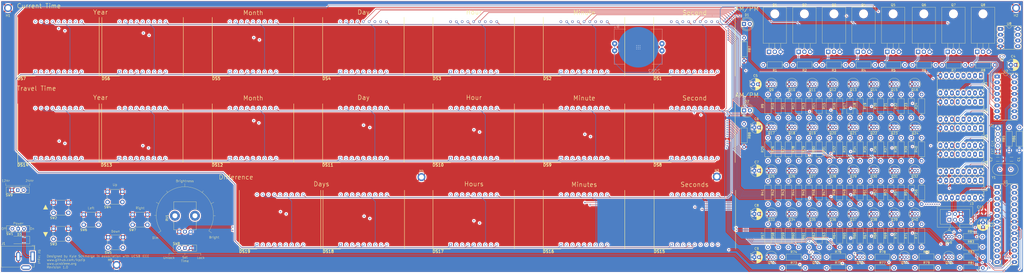
<source format=kicad_pcb>
(kicad_pcb (version 20241229) (generator "pcbnew") (generator_version "9.0")
  (layers (0 "F.Cu" signal) (4 "In1.Cu" signal) (6 "In2.Cu" signal) (2 "B.Cu" signal) (13 "F.Paste" user) (15 "B.Paste" user) (5 "F.SilkS" user "F.Silkscreen") (7 "B.SilkS" user "B.Silkscreen") (1 "F.Mask" user) (3 "B.Mask" user) (25 "Edge.Cuts" user))
  (net 0 "")
  (net 1 "Net-(B1-+)")
  (net 2 "GND")
  (net 3 "Net-(U1-XTAL1{slash}PB6)")
  (net 4 "Net-(U1-XTAL2{slash}PB7)")
  (net 5 "VCC")
  (net 6 "TL")
  (net 7 "Net-(D1-K)")
  (net 8 "BL")
  (net 9 "Net-(D2-K)")
  (net 10 "DIG_C")
  (net 11 "DIG_A")
  (net 12 "DIG_F")
  (net 13 "DP")
  (net 14 "DIG_E")
  (net 15 "DIG_G")
  (net 16 "DS1")
  (net 17 "DS2")
  (net 18 "DIG_B")
  (net 19 "DIG_D")
  (net 20 "DS3")
  (net 21 "DS4")
  (net 22 "DS5")
  (net 23 "DS6")
  (net 24 "DS7")
  (net 25 "DS8")
  (net 26 "DS10")
  (net 27 "DS9")
  (net 28 "DS11")
  (net 29 "DS12")
  (net 30 "DS14")
  (net 31 "DS13")
  (net 32 "DS15")
  (net 33 "DS16")
  (net 34 "DS18")
  (net 35 "DS17")
  (net 36 "DS19")
  (net 37 "DS20")
  (net 38 "DS22")
  (net 39 "DS21")
  (net 40 "DS23")
  (net 41 "DS24")
  (net 42 "DS26")
  (net 43 "DS25")
  (net 44 "DS28")
  (net 45 "DS27")
  (net 46 "DS30")
  (net 47 "DS29")
  (net 48 "DS31")
  (net 49 "DS32")
  (net 50 "DS33")
  (net 51 "DS34")
  (net 52 "DS36")
  (net 53 "DS35")
  (net 54 "DS38")
  (net 55 "SDA")
  (net 57 "SCL")
  (net 58 "CTRL_A")
  (net 59 "CTRL_B")
  (net 60 "Net-(Q1-B)")
  (net 61 "CTRL_C")
  (net 62 "CTRL_D")
  (net 63 "CTRL_E")
  (net 64 "Net-(Q2-B)")
  (net 65 "CTRL_F")
  (net 66 "CTRL_G")
  (net 67 "CTRL_DP")
  (net 68 "CTRL_DS1")
  (net 69 "CTRL_DS2")
  (net 70 "CTRL_DS3")
  (net 71 "CTRL_DS4")
  (net 72 "CTRL_DS5")
  (net 73 "CTRL_DS6")
  (net 74 "CTRL_DS7")
  (net 75 "CTRL_DS8")
  (net 76 "CTRL_DS9")
  (net 77 "CTRL_DS10")
  (net 78 "CTRL_DS11")
  (net 79 "CTRL_DS12")
  (net 80 "CTRL_DS13")
  (net 81 "CTRL_DS14")
  (net 82 "CTRL_DS15")
  (net 83 "CTRL_DS16")
  (net 84 "CTRL_DS17")
  (net 85 "CTRL_DS18")
  (net 86 "CTRL_DS19")
  (net 87 "CTRL_DS20")
  (net 88 "CTRL_DS21")
  (net 89 "CTRL_DS22")
  (net 90 "CTRL_DS23")
  (net 91 "CTRL_DS24")
  (net 92 "CTRL_DS25")
  (net 93 "CTRL_DS26")
  (net 94 "CTRL_DS27")
  (net 95 "CTRL_DS28")
  (net 96 "CTRL_DS29")
  (net 97 "CTRL_DS30")
  (net 98 "CTRL_DS31")
  (net 99 "CTRL_DS32")
  (net 100 "CTRL_DS33")
  (net 101 "CTRL_DS34")
  (net 102 "CTRL_DS35")
  (net 103 "CTRL_DS36")
  (net 104 "CTRL_DS37")
  (net 105 "DS37")
  (net 106 "CTRL_DS38")
  (net 107 "BADJ")
  (net 108 "INC")
  (net 109 "DEC")
  (net 110 "RIGHT")
  (net 111 "LEFT")
  (net 112 "DOWN")
  (net 113 "UP")
  (net 114 "SET_ENABLE")
  (net 116 "RCLK")
  (net 117 "DCLK")
  (net 118 "RESET")
  (net 119 "SCK")
  (net 121 "SCLK")
  (net 122 "~{OE}")
  (net 123 "SER")
  (net 126 "Net-(U3-QH')")
  (net 127 "Net-(U4-QH')")
  (net 128 "Net-(U5-QH')")
  (net 129 "Net-(U6-QH')")
  (net 131 "Net-(U8-X2)")
  (net 132 "Net-(U8-X1)")
  (net 134 "Net-(Q3-B)")
  (net 135 "Net-(Q4-B)")
  (net 136 "Net-(Q5-B)")
  (net 137 "Net-(Q6-B)")
  (net 138 "Net-(Q7-B)")
  (net 139 "Net-(Q8-B)")
  (net 140 "Net-(Q9-C)")
  (net 141 "Net-(Q9-B)")
  (net 142 "Net-(Q10-C)")
  (net 143 "Net-(Q10-B)")
  (net 144 "Net-(Q11-B)")
  (net 145 "Net-(Q11-C)")
  (net 146 "Net-(Q12-C)")
  (net 147 "Net-(Q12-B)")
  (net 148 "Net-(Q13-B)")
  (net 149 "Net-(Q13-C)")
  (net 150 "Net-(Q14-B)")
  (net 151 "Net-(Q14-C)")
  (net 152 "Net-(Q15-B)")
  (net 153 "Net-(Q15-C)")
  (net 154 "Net-(Q16-C)")
  (net 155 "Net-(Q16-B)")
  (net 156 "Net-(Q17-B)")
  (net 157 "Net-(Q17-C)")
  (net 158 "Net-(Q18-C)")
  (net 159 "Net-(Q18-B)")
  (net 160 "Net-(Q19-B)")
  (net 161 "Net-(Q19-C)")
  (net 162 "Net-(Q20-B)")
  (net 163 "Net-(Q20-C)")
  (net 164 "Net-(Q21-B)")
  (net 165 "Net-(Q21-C)")
  (net 166 "Net-(Q22-B)")
  (net 167 "Net-(Q22-C)")
  (net 168 "Net-(Q23-C)")
  (net 169 "Net-(Q23-B)")
  (net 170 "Net-(Q24-C)")
  (net 171 "Net-(Q24-B)")
  (net 172 "Net-(Q25-B)")
  (net 173 "Net-(Q25-C)")
  (net 174 "Net-(Q26-C)")
  (net 175 "Net-(Q26-B)")
  (net 176 "Net-(Q27-C)")
  (net 177 "Net-(Q27-B)")
  (net 178 "Net-(Q28-B)")
  (net 179 "Net-(Q28-C)")
  (net 180 "Net-(Q29-C)")
  (net 181 "Net-(Q29-B)")
  (net 182 "Net-(Q30-C)")
  (net 183 "Net-(Q30-B)")
  (net 184 "Net-(Q31-B)")
  (net 185 "Net-(Q31-C)")
  (net 186 "Net-(Q32-C)")
  (net 187 "Net-(Q32-B)")
  (net 188 "Net-(Q33-B)")
  (net 189 "Net-(Q33-C)")
  (net 190 "Net-(Q34-C)")
  (net 191 "Net-(Q34-B)")
  (net 192 "Net-(Q35-B)")
  (net 193 "Net-(Q35-C)")
  (net 194 "Net-(Q36-B)")
  (net 195 "Net-(Q36-C)")
  (net 196 "Net-(Q37-C)")
  (net 197 "Net-(Q37-B)")
  (net 198 "Net-(Q38-B)")
  (net 199 "Net-(Q38-C)")
  (net 200 "Net-(Q39-C)")
  (net 201 "Net-(Q39-B)")
  (net 202 "Net-(Q40-B)")
  (net 203 "Net-(Q40-C)")
  (net 204 "Net-(Q41-B)")
  (net 205 "Net-(Q41-C)")
  (net 206 "Net-(Q42-C)")
  (net 207 "Net-(Q42-B)")
  (net 208 "Net-(Q43-C)")
  (net 209 "Net-(Q43-B)")
  (net 210 "Net-(Q44-B)")
  (net 211 "Net-(Q44-C)")
  (net 212 "Net-(Q45-B)")
  (net 213 "Net-(Q45-C)")
  (net 214 "Net-(Q46-C)")
  (net 215 "Net-(Q46-B)")
  (net 217 "Net-(SW1-B)")
  (net 220 "MODE")
  (net 221 "Net-(U1-AREF)")
  (footprint "Resistor_THT:R_Axial_DIN0207_L6.3mm_D2.5mm_P10.16mm_Horizontal" (layer "F.Cu") (at 405.5 158.66 90)
    (property "Reference" "R61")
    (property "Value" "470Ω")
  )
  (footprint "Resistor_THT:R_Axial_DIN0207_L6.3mm_D2.5mm_P10.16mm_Horizontal" (layer "F.Cu") (at 455 120.66 90)
    (property "Reference" "R40")
    (property "Value" "12Ω")
  )
  (footprint "Resistor_THT:R_Axial_DIN0207_L6.3mm_D2.5mm_P10.16mm_Horizontal" (layer "F.Cu") (at 377 104.42 -90)
    (property "Reference" "R88")
    (property "Value" "470Ω")
  )
  (footprint "Package_TO_SOT_THT:TO-220-3_Horizontal_TabDown" (layer "F.Cu") (at 466.46 72.73)
    (property "Reference" "Q7")
    (property "Value" "TIP127")
  )
  (footprint "Parts:DIPS2200W51P254L3580H1000Q18N" (layer "F.Cu") (at 199.5 81.5 90)
    (property "Reference" "DS4")
    (property "Value" "DC56-11CGKWA" (hide yes))
  )
  (footprint "Resistor_THT:R_Axial_DIN0207_L6.3mm_D2.5mm_P10.16mm_Horizontal" (layer "F.Cu") (at 450.5 139.66 90)
    (property "Reference" "R55")
    (property "Value" "470Ω")
  )
  (footprint "Capacitor_THT:CP_Radial_D5.0mm_P2.00mm" (layer "F.Cu") (at 381.5 125)
    (property "Reference" "C7")
    (property "Value" "22μF")
  )
  (footprint "Resistor_THT:R_Axial_DIN0207_L6.3mm_D2.5mm_P10.16mm_Horizontal" (layer "F.Cu") (at 481.75 154 180)
    (property "Reference" "R84")
    (property "Value" "12Ω")
  )
  (footprint "Resistor_THT:R_Axial_DIN0207_L6.3mm_D2.5mm_P10.16mm_Horizontal" (layer "F.Cu") (at 403.91 163 180)
    (property "Reference" "R74")
    (property "Value" "12Ω")
  )
  (footprint "Package_DIP:DIP-16_W7.62mm_Socket_LongPads" (layer "F.Cu") (at 481.03 117.75 -90)
    (property "Reference" "U6")
    (property "Value" "74HC595")
  )
  (footprint "MountingHole:MountingHole_2.2mm_M2_ISO7380_Pad" (layer "F.Cu") (at 365.0056 127.6)
    (property "Reference" "H3")
    (property "Value" "Hole")
  )
  (footprint "Package_TO_SOT_THT:TO-92L_Inline" (layer "F.Cu") (at 432.8 143.95)
    (property "Reference" "Q38")
    (property "Value" "2N3904")
  )
  (footprint "Resistor_THT:R_Axial_DIN0207_L6.3mm_D2.5mm_P10.16mm_Horizontal" (layer "F.Cu") (at 401 101.66 90)
    (property "Reference" "R12")
    (property "Value" "12Ω")
  )
  (footprint "Resistor_THT:R_Axial_DIN0207_L6.3mm_D2.5mm_P10.16mm_Horizontal" (layer "F.Cu") (at 419 101.66 90)
    (property "Reference" "R16")
    (property "Value" "12Ω")
  )
  (footprint "Package_TO_SOT_THT:TO-92L_Inline" (layer "F.Cu") (at 387.8 105.95)
    (property "Reference" "Q17")
    (property "Value" "2N3904")
  )
  (footprint "Package_TO_SOT_THT:TO-92L_Inline" (layer "F.Cu") (at 450.96 106)
    (property "Reference" "Q24")
    (property "Value" "2N3904")
  )
  (footprint "Resistor_THT:R_Axial_DIN0207_L6.3mm_D2.5mm_P10.16mm_Horizontal" (layer "F.Cu") (at 401 158.66 90)
    (property "Reference" "R60")
    (property "Value" "12Ω")
  )
  (footprint "Resistor_THT:R_Axial_DIN0207_L6.3mm_D2.5mm_P10.16mm_Horizontal" (layer "F.Cu") (at 441.5 158.66 90)
    (property "Reference" "R69")
    (property "Value" "470Ω")
  )
  (footprint "Parts:DIPS2200W51P254L3580H1000Q18N" (layer "F.Cu") (at 345.18 157.5 90)
    (property "Reference" "DS15")
    (property "Value" "DC56-11CGKWA" (hide yes))
  )
  (footprint "Package_TO_SOT_THT:TO-92L_Inline" (layer "F.Cu") (at 432.8 124.95)
    (property "Reference" "Q30")
    (property "Value" "2N3904")
  )
  (footprint "Package_DIP:DIP-16_W7.62mm_Socket_LongPads" (layer "F.Cu") (at 481.03 83.19 -90)
    (property "Reference" "U3")
    (property "Value" "74HC595")
  )
  (footprint "Resistor_THT:R_Axial_DIN0207_L6.3mm_D2.5mm_P10.16mm_Horizontal" (layer "F.Cu") (at 446 158.66 90)
    (property "Reference" "R70")
    (property "Value" "12Ω")
  )
  (footprint "Resistor_THT:R_Axial_DIN0207_L6.3mm_D2.5mm_P10.16mm_Horizontal" (layer "F.Cu") (at 387.5 139.66 90)
    (property "Reference" "R41")
    (property "Value" "470Ω")
  )
  (footprint "Resistor_THT:R_Axial_DIN0207_L6.3mm_D2.5mm_P10.16mm_Horizontal" (layer "F.Cu") (at 481.91 162.95 180)
    (property "Reference" "R82")
    (property "Value" "12Ω")
  )
  (footprint "Resistor_THT:R_Axial_DIN0207_L6.3mm_D2.5mm_P10.16mm_Horizontal" (layer "F.Cu") (at 410 158.66 90)
    (property "Reference" "R62")
    (property "Value" "12Ω")
  )
  (footprint "Capacitor_THT:CP_Radial_D5.0mm_P2.00mm" (layer "F.Cu") (at 381.5 106)
    (property "Reference" "C6")
    (property "Value" "22μF")
  )
  (footprint "Resistor_THT:R_Axial_DIN0207_L6.3mm_D2.5mm_P10.16mm_Horizontal" (layer "F.Cu") (at 462.25 162.95 180)
    (property "Reference" "R80")
    (property "Value" "12Ω")
  )
  (footprint "Resistor_THT:R_Axial_DIN0207_L6.3mm_D2.5mm_P10.16mm_Horizontal" (layer "F.Cu") (at 405.5 101.66 90)
    (property "Reference" "R13")
    (property "Value" "470Ω")
  )
  (footprint "Package_TO_SOT_THT:TO-92L_Inline" (layer "F.Cu") (at 441.8 86.9)
    (property "Reference" "Q15")
    (property "Value" "2N3904")
  )
  (footprint "Resistor_THT:R_Axial_DIN0207_L6.3mm_D2.5mm_P10.16mm_Horizontal" (layer "F.Cu") (at 461.16 78.5 180)
    (property "Reference" "R6")
    (property "Value" "10kΩ")
  )
  (footprint "Resistor_THT:R_Axial_DIN0207_L6.3mm_D2.5mm_P10.16mm_Horizontal" (layer "F.Cu") (at 434.58 78.5 180)
    (property "Reference" "R4")
    (property "Value" "10kΩ")
  )
  (footprint "Capacitor_THT:CP_Radial_D5.0mm_P2.00mm" (layer "F.Cu") (at 381.5 163)
    (property "Reference" "C9")
    (property "Value" "22μF")
  )
  (footprint "Connector_BarrelJack:BarrelJack_GCT_DCJ200-10-A_Horizontal" (layer "F.Cu") (at 64.3 162.75 -90)
    (property "Reference" "J1")
    (property "Value" "Barrel_Jack")
  )
  (footprint "Package_TO_SOT_THT:TO-92L_Inline" (layer "F.Cu") (at 396.8 105.95)
    (property "Reference" "Q18")
    (property "Value" "2N3904")
  )
  (footprint "Resistor_THT:R_Axial_DIN0207_L6.3mm_D2.5mm_P10.16mm_Horizontal" (layer "F.Cu") (at 387.5 158.66 90)
    (property "Reference" "R57")
    (property "Value" "470Ω")
  )
  (footprint "Resistor_THT:R_Axial_DIN0207_L6.3mm_D2.5mm_P10.16mm_Horizontal" (layer "F.Cu") (at 450.5 158.66 90)
    (property "Reference" "R71")
    (property "Value" "470Ω")
  )
  (footprint "Parts:DIPS2200W51P254L3580H1000Q18N" (layer "F.Cu") (at 151 119.5 90)
    (property "Reference" "DS12")
    (property "Value" "DC56-11CGKWA" (hide yes))
  )
  (footprint "Resistor_THT:R_Axial_DIN0207_L6.3mm_D2.5mm_P10.16mm_Horizontal" (layer "F.Cu") (at 428 158.66 90)
    (property "Reference" "R66")
    (property "Value" "12Ω")
  )
  (footprint "Resistor_THT:R_Axial_DIN0207_L6.3mm_D2.5mm_P10.16mm_Horizontal" (layer "F.Cu") (at 377 66.5 -90)
    (property "Reference" "R87")
    (property "Value" "470Ω")
  )
  (footprint "Resistor_THT:R_Axial_DIN0207_L6.3mm_D2.5mm_P10.16mm_Horizontal" (layer "F.Cu") (at 474.16 78.5 180)
    (property "Reference" "R7")
    (property "Value" "10kΩ")
  )
  (footprint "Resistor_THT:R_Axial_DIN0207_L6.3mm_D2.5mm_P10.16mm_Horizontal" (layer "F.Cu") (at 419 139.66 90)
    (property "Reference" "R48")
    (property "Value" "12Ω")
  )
  (footprint "Package_TO_SOT_THT:TO-92L_Inline" (layer "F.Cu") (at 423.8 86.9)
    (property "Reference" "Q13")
    (property "Value" "2N3904")
  )
  (footprint "Package_TO_SOT_THT:TO-220-3_Horizontal_TabDown" (layer "F.Cu") (at 426.96 72.73)
    (property "Reference" "Q4")
    (property "Value" "TIP127")
  )
  (footprint "Package_TO_SOT_THT:TO-92L_Inline" (layer "F.Cu") (at 441.8 105.95)
    (property "Reference" "Q23")
    (property "Value" "2N3904")
  )
  (footprint "Package_TO_SOT_THT:TO-92L_Inline" (layer "F.Cu") (at 396.8 143.95)
    (property "Reference" "Q34")
    (property "Value" "2N3904")
  )
  (footprint "Button_Switch_THT:SW_PUSH_6mm" (layer "F.Cu") (at 73.5 139)
    (property "Reference" "SW2")
    (property "Value" "Increment")
  )
  (footprint "Parts:DIPS2200W51P254L3580H1000Q18N" (layer "F.Cu") (at 102.34 119.5 90)
    (property "Reference" "DS13")
    (property "Value" "DC56-11CGKWA" (hide yes))
  )
  (footprint "Package_TO_SOT_THT:TO-220-3_Horizontal_TabDown" (layer "F.Cu") (at 400.96 72.73)
    (property "Reference" "Q2")
    (property "Value" "TIP127")
  )
  (footprint "Resistor_THT:R_Axial_DIN0207_L6.3mm_D2.5mm_P10.16mm_Horizontal" (layer "F.Cu") (at 481.91 167.75 180)
    (property "Reference" "R81")
    (property "Value" "470Ω")
  )
  (footprint "Parts:DIPS2200W51P254L3580H1000Q18N" (layer "F.Cu") (at 199.68 157.5 90)
    (property "Reference" "DS18")
    (property "Value" "DC56-11CGKWA" (hide yes))
  )
  (footprint "Resistor_THT:R_Axial_DIN0207_L6.3mm_D2.5mm_P10.16mm_Horizontal" (layer "F.Cu") (at 423.5 120.66 90)
    (property "Reference" "R33")
    (property "Value" "470Ω")
  )
  (footprint "Resistor_THT:R_Axial_DIN0207_L6.3mm_D2.5mm_P10.16mm_Horizontal" (layer "F.Cu") (at 405.5 120.66 90)
    (property "Reference" "R29")
    (property "Value" "470Ω")
  )
  (footprint "Resistor_THT:R_Axial_DIN0207_L6.3mm_D2.5mm_P10.16mm_Horizontal" (layer "F.Cu") (at 437 139.66 90)
    (property "Reference" "R52")
    (property "Value" "12Ω")
  )
  (footprint "Resistor_THT:R_Axial_DIN0207_L6.3mm_D2.5mm_P10.16mm_Horizontal" (layer "F.Cu") (at 423.5 101.66 90)
    (property "Reference" "R17")
    (property "Value" "470Ω")
  )
  (footprint "Resistor_THT:R_Axial_DIN0207_L6.3mm_D2.5mm_P10.16mm_Horizontal" (layer "F.Cu") (at 447.66 78.5 180)
    (property "Reference" "R5")
    (property "Value" "10kΩ")
  )
  (footprint "Package_TO_SOT_THT:TO-92L_Inline" (layer "F.Cu") (at 396.8 86.95)
    (property "Reference" "Q10")
    (property "Value" "2N3904")
  )
  (footprint "Resistor_THT:R_Axial_DIN0207_L6.3mm_D2.5mm_P10.16mm_Horizontal" (layer "F.Cu") (at 455 139.66 90)
    (property "Reference" "R56")
    (property "Value" "12Ω")
  )
  (footprint "Package_TO_SOT_THT:TO-92L_Inline" (layer "F.Cu") (at 407.25 162.95)
    (property "Reference" "Q42")
    (property "Value" "2N3904")
  )
  (footprint "Resistor_THT:R_Axial_DIN0207_L6.3mm_D2.5mm_P10.16mm_Horizontal" (layer "F.Cu") (at 405.5 139.66 90)
    (property "Reference" "R45")
    (property "Value" "470Ω")
  )
  (footprint "Resistor_THT:R_Axial_DIN0207_L6.3mm_D2.5mm_P10.16mm_Horizontal" (layer "F.Cu") (at 441.5 101.66 90)
    (property "Reference" "R21")
    (property "Value" "470Ω")
  )
  (footprint "Package_TO_SOT_THT:TO-92L_Inline" (layer "F.Cu") (at 414.8 143.95)
    (property "Reference" "Q36")
    (property "Value" "2N3904")
  )
  (footprint "Parts:DIPS2200W51P254L3580H1000Q18N" (layer "F.Cu") (at 296.5 157.5 90)
    (property "Reference" "DS16")
    (property "Value" "DC56-11CGKWA" (hide yes))
  )
  (footprint "Resistor_THT:R_Axial_DIN0207_L6.3mm_D2.5mm_P10.16mm_Horizontal" (layer "F.Cu") (at 455 158.66 90)
    (property "Reference" "R72")
    (property "Value" "12Ω")
  )
  (footprint "Package_TO_SOT_THT:TO-92L_Inline" (layer "F.Cu") (at 387.75 162.95)
    (property "Reference" "Q41")
    (property "Value" "2N3904")
  )
  (footprint "Parts:DIPS2200W51P254L3580H1000Q18N" (layer "F.Cu") (at 296.5 81.5 90)
    (property "Reference" "DS2")
    (property "Value" "DC56-11CGKWA" (hide yes))
  )
  (footprint "Package_TO_SOT_THT:TO-92L_Inline" (layer "F.Cu") (at 465.75 163)
    (property "Reference" "Q45")
    (property "Value" "2N3904")
  )
  (footprint "Package_TO_SOT_THT:TO-92L_Inline" (layer "F.Cu") (at 405.8 105.95)
    (property "Reference" "Q19")
    (property "Value" "2N3904")
  )
  (footprint "Parts:DIPS2200W51P254L3580H1000Q18N" (layer "F.Cu") (at 151 81.5 90)
    (property "Reference" "DS5")
    (property "Value" "DC56-11CGKWA" (hide yes))
  )
  (footprint "Package_DIP:DIP-8_W7.62mm_Socket_LongPads" (layer "F.Cu") (at 489.69 62.69)
    (property "Reference" "U8")
    (property "Value" "DS1307+")
  )
  (footprint "Package_TO_SOT_THT:TO-92L_Inline" (layer "F.Cu") (at 414.8 124.95)
    (property "Reference" "Q28")
    (property "Value" "2N3904")
  )
  (footprint "Resistor_THT:R_Axial_DIN0207_L6.3mm_D2.5mm_P10.16mm_Horizontal" (layer "F.Cu") (at 441.5 139.66 90)
    (property "Reference" "R53")
    (property "Value" "470Ω")
  )
  (footprint "Resistor_THT:R_Axial_DIN0207_L6.3mm_D2.5mm_P10.16mm_Horizontal" (layer "F.Cu") (at 403.91 167.75 180)
    (property "Reference" "R73")
    (property "Value" "470Ω")
  )
  (footprint "Parts:DIPS2200W51P254L3580H1000Q18N" (layer "F.Cu") (at 345 119.5 90)
    (property "Reference" "DS8")
    (property "Value" "DC56-11CGKWA" (hide yes))
  )
  (footprint "Resistor_THT:R_Axial_DIN0207_L6.3mm_D2.5mm_P10.16mm_Horizontal" (layer "F.Cu") (at 392 120.66 90)
    (property "Reference" "R26")
    (property "Value" "12Ω")
  )
  (footprint "Package_TO_SOT_THT:TO-92L_Inline" (layer "F.Cu") (at 450.8 86.9)
    (property "Reference" "Q16")
    (property "Value" "2N3904")
  )
  (footprint "Resistor_THT:R_Axial_DIN0207_L6.3mm_D2.5mm_P10.16mm_Horizontal" (layer "F.Cu") (at 410 101.66 90)
    (property "Reference" "R14")
    (property "Value" "12Ω")
  )
  (footprint "Parts:DIPS2200W51P254L3580H1000Q18N" (layer "F.Cu") (at 65.5 119.5 90)
    (property "Reference" "DS14")
    (property "Value" "DC56-11CGKWA" (hide yes))
  )
  (footprint "Capacitor_SMD:C_1206_3216Metric_Pad1.33x1.80mm_HandSolder" (layer "F.Cu") (at 494.5 120)
    (property "Reference" "C1")
    (property "Value" "22pF")
  )
  (footprint "Resistor_THT:R_Axial_DIN0207_L6.3mm_D2.5mm_P10.16mm_Horizontal" (layer "F.Cu") (at 408.66 78.5 180)
    (property "Reference" "R2")
    (property "Value" "10kΩ")
  )
  (footprint "Package_DIP:DIP-16_W7.62mm_Socket_LongPads" (layer "F.Cu") (at 488.19 83.61)
    (property "Reference" "U2")
    (property "Value" "74HC595")
  )
  (footprint "Parts:DIPS2200W51P254L3580H1000Q18N" (layer "F.Cu") (at 248 81.5 90)
    (property "Reference" "DS3")
    (property "Value" "DC56-11CGKWA" (hide yes))
  )
  (footprint "Package_TO_SOT_THT:TO-92L_Inline" (layer "F.Cu") (at 426.75 163)
    (property "Reference" "Q43")
    (property "Value" "2N3904")
  )
  (footprint "Button_Switch_THT:SW_PUSH_6mm" (layer "F.Cu") (at 97.25 134.25)
    (property "Reference" "SW4")
    (property "Value" "Up")
  )
  (footprint "Resistor_THT:R_Axial_DIN0207_L6.3mm_D2.5mm_P10.16mm_Horizontal" (layer "F.Cu") (at 446 120.66 90)
    (property "Reference" "R38")
    (property "Value" "12Ω")
  )
  (footprint "Package_TO_SOT_THT:TO-92L_Inline" (layer "F.Cu") (at 432.8 86.9)
    (property "Reference" "Q14")
    (property "Value" "2N3904")
  )
  (footprint "Parts:DIPS2200W51P254L3580H1000Q18N" (layer "F.Cu") (at 296.5 119.5 90)
    (property "Reference" "DS9")
    (property "Value" "DC56-11CGKWA" (hide yes))
  )
  (footprint "Capacitor_THT:CP_Radial_D5.0mm_P2.00mm" (layer "F.Cu") (at 381 87)
    (property "Reference" "C5")
    (property "Value" "22μF")
  )
  (footprint "Connector_IDC:IDC-Header_2x03_P2.54mm_Vertical" (layer "F.Cu") (at 467.17 146.54 90)
    (property "Reference" "J3")
    (property "Value" "AVR_ISP")
  )
  (footprint "LED_THT:LED_D5.0mm" (layer "F.Cu") (at 376.96 60.5)
    (property "Reference" "D1")
    (property "Value" "LED")
  )
  (footprint "Parts:DIPS2200W51P254L3580H1000Q18N" (layer "F.Cu") (at 162.9 157.5 90)
    (property "Reference" "DS19")
    (property "Value" "DC56-11CGKWA" (hide yes))
  )
  (footprint "Resistor_THT:R_Axial_DIN0207_L6.3mm_D2.5mm_P10.16mm_Horizontal" (layer "F.Cu") (at 481.75 158.5 180)
    (property "Reference" "R83")
    (property "Value" "470Ω")
  )
  (footprint "Diode_SMD:D_SMA_Handsoldering" (layer "F.Cu") (at 58.5 155.5 180)
    (property "Reference" "D3")
    (property "Value" "TVS")
  )
  (footprint "Parts:DIPS2200W51P254L3580H1000Q18N" (layer "F.Cu") (at 345 81.5 90)
    (property "Reference" "DS1")
    (property "Value" "DC56-11CGKWA" (hide yes))
  )
  (footprint "Package_TO_SOT_THT:TO-92L_Inline" (layer "F.Cu") (at 450.8 143.95)
    (property "Reference" "Q40")
    (property "Value" "2N3904")
  )
  (footprint "Package_TO_SOT_THT:TO-92L_Inline" (layer "F.Cu") (at 396.8 124.95)
    (property "Reference" "Q26")
    (property "Value" "2N3904")
  )
  (footprint "Button_Switch_THT:SW_PUSH_6mm" (layer "F.Cu") (at 108.25 144.25)
    (property "Reference" "SW7")
    (property "Value" "Right")
  )
  (footprint "Package_TO_SOT_THT:TO-92L_Inline" (layer "F.Cu") (at 405.8 86.95)
    (property "Reference" "Q11")
    (property "Value" "2N3904")
  )
  (footprint "Resistor_THT:R_Axial_DIN0207_L6.3mm_D2.5mm_P10.16mm_Horizontal" (layer "F.Cu") (at 396.5 101.66 90)
    (property "Reference" "R11")
    (property "Value" "470Ω")
  )
  (footprint "Resistor_THT:R_Axial_DIN0207_L6.3mm_D2.5mm_P10.16mm_Horizontal" (layer "F.Cu") (at 423.5 139.66 90)
    (property "Reference" "R49")
    (property "Value" "470Ω")
  )
  (footprint "Package_DIP:DIP-28_W7.62mm_Socket_LongPads" (layer "F.Cu") (at 488.19 132.14)
    (property "Reference" "U1")
    (property "Value" "ATmega328P-P")
  )
  (footprint "Package_TO_SOT_THT:TO-92L_Inline" (layer "F.Cu") (at 465.75 154)
    (property "Reference" "Q46")
    (property "Value" "2N3904")
  )
  (footprint "Resistor_THT:R_Axial_DIN0207_L6.3mm_D2.5mm_P10.16mm_Horizontal" (layer "F.Cu") (at 432.5 158.66 90)
    (property "Reference" "R67")
    (property "Value" "470Ω")
  )
  (footprint "Potentiometer_THT:Potentiometer_Bourns_PTV09A-1_Single_Vertical" (layer "F.Cu") (at 133.75 151.8 90)
    (property "Reference" "RV1")
    (property "Value" "10kΩ")
  )
  (footprint "Resistor_THT:R_Axial_DIN0207_L6.3mm_D2.5mm_P10.16mm_Horizontal" (layer "F.Cu") (at 414.5 120.66 90)
    (property "Reference" "R31")
    (property "Value" "470Ω")
  )
  (footprint "Capacitor_THT:CP_Radial_D5.0mm_P2.00mm" (layer "F.Cu") (at 381.5 144)
    (property "Reference" "C8")
    (property "Value" "22μF")
  )
  (footprint "Resistor_THT:R_Axial_DIN0207_L6.3mm_D2.5mm_P10.16mm_Horizontal" (layer "F.Cu") (at 441.5 120.66 90)
    (property "Reference" "R37")
    (property "Value" "470Ω")
  )
  (footprint "Button_Switch_THT:SW_Slide-03_Wuerth-WS-SLTV_10x2.5x6.4_P2.54mm" (layer "F.Cu") (at 131.25 159 180)
    (property "Reference" "SW8")
    (property "Value" "Set")
  )
  (footprint "Resistor_THT:R_Axial_DIN0207_L6.3mm_D2.5mm_P10.16mm_Horizontal" (layer "F.Cu") (at 437 101.66 90)
    (property "Reference" "R20")
    (property "Value" "12Ω")
  )
  (footprint "Button_Switch_THT:SW_Slide-03_Wuerth-WS-SLTV_10x2.5x6.4_P2.54mm" (layer "F.Cu") (at 57.775 133.525)
    (property "Reference" "SW9")
    (property "Value" "12/24")
  )
  (footprint "Resistor_THT:R_Axial_DIN0207_L6.3mm_D2.5mm_P10.16mm_Horizontal" (layer "F.Cu") (at 450.5 120.66 90)
    (property "Reference" "R39")
    (property "Value" "470Ω")
  )
  (footprint "Parts:DIPS2200W51P254L3580H1000Q18N" (layer "F.Cu") (at 65.5 81.5 90)
    (property "Reference" "DS7")
    (property "Value" "DC56-11CGKWA" (hide yes))
  )
  (footprint "Package_TO_SOT_THT:TO-92L_Inline" (layer "F.Cu") (at 441.96 125)
    (property "Reference" "Q31")
    (property "Value" "2N3904")
  )
  (footprint "Package_DIP:DIP-16_W7.62mm_Socket_LongPads" (layer "F.Cu") (at 481.03 106.25 -90)
    (property "Reference" "U5")
    (property "Value" "74HC595")
  )
  (footprint "Resistor_THT:R_Axial_DIN0207_L6.3mm_D2.5mm_P10.16mm_Horizontal" (layer "F.Cu") (at 414.5 139.66 90)
    (property "Reference" "R47")
    (property "Value" "470Ω")
  )
  (footprint "Package_TO_SOT_THT:TO-92L_Inline" (layer "F.Cu") (at 446.25 163)
    (property "Reference" "Q44")
    (property "Value" "2N3904")
  )
  (footprint "Button_Switch_THT:SW_PUSH_6mm" (layer "F.Cu") (at 86.75 144.25)
    (property "Reference" "SW6")
    (property "Value" "Left")
  )
  (footprint "Package_TO_SOT_THT:TO-92L_Inline" (layer "F.Cu") (at 414.8 86.9)
    (property "Reference" "Q12")
    (property "Value" "2N3904")
  )
  (footprint "MountingHole:MountingHole_2.2mm_M2_ISO7380_Pad" (layer "F.Cu") (at 235.2 127.8)
    (property "Reference" "H4")
    (property "Value" "Hole")
  )
  (footprint "Resistor_THT:R_Axial_DIN0207_L6.3mm_D2.5mm_P10.16mm_Horizontal" (layer "F.Cu") (at 493.45 116.08 90)
    (property "Reference" "R85")
    (property "Value" "10kΩ")
  )
  (footprint "Resistor_THT:R_Axial_DIN0207_L6.3mm_D2.5mm_P10.16mm_Horizontal" (layer "F.Cu") (at 446 139.66 90)
    (property "Reference" "R54")
    (property "Value" "12Ω")
  )
  (footprint "Resistor_THT:R_Axial_DIN0207_L6.3mm_D2.5mm_P10.16mm_Horizontal" (layer "F.Cu") (at 410 120.66 90)
    (property "Reference" "R30")
    (property "Value" "12Ω")
  )
  (footprint "Resistor_THT:R_Axial_DIN0207_L6.3mm_D2.5mm_P10.16mm_Horizontal" (layer "F.Cu") (at 446 101.66 90)
    (property "Reference" "R22")
    (property "Value" "12Ω")
  )
  (footprint "Resistor_THT:R_Axial_DIN0207_L6.3mm_D2.5mm_P10.16mm_Horizontal" (layer "F.Cu") (at 462.25 167.7 180)
    (property "Reference" "R79")
    (property "Value" "470Ω")
  )
  (footprint "Package_TO_SOT_THT:TO-92L_Inline" (layer "F.Cu") (at 387.8 143.95)
    (property "Reference" "Q33")
    (property "Value" "2N3904")
  )
  (footprint "Resistor_THT:R_Axial_DIN0207_L6.3mm_D2.5mm_P10.16mm_Horizontal" (layer "F.Cu") (at 392 139.66 90)
    (property "Reference" "R42")
    (property "Value" "12Ω")
  )
  (footprint "Capacitor_THT:CP_Radial_D5.0mm_P2.00mm" (layer "F.Cu") (at 482 147.75 -90)
    (property "Reference" "C3")
    (property "Value" "22μF")
  )
  (footprint "Package_TO_SOT_THT:TO-220-3_Horizontal_TabDown" (layer "F.Cu") (at 479.46 72.73)
    (property "Reference" "Q8")
    (property "Value" "TIP127")
  )
  (footprint "MountingHole:MountingHole_2.2mm_M2_ISO7380_Pad" (layer "F.Cu") (at 496.5268 53.5)
    (property "Reference" "H2")
    (property "Value" "Hole")
  )
  (footprint "Package_TO_SOT_THT:TO-220-3_Horizontal_TabDown" (layer "F.Cu") (at 453.46 72.73)
    (property "Reference" "Q6")
    (property "Value" "TIP127")
  )
  (footprint "Resistor_THT:R_Axial_DIN0207_L6.3mm_D2.5mm_P10.16mm_Horizontal" (layer "F.Cu") (at 423.5 158.66 90)
    (property "Reference" "R65")
    (property "Value" "470Ω")
  )
  (footprint "Resistor_THT:R_Axial_DIN0207_L6.3mm_D2.5mm_P10.16mm_Horizontal" (layer "F.Cu") (at 423.41 162.95 180)
    (property "Reference" "R76")
    (property "Value" "12Ω")
  )
  (footprint "Capacitor_SMD:C_1206_3216Metric_Pad1.33x1.80mm_HandSolder" (layer "F.Cu") (at 488.5 120)
    (property "Reference" "C2")
    (property "Value" "22pF")
  )
  (footprint "Package_TO_SOT_THT:TO-92L_Inline" (layer "F.Cu") (at 414.8 105.95)
    (property "Reference" "Q20")
    (property "Value" "2N3904")
  )
  (footprint "Resistor_THT:R_Axial_DIN0207_L6.3mm_D2.5mm_P10.16mm_Horizontal" (layer "F.Cu") (at 419 120.66 90)
    (property "Reference" "R32")
    (property "Value" "12Ω")
  )
  (footprint "Connector_PinSocket_2.54mm:PinSocket_1x05_P2.54mm_Vertical" (layer "F.Cu") (at 488.5 106.38)
    (property "Reference" "J2")
    (property "Value" "Conn_01x05_Socket")
  )
  (footprint "Resistor_THT:R_Axial_DIN0207_L6.3mm_D2.5mm_P10.16mm_Horizontal" (layer "F.Cu") (at 414.5 101.66 90)
    (property "Reference" "R15")
    (property "Value" "470Ω")
  )
  (footprint "Resistor_THT:R_Axial_DIN0207_L6.3mm_D2.5mm_P10.16mm_Horizontal" (layer "F.Cu") (at 428 120.66 90)
    (property "Reference" "R34")
    (property "Value" "12Ω")
  )
  (footprint "Resistor_THT:R_Axial_DIN0207_L6.3mm_D2.5mm_P10.16mm_Horizontal" (layer "F.Cu") (at 387.5 120.66 90)
    (property "Reference" "R25")
    (property "Value" "470Ω")
  )
  (footprint "Parts:DIPS2200W51P254L3580H1000Q18N" (layer "F.Cu") (at 248 157.5 90)
    (property "Reference" "DS17")
    (property "Value" "DC56-11CGKWA" (hide yes))
  )
  (footprint "Package_TO_SOT_THT:TO-92L_Inline" (layer "F.Cu") (at 432.8 105.95)
    (property "Reference" "Q22")
    (property "Value" "2N3904")
  )
  (footprint "Package_TO_SOT_THT:TO-92L_Inline" (layer "F.Cu") (at 405.8 124.95)
    (property "Reference" "Q27")
    (property "Value" "2N3904")
  )
  (footprint "Resistor_THT:R_Axial_DIN0207_L6.3mm_D2.5mm_P10.16mm_Horizontal" (layer "F.Cu") (at 432.5 139.66 90)
    (property "Reference" "R51")
    (property "Value" "470Ω")
  )
  (footprint "Resistor_THT:R_Axial_DIN0207_L6.3mm_D2.5mm_P10.16mm_Horizontal" (layer "F.Cu") (at 428 101.66 90)
    (property "Reference" "R18")
    (property "Value" "12Ω")
  )
  (footprint "Package_TO_SOT_THT:TO-220-3_Horizontal_TabDown" (layer "F.Cu") (at 439.96 72.73)
    (property "Reference" "Q5")
    (property "Value" "TIP127")
  )
  (footprint "Resistor_THT:R_Axial_DIN0207_L6.3mm_D2.5mm_P10.16mm_Horizontal" (layer "F.Cu") (at 487.16 78.5 180)
    (property "Reference" "R8")
    (property "Value" "10kΩ")
  )
  (footprint "Resistor_THT:R_Axial_DIN0207_L6.3mm_D2.5mm_P10.16mm_Horizontal" (layer "F.Cu") (at 455 101.66 90)
    (property "Reference" "R24")
    (property "Value" "12Ω")
  )
  (footprint "Package_TO_SOT_THT:TO-92L_Inline" (layer "F.Cu") (at 423.8 105.95)
    (property "Reference" "Q21")
    (property "Value" "2N3904")
  )
  (footprint "Package_TO_SOT_THT:TO-92L_Inline" (layer "F.Cu") (at 450.8 124.95)
    (property "Reference" "Q32")
    (property "Value" "2N3904")
  )
  (footprint "Resistor_THT:R_Axial_DIN0207_L6.3mm_D2.5mm_P10.16mm_Horizontal" (layer "F.Cu") (at 401 139.66 90)
    (property "Reference" "R44")
    (property "Value" "12Ω")
  )
  (footprint "Resistor_THT:R_Axial_DIN0207_L6.3mm_D2.5mm_P10.16mm_Horizontal" (layer "F.Cu") (at 396.5 158.66 90)
    (property "Reference" "R59")
    (property "Value" "470Ω")
  )
  (footprint "Package_DIP:DIP-16_W7.62mm_Socket_LongPads" (layer "F.Cu") (at 481.03 129.25 -90)
    (property "Reference" "U7")
    (property "Value" "74HC595")
  )
  (footprint "Button_Switch_THT:SW_Slide-03_Wuerth-WS-SLTV_10x2.5x6.4_P2.54mm" (layer "F.Cu") (at 57.96 150.5 180)
    (property "Reference" "SW1")
    (property "Value" "Power")
  )
  (footprint "Resistor_THT:R_Axial_DIN0207_L6.3mm_D2.5mm_P10.16mm_Horizontal" (layer "F.Cu") (at 421.58 78.5 180)
    (property "Reference" "R3")
    (property "Value" "10kΩ")
  )
  (footprint "Package_TO_SOT_THT:TO-92L_Inline" (layer "F.Cu") (at 423.8 143.95)
    (property "Reference" "Q37")
    (property "Value" "2N3904")
  )
  (footprint "Resistor_THT:R_Axial_DIN0207_L6.3mm_D2.5mm_P10.16mm_Horizontal" (layer "F.Cu") (at 442.91 167.75 180)
    (property "Reference" "R77")
    (property "Value" "470Ω")
  )
  (footprint "Resistor_THT:R_Axial_DIN0207_L6.3mm_D2.5mm_P10.16mm_Horizontal" (layer "F.Cu") (at 392 101.66 90)
    (property "Reference" "R10")
    (property "Value" "12Ω")
  )
  (footprint "Resistor_THT:R_Axial_DIN0207_L6.3mm_D2.5mm_P10.16mm_Horizontal" (layer "F.Cu") (at 437 120.66 90)
    (property "Reference" "R36")
    (property "Value" "12Ω")
  )
  (footprint "Package_DIP:DIP-16_W7.62mm_Socket_LongPads" (layer "F.Cu") (at 481.03 94.75 -90)
    (property "Reference" "U4")
    (property "Value" "74HC595")
  )
  (footprint "Capacitor_SMD:C_1206_3216Metric_Pad1.33x1.80mm_HandSolder" (layer "F.Cu") (at 480.8 143)
    (property "Reference" "C10")
    (property "Value" "100nF")
  )
  (footprint "Resistor_THT:R_Axial_DIN0207_L6.3mm_D2.5mm_P10.16mm_Horizontal" (layer "F.Cu") (at 414.5 158.66 90)
    (property "Reference" "R63")
    (property "Value" "470Ω")
  )
  (footprint "Resistor_THT:R_Axial_DIN0207_L6.3mm_D2.5mm_P10.16mm_Horizontal" (layer "F.Cu") (at 450.5 101.66 90)
    (property "Reference" "R23")
    (property "Value" "470Ω")
  )
  (footprint "Resistor_THT:R_Axial_DIN0207_L6.3mm_D2.5mm_P10.16mm_Horizontal" (layer "F.Cu") (at 442.91 163 180)
    (property "Reference" "R78")
    (property "Value" "12Ω")
  )
  (footprint "MountingHole:MountingHole_2.2mm_M2_ISO7380_Pad" (layer "F.Cu") (at 101.2 166.4)
    (property "Reference" "H5")
    (property "Value" "Hole")
  )
  (footprint "MountingHole:MountingHole_2.2mm_M2_ISO7380_Pad" (layer "F.Cu") (at 53.5 53.5)
    (property "Reference" "H1")
    (property "Value" "Hole")
  )
  (footprint "Capacitor_THT:CP_Radial_D5.0mm_P2.00mm" (layer "F.Cu") (at 494.25 78.5)
    (property "Reference" "C4")
    (property "Value" "22μF")
  )
  (footprint "Button_Switch_THT:SW_PUSH_6mm" (layer "F.Cu") (at 97.5 154.25)
    (property "Reference" "SW5")
    (property "Value" "Down")
  )
  (footprint "Crystal:Crystal_HC49-U_Vertical" (layer "F.Cu") (at 489.36 124.42)
    (property "Reference" "Y1")
    (property "Value" "16MHz")
  )
  (footprint "Package_TO_SOT_THT:TO-92L_Inline" (layer "F.Cu") (at 441.8 143.95)
    (property "Reference" "Q39")
    (property "Value" "2N3904")
  )
  (footprint "Resistor_THT:R_Axial_DIN0207_L6.3mm_D2.5mm_P10.16mm_Horizontal" (layer "F.Cu") (at 387.5 101.66 90)
    (property "Reference" "R9")
    (property "Value" "470Ω")
  )
  (footprint "Parts:DIPS2200W51P254L3580H1000Q18N" (layer "F.Cu") (at 199.5 119.5 90)
    (property "Reference" "DS11")
    (property "Value" "DC56-11CGKWA" (hide yes))
  )
  (footprint "Package_TO_SOT_THT:TO-220-3_Horizontal_TabDown" (layer "F.Cu") (at 387.96 72.73)
    (property "Reference" "Q1")
    (property "Value" "TIP127")
  )
  (footprint "Crystal:Crystal_DS10_D1.0mm_L4.3mm_Vertical" (layer "F.Cu") (at 491 74.75 180)
    (property "Reference" "Y2")
    (property "Value" "32.768kHz")
  )
  (footprint "Package_TO_SOT_THT:TO-92L_Inline" (layer "F.Cu") (at 387.8 124.95)
    (property "Reference" "Q25")
    (property "Value" "2N3904")
  )
  (footprint "Resistor_THT:R_Axial_DIN0207_L6.3mm_D2.5mm_P10.16mm_Horizontal" (layer "F.Cu") (at 419 158.66 90)
    (property "Reference" "R64")
    (property "Value" "12Ω")
  )
  (footprint "Resistor_THT:R_Axial_DIN0207_L6.3mm_D2.5mm_P10.16mm_Horizontal" (layer "F.Cu") (at 401 120.66 90)
    (property "Reference" "R28")
    (property "Value" "12Ω")
  )
  (footprint "Resistor_THT:R_Axial_DIN0207_L6.3mm_D2.5mm_P10.16mm_Horizontal" (layer "F.Cu") (at 410 139.66 90)
    (property "Reference" "R46")
    (property "Value" "12Ω")
  )
  (footprint "Package_TO_SOT_THT:TO-92L_Inline" (layer "F.Cu") (at 405.8 143.95)
    (property "Reference" "Q35")
    (property "Value" "2N3904")
  )
  (footprint "Parts:DIPS2200W51P254L3580H1000Q18N" (layer "F.Cu") (at 248 119.5 90)
    (property "Reference" "DS10")
    (property "Value" "DC56-11CGKWA" (hide yes))
  )
  (footprint "Resistor_THT:R_Axial_DIN0207_L6.3mm_D2.5mm_P10.16mm_Horizontal" (layer "F.Cu") (at 432.5 101.66 90)
    (property "Reference" "R19")
    (property "Value" "470Ω")
  )
  (footprint "Resistor_THT:R_Axial_DIN0207_L6.3mm_D2.5mm_P10.16mm_Horizontal" (layer "F.Cu") (at 437 158.66 90)
    (property "Reference" "R68")
    (property "Value" "12Ω")
  )
  (footprint "Resistor_THT:R_Axial_DIN0207_L6.3mm_D2.5mm_P10.16mm_Horizontal" (layer "F.Cu") (at 498 116.08 90)
    (property "Reference" "R86")
    (property "Value" "10kΩ")
  )
  (footprint "Resistor_THT:R_Axial_DIN0207_L6.3mm_D2.5mm_P10.16mm_Horizontal" (layer "F.Cu") (at 392.05 158.66 90)
    (property "Reference" "R58")
    (property "Value" "12Ω")
  )
  (footprint "Resistor_THT:R_Axial_DIN0207_L6.3mm_D2.5mm_P10.16mm_Horizontal" (layer "F.Cu") (at 396.5 139.66 90)
    (property "Reference" "R43")
    (property "Value" "470Ω")
  )
  (footprint "LED_THT:LED_D5.0mm" (layer "F.Cu") (at 377 98.5)
    (property "Reference" "D2")
    (property "Value" "LED")
  )
  (footprint "Resistor_THT:R_Axial_DIN0207_L6.3mm_D2.5mm_P10.16mm_Horizontal" (layer "F.Cu") (at 428 139.66 90)
    (property "Reference" "R50")
    (property "Value" "12Ω")
  )
  (footprint "Resistor_THT:R_Axial_DIN0207_L6.3mm_D2.5mm_P10.16mm_Horizontal" (layer "F.Cu") (at 395.58 78.5 180)
    (property "Reference" "R1")
    (property "Value" "10kΩ")
  )
  (footprint "Package_TO_SOT_THT:TO-92L_Inline" (layer "F.Cu") (at 423.8 124.95)
    (property "Reference" "Q29")
    (property "Value" "2N3904")
  )
  (footprint "Parts:DIPS2200W51P254L3580H1000Q18N" (layer "F.Cu") (at 102.5 81.5 90)
    (property "Reference" "DS6")
    (property "Value" "DC56-11CGKWA" (hide yes))
  )
  (footprint "Resistor_THT:R_Axial_DIN0207_L6.3mm_D2.5mm_P10.16mm_Horizontal" (layer "F.Cu") (at 432.5 120.66 90)
    (property "Reference" "R35")
    (property "Value" "470Ω")
  )
  (footprint "Resistor_THT:R_Axial_DIN0207_L6.3mm_D2.5mm_P10.16mm_Horizontal" (layer "F.Cu") (at 396.5 120.66 90)
    (property "Reference" "R27")
    (property "Value" "470Ω")
  )
  (footprint "Button_Switch_THT:SW_PUSH_6mm" (layer "F.Cu") (at 73.5 150.5)
    (property "Reference" "SW3")
    (property "Value" "Decrement")
  )
  (footprint "Package_TO_SOT_THT:TO-220-3_Horizontal_TabDown" (layer "F.Cu") (at 413.96 72.73)
    (property "Reference" "Q3")
    (property "Value" "TIP127")
  )
  (footprint "Resistor_THT:R_Axial_DIN0207_L6.3mm_D2.5mm_P10.16mm_Horizontal" (layer "F.Cu") (at 423.41 167.7 180)
    (property "Reference" "R75")
    (property "Value" "470Ω")
  )
  (footprint "Package_TO_SOT_THT:TO-92L_Inline" (layer "F.Cu") (at 387.8 86.95)
    (property "Reference" "Q9")
    (property "Value" "2N3904")
  )
  (footprint "Parts:BAT_BAT-HLD-001-THM" (layer "B.Cu") (at 330.5 70.75)
    (property "Reference" "B1")
    (property "Value" "2032")
  )
  (gr_line (start 131.25 161.25) (end 131.25 162) (stroke (width 0.1)) (layer "F.SilkS"))
  (gr_poly (pts (xy 71 142) (xy 70 140) (xy 69 142)) (stroke (width 0.1)) (fill yes) (layer "F.SilkS"))
  (gr_arc (start 120.699078 151.514926) (mid 131.191711 132.040288) (end 141.769123 151.46901) (stroke (width 0.1)) (layer "F.SilkS"))
  (gr_line (start 142.969123 152.26901) (end 141.769123 151.46901) (stroke (width 0.1)) (layer "F.SilkS"))
  (gr_line (start 123.671871 134.556008) (end 123.154245 133.86901) (stroke (width 0.1)) (layer "F.SilkS"))
  (gr_line (start 119.747753 139.458325) (end 118.569123 138.88963) (stroke (width 0.1)) (layer "F.SilkS"))
  (gr_line (start 63 131.5) (end 63 130.5) (stroke (width 0.1)) (layer "F.SilkS"))
  (gr_line (start 131.25 161.25) (end 124.25 161.25) (stroke (width 0.1)) (layer "F.SilkS"))
  (gr_line (start 119.569123 152.26901) (end 120.699078 151.515707) (stroke (width 0.1)) (layer "F.SilkS"))
  (gr_line (start 124.25 161.25) (end 124.25 162.25) (stroke (width 0.1)) (layer "F.SilkS"))
  (gr_poly (pts (xy 70.99 152) (xy 69.99 154) (xy 68.99 152)) (stroke (width 0.1)) (fill yes) (layer "F.SilkS"))
  (gr_line (start 138.766375 134.556008) (end 139.329188 133.86901) (stroke (width 0.1)) (layer "F.SilkS"))
  (gr_line (start 118.640483 144.67347) (end 117.769123 144.66901) (stroke (width 0.1)) (layer "F.SilkS"))
  (gr_line (start 58 131.5) (end 52.5 131.5) (stroke (width 0.1)) (layer "F.SilkS"))
  (gr_line (start 144.67136 144.80446) (end 143.8 144.8) (stroke (width 0.1)) (layer "F.SilkS"))
  (gr_line (start 131.243638 132.040282) (end 131.243638 130.61901) (stroke (width 0.1)) (layer "F.SilkS"))
  (gr_line (start 58 131.5) (end 63 131.5) (stroke (width 0.1)) (layer "F.SilkS"))
  (gr_line (start 131.25 161.25) (end 138.25 161.25) (stroke (width 0.1)) (layer "F.SilkS"))
  (gr_line (start 142.708784 139.499179) (end 143.969123 138.86901) (stroke (width 0.1)) (layer "F.SilkS"))
  (gr_line (start 52.5 131.5) (end 52.5 130.5) (stroke (width 0.1)) (layer "F.SilkS"))
  (gr_line (start 138.25 161.25) (end 138.25 162.25) (stroke (width 0.1)) (layer "F.SilkS"))
  (gr_rect (start 50 50) (end 500 170) (stroke (width 0.05)) (fill no) (layer "Edge.Cuts"))
  (gr_text "Seconds\n" (at 355.25 132.25 0) (layer "F.SilkS") (effects (font (size 2 2) (thickness 0.2)) (justify bottom)))
  (gr_text "Up" (at 100.5 131.75 0) (layer "F.SilkS") (effects (font (size 1 1) (thickness 0.1)) (justify bottom)))
  (gr_text "Off" (at 52.85 150.5 0) (layer "F.SilkS") (effects (font (size 1 1) (thickness 0.1)) (justify right)))
  (gr_text "Hours" (at 258.25 132 0) (layer "F.SilkS") (effects (font (size 2 2) (thickness 0.2)) (justify bottom)))
  (gr_text "Minute" (at 306.75 56.75 0) (layer "F.SilkS") (effects (font (size 2 2) (thickness 0.2)) (justify bottom)))
  (gr_text "5V Input" (at 67.2 162.8 270) (layer "F.SilkS") (effects (font (size 1 1) (thickness 0.1))))
  (gr_text "Second\n" (at 355.25 56.75 0) (layer "F.SilkS") (effects (font (size 2 2) (thickness 0.2)) (justify bottom)))
  (gr_text "Minute" (at 306.75 94.25 0) (layer "F.SilkS") (effects (font (size 2 2) (thickness 0.2)) (justify bottom)))
  (gr_text "Set\nTime" (at 131.25 162.5 0) (layer "F.SilkS") (effects (font (size 1 1) (thickness 0.1)) (justify top)))
  (gr_text "24Hr" (at 63 130 0) (layer "F.SilkS") (effects (font (size 1 1) (thickness 0.1)) (justify bottom)))
  (gr_text "Lock\n" (at 138.25 163.25 0) (layer "F.SilkS") (effects (font (size 1 1) (thickness 0.1))))
  (gr_text "Day\n" (at 209.75 94 0) (layer "F.SilkS") (effects (font (size 2 2) (thickness 0.2)) (justify bottom)))
  (gr_text "Minutes" (at 306.75 132.25 0) (layer "F.SilkS") (effects (font (size 2 2) (thickness 0.2)) (justify bottom)))
  (gr_text "Difference" (at 146 129 0) (layer "F.SilkS") (effects (font (size 2 2) (thickness 0.2)) (justify left bottom)))
  (gr_text "Month\n" (at 161.25 94.25 0) (layer "F.SilkS") (effects (font (size 2 2) (thickness 0.2)) (justify bottom)))
  (gr_text "Current Time\n" (at 57.25 53.75 0) (layer "F.SilkS") (effects (font (size 2 2) (thickness 0.2)) (justify left bottom)))
  (gr_text "Right" (at 111.5 142 0) (layer "F.SilkS") (effects (font (size 1 1) (thickness 0.1)) (justify bottom)))
  (gr_text "EXT CLK" (at 486.75 117.87 90) (layer "F.SilkS") (effects (font (size 1 1) (thickness 0.1)) (justify left bottom)))
  (gr_text "Power" (at 55.75 148.75 0) (layer "F.SilkS") (effects (font (size 1 1) (thickness 0.1)) (justify left bottom)))
  (gr_text "Bright" (at 141.769123 154.86901 0) (layer "F.SilkS") (effects (font (size 1 1) (thickness 0.1)) (justify left bottom)))
  (gr_text "12Hr" (at 52.5 130 0) (layer "F.SilkS") (effects (font (size 1 1) (thickness 0.1)) (justify bottom)))
  (gr_text "Down" (at 100.75 152.25 0) (layer "F.SilkS") (effects (font (size 1 1) (thickness 0.1)) (justify bottom)))
  (gr_text "Days" (at 191.25 132 0) (layer "F.SilkS") (effects (font (size 2 2) (thickness 0.2)) (justify bottom)))
  (gr_text "AM/PM" (at 378.25 55 0) (layer "F.SilkS") (effects (font (size 2 2) (thickness 0.2)) (justify bottom)))
  (gr_text "Year" (at 90.75 94 0) (layer "F.SilkS") (effects (font (size 2 2) (thickness 0.2)) (justify left bottom)))
  (gr_text "Day\n" (at 209.75 56.5 0) (layer "F.SilkS") (effects (font (size 2 2) (thickness 0.2)) (justify bottom)))
  (gr_text "Month\n" (at 161.25 56.75 0) (layer "F.SilkS") (effects (font (size 2 2) (thickness 0.2)) (justify bottom)))
  (gr_text "Left" (at 90 142 0) (layer "F.SilkS") (effects (font (size 1 1) (thickness 0.1)) (justify bottom)))
  (gr_text "Hour" (at 258.25 94 0) (layer "F.SilkS") (effects (font (size 2 2) (thickness 0.2)) (justify bottom)))
  (gr_text "Dim\n" (at 116.769123 155.11901 0) (layer "F.SilkS") (effects (font (size 1 1) (thickness 0.1)) (justify left bottom)))
  (gr_text "AM/PM" (at 378.25 93 0) (layer "F.SilkS") (effects (font (size 2 2) (thickness 0.2)) (justify bottom)))
  (gr_text "Designed by Kyle Schmerge in association with UCSB IEEE\nwww.github.com/kpzip\nwww.ucsbieee.org\nRevision 1.0" (at 70.5 168 0) (layer "F.SilkS") (effects (font (size 1 1) (thickness 0.1)) (justify left bottom)))
  (gr_text "Travel Time" (at 57.25 90 0) (layer "F.SilkS") (effects (font (size 2 2) (thickness 0.2)) (justify left bottom)))
  (gr_text "Hour" (at 258.25 56.5 0) (layer "F.SilkS") (effects (font (size 2 2) (thickness 0.2)) (justify bottom)))
  (gr_text "Second\n" (at 355.25 94.25 0) (layer "F.SilkS") (effects (font (size 2 2) (thickness 0.2)) (justify bottom)))
  (gr_text "Year" (at 90.75 56.5 0) (layer "F.SilkS") (effects (font (size 2 2) (thickness 0.2)) (justify left bottom)))
  (gr_text "Brightness" (at 127.219123 130.11901 0) (layer "F.SilkS") (effects (font (size 1 1) (thickness 0.1)) (justify left bottom)))
  (gr_text "On\n" (at 63.07 150.5 0) (layer "F.SilkS") (effects (font (size 1 1) (thickness 0.1)) (justify left)))
  (gr_text "Unlock\n" (at 124.25 163.25 0) (layer "F.SilkS") (effects (font (size 1 1) (thickness 0.1))))
  (gr_text "2032" (at 337.5 81.25 0) (layer "B.SilkS") (effects (font (size 1.4 1.4)) (justify mirror)))
  (segment (start 377.75 81) (end 375.5 78.75) (width 0.2) (layer "F.Cu") (net 1))
  (segment (start 371.5 61.75) (end 369 61.75) (width 0.2) (layer "F.Cu") (net 1))
  (segment (start 375.5 65.75) (end 371.5 61.75) (width 0.2) (layer "F.Cu") (net 1))
  (segment (start 375.5 78.75) (end 375.5 65.75) (width 0.2) (layer "F.Cu") (net 1))
  (via (at 369 61.75) (size 0.6) (drill 0.3) (layers "F.Cu" "B.Cu") (net 1))
  (via (at 377.75 81) (size 0.6) (drill 0.3) (layers "F.Cu" "B.Cu") (net 1))
  (segment (start 336.5 81.75) (end 324.25 81.75) (width 0.2) (layer "B.Cu") (net 1))
  (segment (start 340.9 77.35) (end 336.5 81.75) (width 0.2) (layer "B.Cu") (net 1))
  (segment (start 320.1 72.25) (end 320.1 77.6) (width 0.2) (layer "B.Cu") (net 1))
  (segment (start 340.9 72.25) (end 340.9 77.35) (width 0.2) (layer "B.Cu") (net 1))
  (segment (start 320.1 69.15) (end 320.1 72.25) (width 0.2) (layer "B.Cu") (net 1))
  (segment (start 340.9 69.15) (end 340.9 72.25) (width 0.2) (layer "B.Cu") (net 1))
  (segment (start 320.1 77.6) (end 324.25 81.75) (width 0.2) (layer "B.Cu") (net 1))
  (via (at 329.75 70) (size 0.6) (drill 0.3) (layers "F.Cu" "B.Cu") (net 2))
  (via (at 331.25 70.75) (size 0.6) (drill 0.3) (layers "F.Cu" "B.Cu") (net 2))
  (via (at 329.75 70.75) (size 0.6) (drill 0.3) (layers "F.Cu" "B.Cu") (net 2))
  (via (at 330.5 70.75) (size 0.6) (drill 0.3) (layers "F.Cu" "B.Cu") (net 2))
  (via (at 329.75 71.5) (size 0.6) (drill 0.3) (layers "F.Cu" "B.Cu") (net 2))
  (via (at 330.5 70) (size 0.6) (drill 0.3) (layers "F.Cu" "B.Cu") (net 2))
  (via (at 331.25 70) (size 0.6) (drill 0.3) (layers "F.Cu" "B.Cu") (net 2))
  (via (at 330.5 71.5) (size 0.6) (drill 0.3) (layers "F.Cu" "B.Cu") (net 2))
  (via (at 331.25 71.5) (size 0.6) (drill 0.3) (layers "F.Cu" "B.Cu") (net 2))
  (segment (start 492.9375 123.1175) (end 494.24 124.42) (width 0.2) (layer "F.Cu") (net 3))
  (segment (start 492.9375 120) (end 492.9375 123.1175) (width 0.2) (layer "F.Cu") (net 3))
  (segment (start 486.9375 120) (end 486.9375 121.9975) (width 0.2) (layer "F.Cu") (net 4))
  (segment (start 486.9375 121.9975) (end 489.36 124.42) (width 0.2) (layer "F.Cu") (net 4))
  (segment (start 57.96 152.46) (end 61 155.5) (width 0.2) (layer "F.Cu") (net 5))
  (segment (start 57.96 150.5) (end 57.96 152.46) (width 0.2) (layer "F.Cu") (net 5))
  (segment (start 460.5 85) (end 460 84.5) (width 0.2) (layer "F.Cu") (net 6))
  (segment (start 460 84.5) (end 459.909514 84.409514) (width 0.2) (layer "F.Cu") (net 6))
  (segment (start 465.08 132.5) (end 461.5 132.5) (width 0.2) (layer "F.Cu") (net 6))
  (segment (start 461.5 132.5) (end 460.5 131.5) (width 0.2) (layer "F.Cu") (net 6))
  (segment (start 468.33 129.25) (end 465.08 132.5) (width 0.2) (layer "F.Cu") (net 6))
  (segment (start 460.5 131.5) (end 460.5 85) (width 0.2) (layer "F.Cu") (net 6))
  (via (at 460 84.5) (size 0.6) (drill 0.3) (layers "F.Cu" "B.Cu") (net 6))
  (segment (start 460 84.5) (end 456.5 81) (width 0.2) (layer "B.Cu") (net 6))
  (segment (start 384 81) (end 379.5 76.5) (width 0.2) (layer "B.Cu") (net 6))
  (segment (start 456.5 81) (end 384 81) (width 0.2) (layer "B.Cu") (net 6))
  (segment (start 379.5 76.5) (end 379.5 60.5) (width 0.2) (layer "B.Cu") (net 6))
  (segment (start 377 66.25) (end 376.96 66.21) (width 0.2) (layer "F.Cu") (net 7))
  (segment (start 377 66.5) (end 377 66.25) (width 0.2) (layer "F.Cu") (net 7))
  (segment (start 376.96 66.21) (end 376.96 60.5) (width 0.2) (layer "F.Cu") (net 7))
  (segment (start 461 130.5) (end 461 83.5) (width 0.2) (layer "F.Cu") (net 8))
  (segment (start 465.79 130.21) (end 464.5 131.5) (width 0.2) (layer "F.Cu") (net 8))
  (segment (start 379.5 82) (end 377 84.5) (width 0.2) (layer "F.Cu") (net 8))
  (segment (start 464.5 131.5) (end 462 131.5) (width 0.2) (layer "F.Cu") (net 8))
  (segment (start 462 131.5) (end 461 130.5) (width 0.2) (layer "F.Cu") (net 8))
  (segment (start 377 95.96) (end 379.54 98.5) (width 0.2) (layer "F.Cu") (net 8))
  (segment (start 459.5 82) (end 379.5 82) (width 0.2) (layer "F.Cu") (net 8))
  (segment (start 465.79 129.25) (end 465.79 130.21) (width 0.2) (layer "F.Cu") (net 8))
  (segment (start 461 83.5) (end 459.5 82) (width 0.2) (layer "F.Cu") (net 8))
  (segment (start 377 84.5) (end 377 95.96) (width 0.2) (layer "F.Cu") (net 8))
  (segment (start 377 98.5) (end 377 104.42) (width 0.2) (layer "F.Cu") (net 9))
  (segment (start 57 116) (end 61.75 120.75) (width 0.2) (layer "F.Cu") (net 13))
  (segment (start 268.32 119.5) (end 267.07 120.75) (width 0.2) (layer "F.Cu") (net 13))
  (segment (start 302.87 120.75) (end 302.25 120.75) (width 0.2) (layer "F.Cu") (net 13))
  (segment (start 218.695 158.75) (end 218.625 158.75) (width 0.2) (layer "F.Cu") (net 13))
  (segment (start 170.52 157.5) (end 169.27 158.75) (width 0.2) (layer "F.Cu") (net 13))
  (segment (start 316.945 157.5) (end 315.695 158.75) (width 0.2) (layer "F.Cu") (net 13))
  (segment (start 170.07 82.75) (end 170 82.75) (width 0.2) (layer "F.Cu") (net 13))
  (segment (start 61 52.5) (end 461.77 52.5) (width 0.2) (layer "F.Cu") (net 13))
  (segment (start 181.5 158.75) (end 205.875 158.75) (width 0.2) (layer "F.Cu") (net 13))
  (segment (start 205.87 82.75) (end 205.75 82.75) (width 0.2) (layer "F.Cu") (net 13))
  (segment (start 108.75 120.75) (end 84.5 120.75) (width 0.2) (layer "F.Cu") (net 13))
  (segment (start 73.12 119.5) (end 71.87 120.75) (width 0.2) (layer "F.Cu") (net 13))
  (segment (start 157.25 82.75) (end 121 82.75) (width 0.2) (layer "F.Cu") (net 13))
  (segment (start 170.07 120.75) (end 170 120.75) (width 0.2) (layer "F.Cu") (net 13))
  (segment (start 361.625 158.75) (end 350.875 158.75) (width 0.2) (layer "F.Cu") (net 13))
  (segment (start 168 158.75) (end 181.5 158.75) (width 0.2) (layer "F.Cu") (net 13))
  (segment (start 153.25 155.75) (end 156.25 158.75) (width 0.2) (layer "F.Cu") (net 13))
  (segment (start 350.75 82.75) (end 315 82.75) (width 0.2) (layer "F.Cu") (net 13))
  (segment (start 170 120.75) (end 157.25 120.75) (width 0.2) (layer "F.Cu") (net 13))
  (segment (start 254.495 158.75) (end 254.375 158.75) (width 0.2) (layer "F.Cu") (net 13))
  (segment (start 171.32 81.5) (end 170.07 82.75) (width 0.2) (layer "F.Cu") (net 13))
  (segment (start 254.37 120.75) (end 254.25 120.75) (width 0.2) (layer "F.Cu") (net 13))
  (segment (start 57 56.5) (end 61 52.5) (width 0.2) (layer "F.Cu") (net 13))
  (segment (start 219.945 157.5) (end 218.695 158.75) (width 0.2) (layer "F.Cu") (net 13))
  (segment (start 205.87 120.75) (end 205.75 120.75) (width 0.2) (layer "F.Cu") (net 13))
  (segment (start 148 125.75) (end 153.25 131) (width 0.2) (layer "F.Cu") (net 13))
  (segment (start 121 120.75) (end 108.75 120.75) (width 0.2) (layer "F.Cu") (net 13))
  (segment (start 84.5 82.75) (end 70 82.75) (width 0.2) (layer "F.Cu") (net 13))
  (segment (start 351.495 158.75) (end 350.875 158.75) (width 0.2) (layer "F.Cu") (net 13))
  (segment (start 121.57 82.75) (end 121 82.75) (width 0.2) (layer "F.Cu") (net 13))
  (segment (start 365.32 81.5) (end 364.07 82.75) (width 0.2) (layer "F.Cu") (net 13))
  (segment (start 171.32 119.5) (end 170.07 120.75) (width 0.2) (layer "F.Cu") (net 13))
  (segment (start 71.87 120.75) (end 70 120.75) (width 0.2) (layer "F.Cu") (net 13))
  (segment (start 302.375 158.75) (end 266.625 158.75) (width 0.2) (layer "F.Cu") (net 13))
  (segment (start 361.5 82.75) (end 350.75 82.75) (width 0.2) (layer "F.Cu") (net 13))
  (segment (start 170 82.75) (end 157.25 82.75) (width 0.2) (layer "F.Cu") (net 13))
  (segment (start 302.995 158.75) (end 302.375 158.75) (width 0.2) (layer "F.Cu") (net 13))
  (segment (start 169.27 158.75) (end 168 158.75) (width 0.2) (layer "F.Cu") (net 13))
  (segment (start 61.75 120.75) (end 66.75 125.75) (width 0.2) (layer "F.Cu") (net 13))
  (segment (start 156.25 158.75) (end 168 158.75) (width 0.2) (layer "F.Cu") (net 13))
  (segment (start 181.97 158.75) (end 181.5 158.75) (width 0.2) (layer "F.Cu") (net 13))
  (segment (start 85.82 81.5) (end 84.57 82.75) (width 0.2) (layer "F.Cu") (net 13))
  (segment (start 157.37 82.75) (end 157.25 82.75) (width 0.2) (layer "F.Cu") (net 13))
  (segment (start 205.75 82.75) (end 170 82.75) (width 0.2) (layer "F.Cu") (net 13))
  (segment (start 365.32 119.5) (end 364.07 120.75) (width 0.2) (layer "F.Cu") (net 13))
  (segment (start 461.77 52.5) (end 482 72.73) (width 0.2) (layer "F.Cu") (net 13))
  (segment (start 364.07 82.75) (end 361.5 82.75) (width 0.2) (layer "F.Cu") (net 13))
  (segment (start 59 82.75) (end 57 84.75) (width 0.2) (layer "F.Cu") (net 13))
  (segment (start 350.75 120.75) (end 315 120.75) (width 0.2) (layer "F.Cu") (net 13))
  (segment (start 219.82 119.5) (end 218.57 120.75) (width 0.2) (layer "F.Cu") (net 13))
  (segment (start 70 82.75) (end 59 82.75) (width 0.2) (layer "F.Cu") (net 13))
  (segment (start 157.25 120.75) (end 121 120.75) (width 0.2) (layer "F.Cu") (net 13))
  (segment (start 153.25 131) (end 153.25 155.75) (width 0.2) (layer "F.Cu") (net 13))
  (segment (start 73.12 81.5) (end 71.87 82.75) (width 0.2) (layer "F.Cu") (net 13))
  (segment (start 108.75 82.75) (end 84.5 82.75) (width 0.2) (layer "F.Cu") (net 13))
  (segment (start 158.62 81.5) (end 157.37 82.75) (width 0.2) (layer "F.Cu") (net 13))
  (segment (start 315.57 120.75) (end 315 120.75) (width 0.2) (layer "F.Cu") (net 13))
  (segment (start 110.12 81.5) (end 108.87 82.75) (width 0.2) (layer "F.Cu") (net 13))
  (segment (start 205.75 120.75) (end 170 120.75) (width 0.2) (layer "F.Cu") (net 13))
  (segment (start 352.62 119.5) (end 351.37 120.75) (width 0.2) (layer "F.Cu") (net 13))
  (segment (start 304.12 81.5) (end 302.87 82.75) (width 0.2) (layer "F.Cu") (net 13))
  (segment (start 122.82 81.5) (end 121.57 82.75) (width 0.2) (layer "F.Cu") (net 13))
  (segment (start 268.445 157.5) (end 267.195 158.75) (width 0.2) (layer "F.Cu") (net 13))
  (segment (start 255.745 157.5) (end 254.495 158.75) (width 0.2) (layer "F.Cu") (net 13))
  (segment (start 316.82 119.5) (end 315.57 120.75) (width 0.2) (layer "F.Cu") (net 13))
  (segment (start 255.62 81.5) (end 254.37 82.75) (width 0.2) (layer "F.Cu") (net 13))
  (segment (start 352.62 81.5) (end 351.37 82.75) (width 0.2) (layer "F.Cu") (net 13))
  (segment (start 84.5 120.75) (end 70 120.75) (width 0.2) (layer "F.Cu") (net 13))
  (segment (start 218.57 82.75) (end 218.5 82.75) (width 0.2) (layer "F.Cu") (net 13))
  (segment (start 304.12 119.5) (end 302.87 120.75) (width 0.2) (layer "F.Cu") (net 13))
  (segment (start 207.12 119.5) (end 205.87 120.75) (width 0.2) (layer "F.Cu") (net 13))
  (segment (start 361.5 120.75) (end 350.75 120.75) (width 0.2) (layer "F.Cu") (net 13))
  (segment (start 121.57 120.75) (end 121 120.75) (width 0.2) (layer "F.Cu") (net 13))
  (segment (start 205.995 158.75) (end 205.875 158.75) (width 0.2) (layer "F.Cu") (net 13))
  (segment (start 267.195 158.75) (end 266.625 158.75) (width 0.2) (layer "F.Cu") (net 13))
  (segment (start 364.07 120.75) (end 361.5 120.75) (width 0.2) (layer "F.Cu") (net 13))
  (segment (start 315.695 158.75) (end 315.125 158.75) (width 0.2) (layer "F.Cu") (net 13))
  (segment (start 254.375 158.75) (end 218.625 158.75) (width 0.2) (layer "F.Cu") (net 13))
  (segment (start 108.87 82.75) (end 108.75 82.75) (width 0.2) (layer "F.Cu") (net 13))
  (segment (start 108.87 120.75) (end 108.75 120.75) (width 0.2) (layer "F.Cu") (net 13))
  (segment (start 71.87 82.75) (end 70 82.75) (width 0.2) (layer "F.Cu") (net 13))
  (segment (start 266.5 120.75) (end 254.25 120.75) (width 0.2) (layer "F.Cu") (net 13))
  (segment (start 315 82.75) (end 302.25 82.75) (width 0.2) (layer "F.Cu") (net 13))
  (segment (start 85.82 119.5) (end 84.57 120.75) (width 0.2) (layer "F.Cu") (net 13))
  (segment (start 218.57 120.75) (end 218.5 120.75) (width 0.2) (layer "F.Cu") (net 13))
  (segment (start 207.245 157.5) (end 205.995 158.75) (width 0.2) (layer "F.Cu") (net 13))
  (segment (start 255.62 119.5) (end 254.37 120.75) (width 0.2) (layer "F.Cu") (net 13))
  (segment (start 218.625 158.75) (end 205.875 158.75) (width 0.2) (layer "F.Cu") (net 13))
  (segment (start 157.37 120.75) (end 157.25 120.75) (width 0.2) (layer "F.Cu") (net 13))
  (segment (start 315 120.75) (end 302.25 120.75) (width 0.2) (layer "F.Cu") (net 13))
  (segment (start 57 84.75) (end 57 56.5) (width 0.2) (layer "F.Cu") (net 13))
  (segment (start 304.245 157.5) (end 302.995 158.75) (width 0.2) (layer "F.Cu") (net 13))
  (segment (start 266.5 82.75) (end 254.25 82.75) (width 0.2) (layer "F.Cu") (net 13))
  (segment (start 315.57 82.75) (end 315 82.75) (width 0.2) (layer "F.Cu") (net 13))
  (segment (start 254.25 82.75) (end 218.5 82.75) (width 0.2) (layer "F.Cu") (net 13))
  (segment (start 302.25 82.75) (end 266.5 82.75) (width 0.2) (layer "F.Cu") (net 13))
  (segment (start 110.12 119.5) (end 108.87 120.75) (width 0.2) (layer "F.Cu") (net 13))
  (segment (start 267.07 120.75) (end 266.5 120.75) (width 0.2) (layer "F.Cu") (net 13))
  (segment (start 268.32 81.5) (end 267.07 82.75) (width 0.2) (layer "F.Cu") (net 13))
  (segment (start 183.22 157.5) (end 181.97 158.75) (width 0.2) (layer "F.Cu") (net 13))
  (segment (start 315.125 158.75) (end 302.375 158.75) (width 0.2) (layer "F.Cu") (net 13))
  (segment (start 364.195 158.75) (end 361.625 158.75) (width 0.2) (layer "F.Cu") (net 13))
  (segment (start 84.57 82.75) (end 84.5 82.75) (width 0.2) (layer "F.Cu") (net 13))
  (segment (start 254.37 82.75) (end 254.25 82.75) (width 0.2) (layer "F.Cu") (net 13))
  (segment (start 61.75 120.75) (end 70 120.75) (width 0.2) (layer "F.Cu") (net 13))
  (segment (start 254.25 120.75) (end 218.5 120.75) (width 0.2) (layer "F.Cu") (net 13))
  (segment (start 302.25 120.75) (end 266.5 120.75) (width 0.2) (layer "F.Cu") (net 13))
  (segment (start 267.07 82.75) (end 266.5 82.75) (width 0.2) (layer "F.Cu") (net 13))
  (segment (start 302.87 82.75) (end 302.25 82.75) (width 0.2) (layer "F.Cu") (net 13))
  (segment (start 207.12 81.5) (end 205.87 82.75) (width 0.2) (layer "F.Cu") (net 13))
  (segment (start 316.82 81.5) (end 315.57 82.75) (width 0.2) (layer "F.Cu") (net 13))
  (segment (start 84.57 120.75) (end 84.5 120.75) (width 0.2) (layer "F.Cu") (net 13))
  (segment (start 266.625 158.75) (end 254.375 158.75) (width 0.2) (layer "F.Cu") (net 13))
  (segment (start 122.82 119.5) (end 121.57 120.75) (width 0.2) (layer "F.Cu") (net 13))
  (segment (start 351.37 120.75) (end 350.75 120.75) (width 0.2) (layer "F.Cu") (net 13))
  (segment (start 352.745 157.5) (end 351.495 158.75) (width 0.2) (layer "F.Cu") (net 13))
  (segment (start 66.75 125.75) (end 148 125.75) (width 0.2) (layer "F.Cu") (net 13))
  (segment (start 219.82 81.5) (end 218.57 82.75) (width 0.2) (layer "F.Cu") (net 13))
  (segment (start 218.5 120.75) (end 205.75 120.75) (width 0.2) (layer "F.Cu") (net 13))
  (segment (start 365.445 157.5) (end 364.195 158.75) (width 0.2) (layer "F.Cu") (net 13))
  (segment (start 158.62 119.5) (end 157.37 120.75) (width 0.2) (layer "F.Cu") (net 13))
  (segment (start 218.5 82.75) (end 205.75 82.75) (width 0.2) (layer "F.Cu") (net 13))
  (segment (start 350.875 158.75) (end 315.125 158.75) (width 0.2) (layer "F.Cu") (net 13))
  (segment (start 351.37 82.75) (end 350.75 82.75) (width 0.2) (layer "F.Cu") (net 13))
  (segment (start 57 84.75) (end 57 116) (width 0.2) (layer "F.Cu") (net 13))
  (segment (start 121 82.75) (end 108.75 82.75) (width 0.2) (layer "F.Cu") (net 13))
  (via (at 436 55) (size 0.6) (drill 0.3) (layers "F.Cu" "B.Cu") (net 14))
  (segment (start 305.41 120.75) (end 306.66 119.5) (width 0.2) (layer "B.Cu") (net 14))
  (segment (start 153.25 131) (end 153.25 155.75) (width 0.2) (layer "B.Cu") (net 14))
  (segment (start 208.535 158.75) (end 246.875 158.75) (width 0.2) (layer "B.Cu") (net 14))
  (segment (start 343.875 158.75) (end 354.035 158.75) (width 0.2) (layer "B.Cu") (net 14))
  (segment (start 159.5 120.75) (end 198 120.75) (width 0.2) (layer "B.Cu") (net 14))
  (segment (start 161.65 158.75) (end 162.9 157.5) (width 0.2) (layer "B.Cu") (net 14))
  (segment (start 305.41 82.75) (end 343.75 82.75) (width 0.2) (layer "B.Cu") (net 14))
  (segment (start 171.81 158.75) (end 198.125 158.75) (width 0.2) (layer "B.Cu") (net 14))
  (segment (start 198 120.75) (end 208.41 120.75) (width 0.2) (layer "B.Cu") (net 14))
  (segment (start 64.25 82.75) (end 74.41 82.75) (width 0.2) (layer "B.Cu") (net 14))
  (segment (start 246.75 82.75) (end 256.91 82.75) (width 0.2) (layer "B.Cu") (net 14))
  (segment (start 65.5 119.5) (end 64.25 120.75) (width 0.2) (layer "B.Cu") (net 14))
  (segment (start 111.455 120.705) (end 111.5 120.75) (width 0.2) (layer "B.Cu") (net 14))
  (segment (start 59 82.75) (end 57 84.75) (width 0.2) (layer "B.Cu") (net 14))
  (segment (start 159.5 82.75) (end 159.91 82.75) (width 0.2) (layer "B.Cu") (net 14))
  (segment (start 257.035 158.75) (end 295.375 158.75) (width 0.2) (layer "B.Cu") (net 14))
  (segment (start 66.75 125.75) (end 148 125.75) (width 0.2) (layer "B.Cu") (net 14))
  (segment (start 159.91 82.75) (end 161.16 81.5) (width 0.2) (layer "B.Cu") (net 14))
  (segment (start 101.25 82.75) (end 102.5 81.5) (width 0.2) (layer "B.Cu") (net 14))
  (segment (start 74.41 120.75) (end 101.25 120.75) (width 0.2) (layer "B.Cu") (net 14))
  (segment (start 74.41 120.75) (end 75.66 119.5) (width 0.2) (layer "B.Cu") (net 14))
  (segment (start 149.75 120.75) (end 151 119.5) (width 0.2) (layer "B.Cu") (net 14))
  (segment (start 57 56.5) (end 60 53.5) (width 0.2) (layer "B.Cu") (net 14))
  (segment (start 295.375 158.75) (end 296.625 157.5) (width 0.2) (layer "B.Cu") (net 14))
  (segment (start 208.41 120.75) (end 246.75 120.75) (width 0.2) (layer "B.Cu") (net 14))
  (segment (start 295.25 120.75) (end 305.41 120.75) (width 0.2) (layer "B.Cu") (net 14))
  (segment (start 57 85) (end 57 56.5) (width 0.2) (layer "B.Cu") (net 14))
  (segment (start 194.5 52.5) (end 433.5 52.5) (width 0.2) (layer "B.Cu") (net 14))
  (segment (start 256.91 82.75) (end 258.16 81.5) (width 0.2) (layer "B.Cu") (net 14))
  (segment (start 343.75 82.75) (end 353.91 82.75) (width 0.2) (layer "B.Cu") (net 14))
  (segment (start 343.875 158.75) (end 345.125 157.5) (width 0.2) (layer "B.Cu") (net 14))
  (segment (start 153.25 155.75) (end 156.25 158.75) (width 0.2) (layer "B.Cu") (net 14))
  (segment (start 57 85) (end 57 116) (width 0.2) (layer "B.Cu") (net 14))
  (segment (start 65.5 81.5) (end 64.25 82.75) (width 0.2) (layer "B.Cu") (net 14))
  (segment (start 111.5 82.75) (end 149.75 82.75) (width 0.2) (layer "B.Cu") (net 14))
  (segment (start 61.75 120.75) (end 66.75 125.75) (width 0.2) (layer "B.Cu") (net 14))
  (segment (start 208.41 120.75) (end 209.66 119.5) (width 0.2) (layer "B.Cu") (net 14))
  (segment (start 246.875 158.75) (end 257.035 158.75) (width 0.2) (layer "B.Cu") (net 14))
  (segment (start 161.65 158.75) (end 171.81 158.75) (width 0.2) (layer "B.Cu") (net 14))
  (segment (start 111.455 82.705) (end 111.5 82.75) (width 0.2) (layer "B.Cu") (net 14))
  (segment (start 159.5 120.75) (end 159.91 120.75) (width 0.2) (layer "B.Cu") (net 14))
  (segment (start 433.5 52.5) (end 436 55) (width 0.2) (layer "B.Cu") (net 14))
  (segment (start 198.25 120.75) (end 199.5 119.5) (width 0.2) (layer "B.Cu") (net 14))
  (segment (start 295.25 120.75) (end 296.5 119.5) (width 0.2) (layer "B.Cu") (net 14))
  (segment (start 198 120.75) (end 198.25 120.75) (width 0.2) (layer "B.Cu") (net 14))
  (segment (start 156.25 158.75) (end 161.65 158.75) (width 0.2) (layer "B.Cu") (net 14))
  (segment (start 159.91 120.75) (end 161.16 119.5) (width 0.2) (layer "B.Cu") (net 14))
  (segment (start 256.91 120.75) (end 258.16 119.5) (width 0.2) (layer "B.Cu") (net 14))
  (segment (start 353.91 82.75) (end 355.16 81.5) (width 0.2) (layer "B.Cu") (net 14))
  (segment (start 305.41 120.75) (end 343.75 120.75) (width 0.2) (layer "B.Cu") (net 14))
  (segment (start 208.41 82.75) (end 209.66 81.5) (width 0.2) (layer "B.Cu") (net 14))
  (segment (start 60 53.5) (end 193.5 53.5) (width 0.2) (layer "B.Cu") (net 14))
  (segment (start 101.25 120.75) (end 111.41 120.75) (width 0.2) (layer "B.Cu") (net 14))
  (segment (start 343.75 120.75) (end 345 119.5) (width 0.2) (layer "B.Cu") (net 14))
  (segment (start 208.41 82.75) (end 246.75 82.75) (width 0.2) (layer "B.Cu") (net 14))
  (segment (start 246.75 82.75) (end 248 81.5) (width 0.2) (layer "B.Cu") (net 14))
  (segment (start 246.875 158.75) (end 248.125 157.5) (width 0.2) (layer "B.Cu") (net 14))
  (segment (start 295.25 82.75) (end 296.5 81.5) (width 0.2) (layer "B.Cu") (net 14))
  (segment (start 198 82.75) (end 198.25 82.75) (width 0.2) (layer "B.Cu") (net 14))
  (segment (start 198.125 158.75) (end 208.535 158.75) (width 0.2) (layer "B.Cu") (net 14))
  (segment (start 149.75 82.75) (end 151 81.5) (width 0.2) (layer "B.Cu") (net 14))
  (segment (start 343.75 82.75) (end 345 81.5) (width 0.2) (layer "B.Cu") (net 14))
  (segment (start 64.25 82.75) (end 59 82.75) (width 0.2) (layer "B.Cu") (net 14))
  (segment (start 208.535 158.75) (end 209.785 157.5) (width 0.2) (layer "B.Cu") (net 14))
  (segment (start 64.25 120.75) (end 74.41 120.75) (width 0.2) (layer "B.Cu") (net 14))
  (segment (start 246.75 120.75) (end 248 119.5) (width 0.2) (layer "B.Cu") (net 14))
  (segment (start 295.375 158.75) (end 305.535 158.75) (width 0.2) (layer "B.Cu") (net 14))
  (segment (start 149.75 82.75) (end 159.5 82.75) (width 0.2) (layer "B.Cu") (net 14))
  (segment (start 343.75 120.75) (end 353.91 120.75) (width 0.2) (layer "B.Cu") (net 14))
  (segment (start 171.81 158.75) (end 173.06 157.5) (width 0.2) (layer "B.Cu") (net 14))
  (segment (start 74.41 82.75) (end 101.25 82.75) (width 0.2) (layer "B.Cu") (net 14))
  (segment (start 198.375 158.75) (end 199.625 157.5) (width 0.2) (layer "B.Cu") (net 14))
  (segment (start 149.75 120.75) (end 159.5 120.75) (width 0.2) (layer "B.Cu") (net 14))
  (segment (start 148 125.75) (end 153.25 131) (width 0.2) (layer "B.Cu") (net 14))
  (segment (start 353.91 120.75) (end 355.16 119.5) (width 0.2) (layer "B.Cu") (net 14))
  (segment (start 111.41 82.75) (end 111.455 82.705) (width 0.2) (layer "B.Cu") (net 14))
  (segment (start 57 84.75) (end 57 85) (width 0.2) (layer "B.Cu") (net 14))
  (segment (start 193.5 53.5) (end 194.5 52.5) (width 0.2) (layer "B.Cu") (net 14))
  (segment (start 257.035 158.75) (end 258.285 157.5) (width 0.2) (layer "B.Cu") (net 14))
  (segment (start 198 82.75) (end 208.41 82.75) (width 0.2) (layer "B.Cu") (net 14))
  (segment (start 305.41 82.75) (end 306.66 81.5) (width 0.2) (layer "B.Cu") (net 14))
  (segment (start 57 116) (end 61.75 120.75) (width 0.2) (layer "B.Cu") (net 14))
  (segment (start 295.25 82.75) (end 305.41 82.75) (width 0.2) (layer "B.Cu") (net 14))
  (segment (start 111.455 82.705) (end 112.66 81.5) (width 0.2) (layer "B.Cu") (net 14))
  (segment (start 246.75 120.75) (end 256.91 120.75) (width 0.2) (layer "B.Cu") (net 14))
  (segment (start 111.41 120.75) (end 111.455 120.705) (width 0.2) (layer "B.Cu") (net 14))
  (segment (start 101.25 82.75) (end 111.41 82.75) (width 0.2) (layer "B.Cu") (net 14))
  (segment (start 256.91 82.75) (end 295.25 82.75) (width 0.2) (layer "B.Cu") (net 14))
  (segment (start 111.5 120.75) (end 149.75 120.75) (width 0.2) (layer "B.Cu") (net 14))
  (segment (start 74.41 82.75) (end 75.66 81.5) (width 0.2) (layer "B.Cu") (net 14))
  (segment (start 159.5 82.75) (end 198 82.75) (width 0.2) (layer "B.Cu") (net 14))
  (segment (start 198.25 82.75) (end 199.5 81.5) (width 0.2) (layer "B.Cu") (net 14))
  (segment (start 256.91 120.75) (end 295.25 120.75) (width 0.2) (layer "B.Cu") (net 14))
  (segment (start 354.035 158.75) (end 355.285 157.5) (width 0.2) (layer "B.Cu") (net 14))
  (segment (start 305.535 158.75) (end 343.875 158.75) (width 0.2) (layer "B.Cu") (net 14))
  (segment (start 305.535 158.75) (end 306.785 157.5) (width 0.2) (layer "B.Cu") (net 14))
  (segment (start 111.455 120.705) (end 112.66 119.5) (width 0.2) (layer "B.Cu") (net 14))
  (segment (start 61.75 120.75) (end 64.25 120.75) (width 0.2) (layer "B.Cu") (net 14))
  (segment (start 198.125 158.75) (end 198.375 158.75) (width 0.2) (layer "B.Cu") (net 14))
  (segment (start 101.25 120.75) (end 102.5 119.5) (width 0.2) (layer "B.Cu") (net 14))
  (segment (start 466.5 60) (end 469 62.5) (width 0.2) (layer "F.Cu") (net 15))
  (segment (start 469 62.5) (end 469 72.73) (width 0.2) (layer "F.Cu") (net 15))
  (via (at 466.5 60) (size 0.6) (drill 0.3) (layers "F.Cu" "B.Cu") (net 15))
  (segment (start 263.365 138.49) (end 261.625 136.75) (width 0.2) (layer "B.Cu") (net 15))
  (segment (start 311.74 81.5) (end 311.75 81.49) (width 0.2) (layer "B.Cu") (net 15))
  (segment (start 213 98.75) (end 203.29 98.75) (width 0.2) (layer "B.Cu") (net 15))
  (segment (start 213.125 136.75) (end 203.415 136.75) (width 0.2) (layer "B.Cu") (net 15))
  (segment (start 368.25 136.75) (end 358.625 136.75) (width 0.2) (layer "B.Cu") (net 15))
  (segment (start 116 60.75) (end 106.29 60.75) (width 0.2) (layer "B.Cu") (net 15))
  (segment (start 300.29 98.75) (end 299.04 97.5) (width 0.2) (layer "B.Cu") (net 15))
  (segment (start 371.5 62.8171) (end 371.5 97) (width 0.2) (layer "B.Cu") (net 15))
  (segment (start 69.29 60.75) (end 68.04 59.5) (width 0.2) (layer "B.Cu") (net 15))
  (segment (start 263.24 81.5) (end 263.24 62.49) (width 0.2) (layer "B.Cu") (net 15))
  (segment (start 166.24 62.49) (end 164.5 60.75) (width 0.2) (layer "B.Cu") (net 15))
  (segment (start 117.74 62.49) (end 116 60.75) (width 0.2) (layer "B.Cu") (net 15))
  (segment (start 261.5 60.75) (end 251.79 60.75) (width 0.2) (layer "B.Cu") (net 15))
  (segment (start 348.79 60.75) (end 358.5 60.75) (width 0.2) (layer "B.Cu") (net 15))
  (segment (start 203.415 136.75) (end 176.5 136.75) (width 0.2) (layer "B.Cu") (net 15))
  (segment (start 214.865 138.49) (end 213.125 136.75) (width 0.2) (layer "B.Cu") (net 15))
  (segment (start 368.5 100) (end 368.5 136.5) (width 0.2) (layer "B.Cu") (net 15))
  (segment (start 369.75 98.75) (end 371.5 97) (width 0.2) (layer "B.Cu") (net 15))
  (segment (start 311.865 157.5) (end 311.875 157.49) (width 0.2) (layer "B.Cu") (net 15))
  (segment (start 203.415 136.75) (end 202.165 135.5) (width 0.2) (layer "B.Cu") (net 15))
  (segment (start 106.29 98.75) (end 79 98.75) (width 0.2) (layer "B.Cu") (net 15))
  (segment (start 348.79 98.75) (end 358.5 98.75) (width 0.2) (layer "B.Cu") (net 15))
  (segment (start 80.74 119.5) (end 80.74 100.49) (width 0.2) (layer "B.Cu") (net 15))
  (segment (start 214.74 119.5) (end 214.74 100.49) (width 0.2) (layer "B.Cu") (net 15))
  (segment (start 367.75 60.75) (end 369.4329 60.75) (width 0.2) (layer "B.Cu") (net 15))
  (segment (start 311.875 157.49) (end 311.875 138.5) (width 0.2) (layer "B.Cu") (net 15))
  (segment (start 348.79 60.75) (end 310 60.75) (width 0.2) (layer "B.Cu") (net 15))
  (segment (start 251.79 98.75) (end 250.54 97.5) (width 0.2) (layer "B.Cu") (net 15))
  (segment (start 310.125 136.75) (end 300.415 136.75) (width 0.2) (layer "B.Cu") (net 15))
  (segment (start 348.915 136.75) (end 358.625 136.75) (width 0.2) (layer "B.Cu") (net 15))
  (segment (start 367.5 53) (end 382.5 53) (width 0.2) (layer "B.Cu") (net 15))
  (segment (start 203.29 60.75) (end 202.04 59.5) (width 0.2) (layer "B.Cu") (net 15))
  (segment (start 251.915 136.75) (end 250.665 135.5) (width 0.2) (layer "B.Cu") (net 15))
  (segment (start 360.365 138.49) (end 358.625 136.75) (width 0.2) (layer "B.Cu") (net 15))
  (segment (start 166.24 100.49) (end 164.5 98.75) (width 0.2) (layer "B.Cu") (net 15))
  (segment (start 382.5 53) (end 389.5 60) (width 0.2) (layer "B.Cu") (net 15))
  (segment (start 367.75 60.75) (end 358.5 60.75) (width 0.2) (layer "B.Cu") (net 15))
  (segment (start 166.69 136.75) (end 165.44 135.5) (width 0.2) (layer "B.Cu") (net 15))
  (segment (start 310 60.75) (end 300.29 60.75) (width 0.2) (layer "B.Cu") (net 15))
  (segment (start 300.29 60.75) (end 299.04 59.5) (width 0.2) (layer "B.Cu") (net 15))
  (segment (start 348.915 136.75) (end 310.125 136.75) (width 0.2) (layer "B.Cu") (net 15))
  (segment (start 79 98.75) (end 69.29 98.75) (width 0.2) (layer "B.Cu") (net 15))
  (segment (start 214.74 81.5) (end 214.74 62.49) (width 0.2) (layer "B.Cu") (net 15))
  (segment (start 263.24 62.49) (end 261.5 60.75) (width 0.2) (layer "B.Cu") (net 15))
  (segment (start 214.865 157.5) (end 214.865 138.49) (width 0.2) (layer "B.Cu") (net 15))
  (segment (start 348.79 98.75) (end 310 98.75) (width 0.2) (layer "B.Cu") (net 15))
  (segment (start 203.29 60.75) (end 164.5 60.75) (width 0.2) (layer "B.Cu") (net 15))
  (segment (start 166.24 119.5) (end 166.24 100.49) (width 0.2) (layer "B.Cu") (net 15))
  (segment (start 366.5 54) (end 367.5 53) (width 0.2) (layer "B.Cu") (net 15))
  (segment (start 166.24 81.5) (end 166.24 62.49) (width 0.2) (layer "B.Cu") (net 15))
  (segment (start 106.29 60.75) (end 105.04 59.5) (width 0.2) (layer "B.Cu") (net 15))
  (segment (start 367.25 98.75) (end 367 98.75) (width 0.2) (layer "B.Cu") (net 15))
  (segment (start 251.79 60.75) (end 213 60.75) (width 0.2) (layer "B.Cu") (net 15))
  (segment (start 251.915 136.75) (end 213.125 136.75) (width 0.2) (layer "B.Cu") (net 15))
  (segment (start 369.4329 60.75) (end 371.5 62.8171) (width 0.2) (layer "B.Cu") (net 15))
  (segment (start 360.365 157.5) (end 360.365 138.49) (width 0.2) (layer "B.Cu") (net 15))
  (segment (start 176.5 136.75) (end 166.69 136.75) (width 0.2) (layer "B.Cu") (net 15))
  (segment (start 178.14 157.5) (end 178.14 138.39) (width 0.2) (layer "B.Cu") (net 15))
  (segment (start 251.79 98.75) (end 213 98.75) (width 0.2) (layer "B.Cu") (net 15))
  (segment (start 106.29 98.75) (end 105.04 97.5) (width 0.2) (layer "B.Cu") (net 15))
  (segment (start 367 98.75) (end 358.5 98.75) (width 0.2) (layer "B.Cu") (net 15))
  (segment (start 300.29 60.75) (end 261.5 60.75) (width 0.2) (layer "B.Cu") (net 15))
  (segment (start 389.5 60) (end 466.5 60) (width 0.2) (layer "B.Cu") (net 15))
  (segment (start 360.24 62.49) (end 358.5 60.75) (width 0.2) (layer "B.Cu") (net 15))
  (segment (start 311.74 119.5) (end 311.75 119.49) (width 0.2) (layer "B.Cu") (net 15))
  (segment (start 311.75 62.5) (end 310 60.75) (width 0.2) (layer "B.Cu") (net 15))
  (segment (start 154.79 60.75) (end 116 60.75) (width 0.2) (layer "B.Cu") (net 15))
  (segment (start 178.14 138.39) (end 176.5 136.75) (width 0.2) (layer "B.Cu") (net 15))
  (segment (start 203.29 98.75) (end 164.5 98.75) (width 0.2) (layer "B.Cu") (net 15))
  (segment (start 263.24 100.49) (end 261.5 98.75) (width 0.2) (layer "B.Cu") (net 15))
  (segment (start 117.74 81.5) (end 117.74 62.49) (width 0.2) (layer "B.Cu") (net 15))
  (segment (start 154.79 98.75) (end 153.54 97.5) (width 0.2) (layer "B.Cu") (net 15))
  (segment (start 116 98.75) (end 106.29 98.75) (width 0.2) (layer "B.Cu") (net 15))
  (segment (start 311.75 119.49) (end 311.75 100.5) (width 0.2) (layer "B.Cu") (net 15))
  (segment (start 203.29 98.75) (end 202.04 97.5) (width 0.2) (layer "B.Cu") (net 15))
  (segment (start 164.5 60.75) (end 154.79 60.75) (width 0.2) (layer "B.Cu") (net 15))
  (segment (start 367.75 60.75) (end 366.5 59.5) (width 0.2) (layer "B.Cu") (net 15))
  (segment (start 366.5 59.5) (end 366.5 54) (width 0.2) (layer "B.Cu") (net 15))
  (segment (start 368.5 136.5) (end 368.25 136.75) (width 0.2) (layer "B.Cu") (net 15))
  (segment (start 80.74 81.5) (end 80.74 62.49) (width 0.2) (layer "B.Cu") (net 15))
  (segment (start 311.875 138.5) (end 310.125 136.75) (width 0.2) (layer "B.Cu") (net 15))
  (segment (start 106.29 60.75) (end 79 60.75) (width 0.2) (layer "B.Cu") (net 15))
  (segment (start 263.24 119.5) (end 263.24 100.49) (width 0.2) (layer "B.Cu") (net 15))
  (segment (start 360.24 81.5) (end 360.24 62.49) (width 0.2) (layer "B.Cu") (net 15))
  (segment (start 69.29 98.75) (end 68.04 97.5) (width 0.2) (layer "B.Cu") (net 15))
  (segment (start 261.5 98.75) (end 251.79 98.75) (width 0.2) (layer "B.Cu") (net 15))
  (segment (start 311.75 100.5) (end 310 98.75) (width 0.2) (layer "B.Cu") (net 15))
  (segment (start 117.74 100.49) (end 116 98.75) (width 0.2) (layer "B.Cu") (net 15))
  (segment (start 164.5 98.75) (end 154.79 98.75) (width 0.2) (layer "B.Cu") (net 15))
  (segment (start 367.75 98.75) (end 367 98.75) (width 0.2) (layer "B.Cu") (net 15))
  (segment (start 214.74 62.49) (end 213 60.75) (width 0.2) (layer "B.Cu") (net 15))
  (segment (start 214.74 100.49) (end 213 98.75) (width 0.2) (layer "B.Cu") (net 15))
  (segment (start 310 98.75) (end 300.29 98.75) (width 0.2) (layer "B.Cu") (net 15))
  (segment (start 347.54 59.5) (end 348.79 60.75) (width 0.2) (layer "B.Cu") (net 15))
  (segment (start 360.24 100.49) (end 358.5 98.75) (width 0.2) (layer "B.Cu") (net 15))
  (segment (start 154.79 98.75) (end 116 98.75) (width 0.2) (layer "B.Cu") (net 15))
  (segment (start 367.75 99.25) (end 367.25 98.75) (width 0.2) (layer "B.Cu") (net 15))
  (segment (start 300.415 136.75) (end 299.165 135.5) (width 0.2) (layer "B.Cu") (net 15))
  (segment (start 300.415 136.75) (end 261.625 136.75) (width 0.2) (layer "B.Cu") (net 15))
  (segment (start 261.625 136.75) (end 251.915 136.75) (width 0.2) (layer "B.Cu") (net 15))
  (segment (start 360.24 119.5) (end 360.24 100.49) (width 0.2) (layer "B.Cu") (net 15))
  (segment (start 347.54 97.5) (end 348.79 98.75) (width 0.2) (layer "B.Cu") (net 15))
  (segment (start 117.74 119.5) (end 117.74 100.49) (width 0.2) (layer "B.Cu") (net 15))
  (segment (start 80.74 62.49) (end 79 60.75) (width 0.2) (layer "B.Cu") (net 15))
  (segment (start 347.665 135.5) (end 348.915 136.75) (width 0.2) (layer "B.Cu") (net 15))
  (segment (start 213 60.75) (end 203.29 60.75) (width 0.2) (layer "B.Cu") (net 15))
  (segment (start 369.75 98.75) (end 367.75 98.75) (width 0.2) (layer "B.Cu") (net 15))
  (segment (start 367.75 99.25) (end 368.5 100) (width 0.2) (layer "B.Cu") (net 15))
  (segment (start 80.74 100.49) (end 79 98.75) (width 0.2) (layer "B.Cu") (net 15))
  (segment (start 311.75 81.49) (end 311.75 62.5) (width 0.2) (layer "B.Cu") (net 15))
  (segment (start 300.29 98.75) (end 261.5 98.75) (width 0.2) (layer "B.Cu") (net 15))
  (segment (start 263.365 157.5) (end 263.365 138.49) (width 0.2) (layer "B.Cu") (net 15))
  (segment (start 79 60.75) (end 69.29 60.75) (width 0.2) (layer "B.Cu") (net 15))
  (segment (start 251.79 60.75) (end 250.54 59.5) (width 0.2) (layer "B.Cu") (net 15))
  (segment (start 154.79 60.75) (end 153.54 59.5) (width 0.2) (layer "B.Cu") (net 15))
  (segment (start 368 59.25) (end 366.25 57.5) (width 0.2) (layer "F.Cu") (net 16))
  (segment (start 366.25 57.5) (end 359.7 57.5) (width 0.2) (layer "F.Cu") (net 16))
  (segment (start 359.7 57.5) (end 357.7 59.5) (width 0.2) (layer "F.Cu") (net 16))
  (via (at 368 59.25) (size 0.6) (drill 0.3) (layers "F.Cu" "B.Cu") (net 16))
  (segment (start 389.34 99) (end 392 101.66) (width 0.2) (layer "B.Cu") (net 16))
  (segment (start 384.75 99) (end 389.34 99) (width 0.2) (layer "B.Cu") (net 16))
  (segment (start 382 96.25) (end 384.75 99) (width 0.2) (layer "B.Cu") (net 16))
  (segment (start 368.5 59.25) (end 372 62.75) (width 0.2) (layer "B.Cu") (net 16))
  (segment (start 368 59.25) (end 368.5 59.25) (width 0.2) (layer "B.Cu") (net 16))
  (segment (start 372 93.25) (end 375 96.25) (width 0.2) (layer "B.Cu") (net 16))
  (segment (start 372 62.75) (end 372 93.25) (width 0.2) (layer "B.Cu") (net 16))
  (segment (start 375 96.25) (end 382 96.25) (width 0.2) (layer "B.Cu") (net 16))
  (segment (start 363 57) (end 367.25 57) (width 0.2) (layer "F.Cu") (net 17))
  (segment (start 367.25 57) (end 368.75 58.5) (width 0.2) (layer "F.Cu") (net 17))
  (segment (start 357.66 57) (end 363 57) (width 0.2) (layer "F.Cu") (net 17))
  (segment (start 355.16 59.5) (end 357.66 57) (width 0.2) (layer "F.Cu") (net 17))
  (via (at 368.75 58.5) (size 0.6) (drill 0.3) (layers "F.Cu" "B.Cu") (net 17))
  (segment (start 368.75 58.5) (end 372.5 62.25) (width 0.2) (layer "B.Cu") (net 17))
  (segment (start 385 98.5) (end 397.84 98.5) (width 0.2) (layer "B.Cu") (net 17))
  (segment (start 372.5 93) (end 375.25 95.75) (width 0.2) (layer "B.Cu") (net 17))
  (segment (start 382.25 95.75) (end 385 98.5) (width 0.2) (layer "B.Cu") (net 17))
  (segment (start 372.5 62.25) (end 372.5 93) (width 0.2) (layer "B.Cu") (net 17))
  (segment (start 375.25 95.75) (end 382.25 95.75) (width 0.2) (layer "B.Cu") (net 17))
  (segment (start 397.84 98.5) (end 401 101.66) (width 0.2) (layer "B.Cu") (net 17))
  (segment (start 87.07 60.75) (end 74.37 60.75) (width 0.2) (layer "F.Cu") (net 18))
  (segment (start 318.07 98.75) (end 316.82 97.5) (width 0.2) (layer "F.Cu") (net 18))
  (segment (start 208.37 98.75) (end 207.12 97.5) (width 0.2) (layer "F.Cu") (net 18))
  (segment (start 371.5 135.125) (end 369.875 136.75) (width 0.2) (layer "F.Cu") (net 18))
  (segment (start 305.5 60.75) (end 269.57 60.75) (width 0.2) (layer "F.Cu") (net 18))
  (segment (start 111.5 98.75) (end 87.07 98.75) (width 0.2) (layer "F.Cu") (net 18))
  (segment (start 318.07 60.75) (end 305.5 60.75) (width 0.2) (layer "F.Cu") (net 18))
  (segment (start 208.495 136.75) (end 207.245 135.5) (width 0.2) (layer "F.Cu") (net 18))
  (segment (start 124.07 98.75) (end 111.5 98.75) (width 0.2) (layer "F.Cu") (net 18))
  (segment (start 269.57 60.75) (end 256.87 60.75) (width 0.2) (layer "F.Cu") (net 18))
  (segment (start 371.5 100.5) (end 371.5 135.125) (width 0.2) (layer "F.Cu") (net 18))
  (segment (start 353.995 136.75) (end 318.195 136.75) (width 0.2) (layer "F.Cu") (net 18))
  (segment (start 353.87 98.75) (end 318.07 98.75) (width 0.2) (layer "F.Cu") (net 18))
  (segment (start 256.87 60.75) (end 255.62 59.5) (width 0.2) (layer "F.Cu") (net 18))
  (segment (start 366.57 60.75) (end 369.25 63.43) (width 0.2) (layer "F.Cu") (net 18))
  (segment (start 124.07 98.75) (end 122.82 97.5) (width 0.2) (layer "F.Cu") (net 18))
  (segment (start 172.57 60.75) (end 171.32 59.5) (width 0.2) (layer "F.Cu") (net 18))
  (segment (start 221.07 98.75) (end 208.37 98.75) (width 0.2) (layer "F.Cu") (net 18))
  (segment (start 305.5 136.75) (end 269.695 136.75) (width 0.2) (layer "F.Cu") (net 18))
  (segment (start 305.5 98.75) (end 269.57 98.75) (width 0.2) (layer "F.Cu") (net 18))
  (segment (start 87.07 98.75) (end 74.37 98.75) (width 0.2) (layer "F.Cu") (net 18))
  (segment (start 221.07 60.75) (end 219.82 59.5) (width 0.2) (layer "F.Cu") (net 18))
  (segment (start 124.07 60.75) (end 111.5 60.75) (width 0.2) (layer "F.Cu") (net 18))
  (segment (start 87.07 98.75) (end 85.82 97.5) (width 0.2) (layer "F.Cu") (net 18))
  (segment (start 208.495 136.75) (end 184.47 136.75) (width 0.2) (layer "F.Cu") (net 18))
  (segment (start 221.07 98.75) (end 219.82 97.5) (width 0.2) (layer "F.Cu") (net 18))
  (segment (start 256.995 136.75) (end 255.745 135.5) (width 0.2) (layer "F.Cu") (net 18))
  (segment (start 74.37 60.75) (end 73.12 59.5) (width 0.2) (layer "F.Cu") (net 18))
  (segment (start 172.57 60.75) (end 159.87 60.75) (width 0.2) (layer "F.Cu") (net 18))
  (segment (start 365.32 59.5) (end 366.57 60.75) (width 0.2) (layer "F.Cu") (net 18))
  (segment (start 269.695 136.75) (end 256.995 136.75) (width 0.2) (layer "F.Cu") (net 18))
  (segment (start 269.57 98.75) (end 256.87 98.75) (width 0.2) (layer "F.Cu") (net 18))
  (segment (start 305.37 60.75) (end 305.5 60.75) (width 0.2) (layer "F.Cu") (net 18))
  (segment (start 111.37 98.75) (end 110.12 97.5) (width 0.2) (layer "F.Cu") (net 18))
  (segment (start 111.5 60.75) (end 111.37 60.75) (width 0.2) (layer "F.Cu") (net 18))
  (segment (start 369.25 63.43) (end 369.25 97.5) (width 0.2) (layer "F.Cu") (net 18))
  (segment (start 353.87 98.75) (end 352.62 97.5) (width 0.2) (layer "F.Cu") (net 18))
  (segment (start 366.695 136.75) (end 353.995 136.75) (width 0.2) (layer "F.Cu") (net 18))
  (segment (start 304.12 59.5) (end 305.37 60.75) (width 0.2) (layer "F.Cu") (net 18))
  (segment (start 366.57 98.75) (end 368 98.75) (width 0.2) (layer "F.Cu") (net 18))
  (segment (start 384 57) (end 373 57) (width 0.2) (layer "F.Cu") (net 18))
  (segment (start 403.5 63) (end 400 59.5) (width 0.2) (layer "F.Cu") (net 18))
  (segment (start 208.37 60.75) (end 172.57 60.75) (width 0.2) (layer "F.Cu") (net 18))
  (segment (start 221.07 60.75) (end 208.37 60.75) (width 0.2) (layer "F.Cu") (net 18))
  (segment (start 208.37 60.75) (end 207.12 59.5) (width 0.2) (layer "F.Cu") (net 18))
  (segment (start 269.695 136.75) (end 268.445 135.5) (width 0.2) (layer "F.Cu") (net 18))
  (segment (start 368 98.75) (end 369.75 98.75) (width 0.2) (layer "F.Cu") (net 18))
  (segment (start 221.195 136.75) (end 219.945 135.5) (width 0.2) (layer "F.Cu") (net 18))
  (segment (start 369.875 136.75) (end 366.695 136.75) (width 0.2) (layer "F.Cu") (net 18))
  (segment (start 171.77 136.75) (end 170.52 135.5) (width 0.2) (layer "F.Cu") (net 18))
  (segment (start 318.07 98.75) (end 305.5 98.75) (width 0.2) (layer "F.Cu") (net 18))
  (segment (start 366.57 60.75) (end 369.25 60.75) (width 0.2) (layer "F.Cu") (net 18))
  (segment (start 221.195 136.75) (end 208.495 136.75) (width 0.2) (layer "F.Cu") (net 18))
  (segment (start 74.37 98.75) (end 73.12 97.5) (width 0.2) (layer "F.Cu") (net 18))
  (segment (start 256.87 98.75) (end 221.07 98.75) (width 0.2) (layer "F.Cu") (net 18))
  (segment (start 172.57 98.75) (end 159.87 98.75) (width 0.2) (layer "F.Cu") (net 18))
  (segment (start 366.57 60.75) (end 353.87 60.75) (width 0.2) (layer "F.Cu") (net 18))
  (segment (start 159.87 60.75) (end 124.07 60.75) (width 0.2) (layer "F.Cu") (net 18))
  (segment (start 256.87 98.75) (end 255.62 97.5) (width 0.2) (layer "F.Cu") (net 18))
  (segment (start 305.37 136.75) (end 305.5 136.75) (width 0.2) (layer "F.Cu") (net 18))
  (segment (start 87.07 60.75) (end 85.82 59.5) (width 0.2) (layer "F.Cu") (net 18))
  (segment (start 369.25 97.5) (end 368 98.75) (width 0.2) (layer "F.Cu") (net 18))
  (segment (start 111.5 98.75) (end 111.37 98.75) (width 0.2) (layer "F.Cu") (net 18))
  (segment (start 318.195 136.75) (end 316.945 135.5) (width 0.2) (layer "F.Cu") (net 18))
  (segment (start 304.12 135.5) (end 305.37 136.75) (width 0.2) (layer "F.Cu") (net 18))
  (segment (start 111.37 60.75) (end 110.12 59.5) (width 0.2) (layer "F.Cu") (net 18))
  (segment (start 353.87 60.75) (end 352.62 59.5) (width 0.2) (layer "F.Cu") (net 18))
  (segment (start 208.37 98.75) (end 172.57 98.75) (width 0.2) (layer "F.Cu") (net 18))
  (segment (start 124.07 60.75) (end 122.82 59.5) (width 0.2) (layer "F.Cu") (net 18))
  (segment (start 366.57 98.75) (end 353.87 98.75) (width 0.2) (layer "F.Cu") (net 18))
  (segment (start 386.5 59.5) (end 384 57) (width 0.2) (layer "F.Cu") (net 18))
  (segment (start 305.37 98.75) (end 305.5 98.75) (width 0.2) (layer "F.Cu") (net 18))
  (segment (start 318.07 60.75) (end 316.82 59.5) (width 0.2) (layer "F.Cu") (net 18))
  (segment (start 159.87 98.75) (end 124.07 98.75) (width 0.2) (layer "F.Cu") (net 18))
  (segment (start 353.995 136.75) (end 352.745 135.5) (width 0.2) (layer "F.Cu") (net 18))
  (segment (start 318.195 136.75) (end 305.5 136.75) (width 0.2) (layer "F.Cu") (net 18))
  (segment (start 184.47 136.75) (end 171.77 136.75) (width 0.2) (layer "F.Cu") (net 18))
  (segment (start 269.57 60.75) (end 268.32 59.5) (width 0.2) (layer "F.Cu") (net 18))
  (segment (start 256.995 136.75) (end 221.195 136.75) (width 0.2) (layer "F.Cu") (net 18))
  (segment (start 172.57 98.75) (end 171.32 97.5) (width 0.2) (layer "F.Cu") (net 18))
  (segment (start 353.87 60.75) (end 318.07 60.75) (width 0.2) (layer "F.Cu") (net 18))
  (segment (start 373 57) (end 369.25 60.75) (width 0.2) (layer "F.Cu") (net 18))
  (segment (start 403.5 72.73) (end 403.5 63) (width 0.2) (layer "F.Cu") (net 18))
  (segment (start 184.47 136.75) (end 183.22 135.5) (width 0.2) (layer "F.Cu") (net 18))
  (segment (start 269.57 98.75) (end 268.32 97.5) (width 0.2) (layer "F.Cu") (net 18))
  (segment (start 365.32 97.5) (end 366.57 98.75) (width 0.2) (layer "F.Cu") (net 18))
  (segment (start 304.12 97.5) (end 305.37 98.75) (width 0.2) (layer "F.Cu") (net 18))
  (segment (start 256.87 60.75) (end 221.07 60.75) (width 0.2) (layer "F.Cu") (net 18))
  (segment (start 369.75 98.75) (end 371.5 100.5) (width 0.2) (layer "F.Cu") (net 18))
  (segment (start 159.87 60.75) (end 158.62 59.5) (width 0.2) (layer "F.Cu") (net 18))
  (segment (start 111.5 60.75) (end 87.07 60.75) (width 0.2) (layer "F.Cu") (net 18))
  (segment (start 400 59.5) (end 386.5 59.5) (width 0.2) (layer "F.Cu") (net 18))
  (segment (start 365.445 135.5) (end 366.695 136.75) (width 0.2) (layer "F.Cu") (net 18))
  (segment (start 159.87 98.75) (end 158.62 97.5) (width 0.2) (layer "F.Cu") (net 18))
  (segment (start 429.5 64.5) (end 429.5 72.73) (width 0.2) (layer "F.Cu") (net 19))
  (segment (start 422 57) (end 429.5 64.5) (width 0.2) (layer "F.Cu") (net 19))
  (via (at 422 57) (size 0.6) (drill 0.3) (layers "F.Cu" "B.Cu") (net 19))
  (segment (start 312.2 56.5) (end 363 56.5) (width 0.2) (layer "F.Cu") (net 20))
  (segment (start 368.25 56.5) (end 369.5 57.75) (width 0.2) (layer "F.Cu") (net 20))
  (segment (start 309.2 59.5) (end 312.2 56.5) (width 0.2) (layer "F.Cu") (net 20))
  (segment (start 363 56.5) (end 368.25 56.5) (width 0.2) (layer "F.Cu") (net 20))
  (via (at 369.5 57.75) (size 0.6) (drill 0.3) (layers "F.Cu" "B.Cu") (net 20))
  (segment (start 385.25 98) (end 406.34 98) (width 0.2) (layer "B.Cu") (net 20))
  (segment (start 369.5 57.75) (end 373 61.25) (width 0.2) (layer "B.Cu") (net 20))
  (segment (start 406.34 98) (end 410 101.66) (width 0.2) (layer "B.Cu") (net 20))
  (segment (start 373 92.75) (end 375.5 95.25) (width 0.2) (layer "B.Cu") (net 20))
  (segment (start 375.5 95.25) (end 382.5 95.25) (width 0.2) (layer "B.Cu") (net 20))
  (segment (start 373 61.25) (end 373 92.75) (width 0.2) (layer "B.Cu") (net 20))
  (segment (start 382.5 95.25) (end 385.25 98) (width 0.2) (layer "B.Cu") (net 20))
  (segment (start 310.16 56) (end 306.66 59.5) (width 0.2) (layer "F.Cu") (net 21))
  (segment (start 370.25 57) (end 369.25 56) (width 0.2) (layer "F.Cu") (net 21))
  (segment (start 369.25 56) (end 310.16 56) (width 0.2) (layer "F.Cu") (net 21))
  (via (at 370.25 57) (size 0.6) (drill 0.3) (layers "F.Cu" "B.Cu") (net 21))
  (segment (start 375.75 94.75) (end 382.75 94.75) (width 0.2) (layer "B.Cu") (net 21))
  (segment (start 417.5 97.5) (end 419 99) (width 0.2) (layer "B.Cu") (net 21))
  (segment (start 373.5 60.25) (end 373.5 92.5) (width 0.2) (layer "B.Cu") (net 21))
  (segment (start 382.75 94.75) (end 385.5 97.5) (width 0.2) (layer "B.Cu") (net 21))
  (segment (start 419 99) (end 419 101.66) (width 0.2) (layer "B.Cu") (net 21))
  (segment (start 385.5 97.5) (end 417.5 97.5) (width 0.2) (layer "B.Cu") (net 21))
  (segment (start 373.5 92.5) (end 375.75 94.75) (width 0.2) (layer "B.Cu") (net 21))
  (segment (start 370.25 57) (end 373.5 60.25) (width 0.2) (layer "B.Cu") (net 21))
  (segment (start 264.7 55.5) (end 260.7 59.5) (width 0.2) (layer "F.Cu") (net 22))
  (segment (start 370.25 55.5) (end 264.7 55.5) (width 0.2) (layer "F.Cu") (net 22))
  (segment (start 371 56.25) (end 370.25 55.5) (width 0.2) (layer "F.Cu") (net 22))
  (via (at 371 56.25) (size 0.6) (drill 0.3) (layers "F.Cu" "B.Cu") (net 22))
  (segment (start 426.25 96.5) (end 428 98.25) (width 0.2) (layer "B.Cu") (net 22))
  (segment (start 385.75 97) (end 422.25 97) (width 0.2) (layer "B.Cu") (net 22))
  (segment (start 376 94.25) (end 383 94.25) (width 0.2) (layer "B.Cu") (net 22))
  (segment (start 383 94.25) (end 385.75 97) (width 0.2) (layer "B.Cu") (net 22))
  (segment (start 374 92.25) (end 376 94.25) (width 0.2) (layer "B.Cu") (net 22))
  (segment (start 422.75 96.5) (end 426.25 96.5) (width 0.2) (layer "B.Cu") (net 22))
  (segment (start 422.25 97) (end 422.75 96.5) (width 0.2) (layer "B.Cu") (net 22))
  (segment (start 371 56.25) (end 374 59.25) (width 0.2) (layer "B.Cu") (net 22))
  (segment (start 428 98.25) (end 428 101.66) (width 0.2) (layer "B.Cu") (net 22))
  (segment (start 374 59.25) (end 374 92.25) (width 0.2) (layer "B.Cu") (net 22))
  (segment (start 371.75 55.5) (end 371.25 55) (width 0.2) (layer "F.Cu") (net 23))
  (segment (start 262.66 55) (end 258.16 59.5) (width 0.2) (layer "F.Cu") (net 23))
  (segment (start 371.25 55) (end 262.66 55) (width 0.2) (layer "F.Cu") (net 23))
  (via (at 371.75 55.5) (size 0.6) (drill 0.3) (layers "F.Cu" "B.Cu") (net 23))
  (segment (start 426.5 96) (end 429 98.5) (width 0.2) (layer "B.Cu") (net 23))
  (segment (start 383.25 93.75) (end 386 96.5) (width 0.2) (layer "B.Cu") (net 23))
  (segment (start 433.84 98.5) (end 437 101.66) (width 0.2) (layer "B.Cu") (net 23))
  (segment (start 374.5 58.25) (end 374.5 92) (width 0.2) (layer "B.Cu") (net 23))
  (segment (start 376.25 93.75) (end 383.25 93.75) (width 0.2) (layer "B.Cu") (net 23))
  (segment (start 386 96.5) (end 422 96.5) (width 0.2) (layer "B.Cu") (net 23))
  (segment (start 371.75 55.5) (end 374.5 58.25) (width 0.2) (layer "B.Cu") (net 23))
  (segment (start 429 98.5) (end 433.84 98.5) (width 0.2) (layer "B.Cu") (net 23))
  (segment (start 422 96.5) (end 422.5 96) (width 0.2) (layer "B.Cu") (net 23))
  (segment (start 422.5 96) (end 426.5 96) (width 0.2) (layer "B.Cu") (net 23))
  (segment (start 374.5 92) (end 376.25 93.75) (width 0.2) (layer "B.Cu") (net 23))
  (segment (start 212.2 59.5) (end 217.2 54.5) (width 0.2) (layer "F.Cu") (net 24))
  (segment (start 217.2 54.5) (end 372.25 54.5) (width 0.2) (layer "F.Cu") (net 24))
  (segment (start 372.25 54.5) (end 372.5 54.75) (width 0.2) (layer "F.Cu") (net 24))
  (via (at 372.5 54.75) (size 0.6) (drill 0.3) (layers "F.Cu" "B.Cu") (net 24))
  (segment (start 376.5 93.25) (end 383.5 93.25) (width 0.2) (layer "B.Cu") (net 24))
  (segment (start 372.5 54.75) (end 375 57.25) (width 0.2) (layer "B.Cu") (net 24))
  (segment (start 375 57.25) (end 375 91.75) (width 0.2) (layer "B.Cu") (net 24))
  (segment (start 429.25 98) (end 442.34 98) (width 0.2) (layer "B.Cu") (net 24))
  (segment (start 375 91.75) (end 376.5 93.25) (width 0.2) (layer "B.Cu") (net 24))
  (segment (start 383.5 93.25) (end 386.25 96) (width 0.2) (layer "B.Cu") (net 24))
  (segment (start 442.34 98) (end 446 101.66) (width 0.2) (layer "B.Cu") (net 24))
  (segment (start 386.25 96) (end 421.75 96) (width 0.2) (layer "B.Cu") (net 24))
  (segment (start 426.75 95.5) (end 429.25 98) (width 0.2) (layer "B.Cu") (net 24))
  (segment (start 422.25 95.5) (end 426.75 95.5) (width 0.2) (layer "B.Cu") (net 24))
  (segment (start 421.75 96) (end 422.25 95.5) (width 0.2) (layer "B.Cu") (net 24))
  (segment (start 215.16 54) (end 209.66 59.5) (width 0.2) (layer "F.Cu") (net 25))
  (segment (start 373.25 54) (end 215.16 54) (width 0.2) (layer "F.Cu") (net 25))
  (via (at 373.25 54) (size 0.6) (drill 0.3) (layers "F.Cu" "B.Cu") (net 25))
  (segment (start 386.5 95.5) (end 421.5 95.5) (width 0.2) (layer "B.Cu") (net 25))
  (segment (start 450.84 97.5) (end 455 101.66) (width 0.2) (layer "B.Cu") (net 25))
  (segment (start 383.75 92.75) (end 386.5 95.5) (width 0.2) (layer "B.Cu") (net 25))
  (segment (start 376.75 92.75) (end 383.75 92.75) (width 0.2) (layer "B.Cu") (net 25))
  (segment (start 421.5 95.5) (end 422 95) (width 0.2) (layer "B.Cu") (net 25))
  (segment (start 375.5 56.25) (end 375.5 91.5) (width 0.2) (layer "B.Cu") (net 25))
  (segment (start 429.5 97.5) (end 450.84 97.5) (width 0.2) (layer "B.Cu") (net 25))
  (segment (start 427 95) (end 429.5 97.5) (width 0.2) (layer "B.Cu") (net 25))
  (segment (start 375.5 91.5) (end 376.75 92.75) (width 0.2) (layer "B.Cu") (net 25))
  (segment (start 422 95) (end 427 95) (width 0.2) (layer "B.Cu") (net 25))
  (segment (start 373.25 54) (end 375.5 56.25) (width 0.2) (layer "B.Cu") (net 25))
  (segment (start 376.5 118.75) (end 399.09 118.75) (width 0.2) (layer "F.Cu") (net 26))
  (segment (start 370 66.5) (end 372.5 69) (width 0.2) (layer "F.Cu") (net 26))
  (segment (start 399.09 118.75) (end 401 120.66) (width 0.2) (layer "F.Cu") (net 26))
  (segment (start 372.5 114.75) (end 376.5 118.75) (width 0.2) (layer "F.Cu") (net 26))
  (segment (start 372.5 69) (end 372.5 114.75) (width 0.2) (layer "F.Cu") (net 26))
  (via (at 370 66.5) (size 0.6) (drill 0.3) (layers "F.Cu" "B.Cu") (net 26))
  (via (at 161.5 66.5) (size 0.6) (drill 0.3) (layers "F.Cu" "B.Cu") (net 26))
  (segment (start 372 69.5) (end 372 115) (width 0.2) (layer "F.Cu") (net 27))
  (segment (start 376.25 119.25) (end 390.59 119.25) (width 0.2) (layer "F.Cu") (net 27))
  (segment (start 370 67.5) (end 372 69.5) (width 0.2) (layer "F.Cu") (net 27))
  (segment (start 390.59 119.25) (end 392 120.66) (width 0.2) (layer "F.Cu") (net 27))
  (segment (start 372 115) (end 376.25 119.25) (width 0.2) (layer "F.Cu") (net 27))
  (via (at 164 67.5) (size 0.6) (drill 0.3) (layers "F.Cu" "B.Cu") (net 27))
  (via (at 370 67.5) (size 0.6) (drill 0.3) (layers "F.Cu" "B.Cu") (net 27))
  (segment (start 408.09 118.75) (end 410 120.66) (width 0.2) (layer "F.Cu") (net 28))
  (segment (start 376.75 118.25) (end 404.5 118.25) (width 0.2) (layer "F.Cu") (net 28))
  (segment (start 404.5 118.25) (end 405 118.75) (width 0.2) (layer "F.Cu") (net 28))
  (segment (start 370 65.5) (end 373 68.5) (width 0.2) (layer "F.Cu") (net 28))
  (segment (start 405 118.75) (end 408.09 118.75) (width 0.2) (layer "F.Cu") (net 28))
  (segment (start 373 68.5) (end 373 114.5) (width 0.2) (layer "F.Cu") (net 28))
  (segment (start 373 114.5) (end 376.75 118.25) (width 0.2) (layer "F.Cu") (net 28))
  (via (at 115.5 65.5) (size 0.6) (drill 0.3) (layers "F.Cu" "B.Cu") (net 28))
  (via (at 370 65.5) (size 0.6) (drill 0.3) (layers "F.Cu" "B.Cu") (net 28))
  (segment (start 373.5 68) (end 373.5 114.25) (width 0.2) (layer "F.Cu") (net 29))
  (segment (start 406.349943 117.75) (end 414.650057 117.75) (width 0.2) (layer "F.Cu") (net 29))
  (segment (start 414.650057 117.75) (end 417.560057 120.66) (width 0.2) (layer "F.Cu") (net 29))
  (segment (start 405.501057 117.399) (end 405.998943 117.399) (width 0.2) (layer "F.Cu") (net 29))
  (segment (start 405.150057 117.75) (end 405.501057 117.399) (width 0.2) (layer "F.Cu") (net 29))
  (segment (start 405.998943 117.399) (end 406.349943 117.75) (width 0.2) (layer "F.Cu") (net 29))
  (segment (start 417.560057 120.66) (end 419 120.66) (width 0.2) (layer "F.Cu") (net 29))
  (segment (start 370 64.5) (end 373.5 68) (width 0.2) (layer "F.Cu") (net 29))
  (segment (start 377 117.75) (end 405.150057 117.75) (width 0.2) (layer "F.Cu") (net 29))
  (segment (start 373.5 114.25) (end 377 117.75) (width 0.2) (layer "F.Cu") (net 29))
  (via (at 113 64.5) (size 0.6) (drill 0.3) (layers "F.Cu" "B.Cu") (net 29))
  (via (at 370 64.5) (size 0.6) (drill 0.3) (layers "F.Cu" "B.Cu") (net 29))
  (segment (start 405.25 116.25) (end 422.75 116.25) (width 0.2) (layer "F.Cu") (net 30))
  (segment (start 423.5 115.5) (end 430.25 115.5) (width 0.2) (layer "F.Cu") (net 30))
  (segment (start 381.75 116.75) (end 404.75 116.75) (width 0.2) (layer "F.Cu") (net 30))
  (segment (start 430.25 115.5) (end 435.41 120.66) (width 0.2) (layer "F.Cu") (net 30))
  (segment (start 422.75 116.25) (end 423.5 115.5) (width 0.2) (layer "F.Cu") (net 30))
  (segment (start 374.5 67) (end 374.5 70) (width 0.2) (layer "F.Cu") (net 30))
  (segment (start 404.75 116.75) (end 405.25 116.25) (width 0.2) (layer "F.Cu") (net 30))
  (segment (start 435.41 120.66) (end 437 120.66) (width 0.2) (layer "F.Cu") (net 30))
  (segment (start 374.5 113.75) (end 376.5 115.75) (width 0.2) (layer "F.Cu") (net 30))
  (segment (start 370 62.5) (end 374.5 67) (width 0.2) (layer "F.Cu") (net 30))
  (segment (start 377.5 116.75) (end 381.75 116.75) (width 0.2) (layer "F.Cu") (net 30))
  (segment (start 374.5 70) (end 374.5 113.75) (width 0.2) (layer "F.Cu") (net 30))
  (segment (start 376.5 115.75) (end 377.5 116.75) (width 0.2) (layer "F.Cu") (net 30))
  (via (at 75.75 62.5) (size 0.6) (drill 0.3) (layers "F.Cu" "B.Cu") (net 30))
  (via (at 370 62.5) (size 0.6) (drill 0.3) (layers "F.Cu" "B.Cu") (net 30))
  (segment (start 374 67.5) (end 374 114) (width 0.2) (layer "F.Cu") (net 31))
  (segment (start 374 114) (end 377.25 117.25) (width 0.2) (layer "F.Cu") (net 31))
  (segment (start 370 63.5) (end 374 67.5) (width 0.2) (layer "F.Cu") (net 31))
  (segment (start 425.91 120.66) (end 428 120.66) (width 0.2) (layer "F.Cu") (net 31))
  (segment (start 377.25 117.25) (end 405 117.25) (width 0.2) (layer "F.Cu") (net 31))
  (segment (start 422 116.75) (end 425.91 120.66) (width 0.2) (layer "F.Cu") (net 31))
  (segment (start 405 117.25) (end 405.5 116.75) (width 0.2) (layer "F.Cu") (net 31))
  (segment (start 405.5 116.75) (end 422 116.75) (width 0.2) (layer "F.Cu") (net 31))
  (via (at 370 63.5) (size 0.6) (drill 0.3) (layers "F.Cu" "B.Cu") (net 31))
  (via (at 78.5 63.5) (size 0.6) (drill 0.3) (layers "F.Cu" "B.Cu") (net 31))
  (via (at 369.5 100.5) (size 0.6) (drill 0.3) (layers "F.Cu" "B.Cu") (net 32))
  (via (at 358 100.5) (size 0.6) (drill 0.3) (layers "F.Cu" "B.Cu") (net 32))
  (segment (start 413.5 119) (end 444.34 119) (width 0.2) (layer "B.Cu") (net 32))
  (segment (start 369.5 100.5) (end 380 100.5) (width 0.2) (layer "B.Cu") (net 32))
  (segment (start 380 100.5) (end 385.25 105.75) (width 0.2) (layer "B.Cu") (net 32))
  (segment (start 388.75 117) (end 411.5 117) (width 0.2) (layer "B.Cu") (net 32))
  (segment (start 444.34 119) (end 446 120.66) (width 0.2) (layer "B.Cu") (net 32))
  (segment (start 411.5 117) (end 413.5 119) (width 0.2) (layer "B.Cu") (net 32))
  (segment (start 385.25 105.75) (end 385.25 113.5) (width 0.2) (layer "B.Cu") (net 32))
  (segment (start 385.25 113.5) (end 388.75 117) (width 0.2) (layer "B.Cu") (net 32))
  (via (at 355.16 99.5) (size 0.6) (drill 0.3) (layers "F.Cu" "B.Cu") (net 33))
  (via (at 369.5 99.5) (size 0.6) (drill 0.3) (layers "F.Cu" "B.Cu") (net 33))
  (segment (start 411.651 116.5) (end 413.75 118.599) (width 0.2) (layer "B.Cu") (net 33))
  (segment (start 370 100) (end 380.25 100) (width 0.2) (layer "B.Cu") (net 33))
  (segment (start 380.25 100) (end 385.75 105.5) (width 0.2) (layer "B.Cu") (net 33))
  (segment (start 452.939 118.599) (end 455 120.66) (width 0.2) (layer "B.Cu") (net 33))
  (segment (start 389 116.5) (end 411.651 116.5) (width 0.2) (layer "B.Cu") (net 33))
  (segment (start 369.5 99.5) (end 370 100) (width 0.2) (layer "B.Cu") (net 33))
  (segment (start 385.75 113.25) (end 389 116.5) (width 0.2) (layer "B.Cu") (net 33))
  (segment (start 413.75 118.599) (end 452.939 118.599) (width 0.2) (layer "B.Cu") (net 33))
  (segment (start 385.75 105.5) (end 385.75 113.25) (width 0.2) (layer "B.Cu") (net 33))
  (via (at 307 109) (size 0.6) (drill 0.3) (layers "F.Cu" "B.Cu") (net 34))
  (via (at 369.5 109) (size 0.6) (drill 0.3) (layers "F.Cu" "B.Cu") (net 34))
  (segment (start 369.5 109) (end 370 109) (width 0.2) (layer "B.Cu") (net 34))
  (segment (start 398.09 136.75) (end 401 139.66) (width 0.2) (layer "B.Cu") (net 34))
  (segment (start 372 111) (end 372 133.5) (width 0.2) (layer "B.Cu") (net 34))
  (segment (start 370 109) (end 372 111) (width 0.2) (layer "B.Cu") (net 34))
  (segment (start 372 133.5) (end 375.25 136.75) (width 0.2) (layer "B.Cu") (net 34))
  (segment (start 375.25 136.75) (end 398.09 136.75) (width 0.2) (layer "B.Cu") (net 34))
  (via (at 309.5 110) (size 0.6) (drill 0.3) (layers "F.Cu" "B.Cu") (net 35))
  (via (at 369.5 110) (size 0.6) (drill 0.3) (layers "F.Cu" "B.Cu") (net 35))
  (segment (start 371.5 111.25) (end 371.5 133.75) (width 0.2) (layer "B.Cu") (net 35))
  (segment (start 369.5 110) (end 370.25 110) (width 0.2) (layer "B.Cu") (net 35))
  (segment (start 371.5 133.75) (end 375 137.25) (width 0.2) (layer "B.Cu") (net 35))
  (segment (start 389.59 137.25) (end 392 139.66) (width 0.2) (layer "B.Cu") (net 35))
  (segment (start 370.25 110) (end 371.5 111.25) (width 0.2) (layer "B.Cu") (net 35))
  (segment (start 375 137.25) (end 389.59 137.25) (width 0.2) (layer "B.Cu") (net 35))
  (via (at 260.75 108) (size 0.6) (drill 0.3) (layers "F.Cu" "B.Cu") (net 36))
  (via (at 369.5 108) (size 0.6) (drill 0.3) (layers "F.Cu" "B.Cu") (net 36))
  (segment (start 370 108) (end 372.5 110.5) (width 0.2) (layer "B.Cu") (net 36))
  (segment (start 372.5 110.5) (end 372.5 133.25) (width 0.2) (layer "B.Cu") (net 36))
  (segment (start 375.5 136.25) (end 406.59 136.25) (width 0.2) (layer "B.Cu") (net 36))
  (segment (start 372.5 133.25) (end 375.5 136.25) (width 0.2) (layer "B.Cu") (net 36))
  (segment (start 406.59 136.25) (end 410 139.66) (width 0.2) (layer "B.Cu") (net 36))
  (segment (start 369.5 108) (end 370 108) (width 0.2) (layer "B.Cu") (net 36))
  (via (at 369.5 107) (size 0.6) (drill 0.3) (layers "F.Cu" "B.Cu") (net 37))
  (via (at 258.25 107) (size 0.6) (drill 0.3) (layers "F.Cu" "B.Cu") (net 37))
  (segment (start 413.650057 135.75) (end 417.560057 139.66) (width 0.2) (layer "B.Cu") (net 37))
  (segment (start 373 133) (end 375.75 135.75) (width 0.2) (layer "B.Cu") (net 37))
  (segment (start 370 107) (end 373 110) (width 0.2) (layer "B.Cu") (net 37))
  (segment (start 373 110) (end 373 133) (width 0.2) (layer "B.Cu") (net 37))
  (segment (start 417.560057 139.66) (end 419 139.66) (width 0.2) (layer "B.Cu") (net 37))
  (segment (start 369.5 107) (end 370 107) (width 0.2) (layer "B.Cu") (net 37))
  (segment (start 375.75 135.75) (end 413.650057 135.75) (width 0.2) (layer "B.Cu") (net 37))
  (via (at 369.5 105) (size 0.6) (drill 0.3) (layers "F.Cu" "B.Cu") (net 38))
  (via (at 209.75 105) (size 0.6) (drill 0.3) (layers "F.Cu" "B.Cu") (net 38))
  (segment (start 369.5 105) (end 370.25 105) (width 0.2) (layer "B.Cu") (net 38))
  (segment (start 432.09 134.75) (end 437 139.66) (width 0.2) (layer "B.Cu") (net 38))
  (segment (start 374 108.75) (end 374 132.5) (width 0.2) (layer "B.Cu") (net 38))
  (segment (start 376.25 134.75) (end 432.09 134.75) (width 0.2) (layer "B.Cu") (net 38))
  (segment (start 374 132.5) (end 376.25 134.75) (width 0.2) (layer "B.Cu") (net 38))
  (segment (start 370.25 105) (end 374 108.75) (width 0.2) (layer "B.Cu") (net 38))
  (via (at 212.5 106) (size 0.6) (drill 0.3) (layers "F.Cu" "B.Cu") (net 39))
  (via (at 369.5 106) (size 0.6) (drill 0.3) (layers "F.Cu" "B.Cu") (net 39))
  (segment (start 376 135.25) (end 422.650057 135.25) (width 0.2) (layer "B.Cu") (net 39))
  (segment (start 422.650057 135.25) (end 427.060057 139.66) (width 0.2) (layer "B.Cu") (net 39))
  (segment (start 373.5 132.75) (end 376 135.25) (width 0.2) (layer "B.Cu") (net 39))
  (segment (start 369.5 106) (end 370.25 106) (width 0.2) (layer "B.Cu") (net 39))
  (segment (start 373.5 109.25) (end 373.5 132.75) (width 0.2) (layer "B.Cu") (net 39))
  (segment (start 370.25 106) (end 373.5 109.25) (width 0.2) (layer "B.Cu") (net 39))
  (segment (start 427.060057 139.66) (end 428 139.66) (width 0.2) (layer "B.Cu") (net 39))
  (via (at 163.75 104) (size 0.6) (drill 0.3) (layers "F.Cu" "B.Cu") (net 40))
  (via (at 369.5 104) (size 0.6) (drill 0.3) (layers "F.Cu" "B.Cu") (net 40))
  (segment (start 432.25 134) (end 440.34 134) (width 0.2) (layer "B.Cu") (net 40))
  (segment (start 369.5 104) (end 370.5 104) (width 0.2) (layer "B.Cu") (net 40))
  (segment (start 376.5 134.25) (end 432 134.25) (width 0.2) (layer "B.Cu") (net 40))
  (segment (start 374.5 108) (end 374.5 132.25) (width 0.2) (layer "B.Cu") (net 40))
  (segment (start 374.5 132.25) (end 376.5 134.25) (width 0.2) (layer "B.Cu") (net 40))
  (segment (start 432 134.25) (end 432.25 134) (width 0.2) (layer "B.Cu") (net 40))
  (segment (start 370.5 104) (end 374.5 108) (width 0.2) (layer "B.Cu") (net 40))
  (segment (start 440.34 134) (end 446 139.66) (width 0.2) (layer "B.Cu") (net 40))
  (via (at 369.5 103) (size 0.6) (drill 0.3) (layers "F.Cu" "B.Cu") (net 41))
  (via (at 161.5 103) (size 0.6) (drill 0.3) (layers "F.Cu" "B.Cu") (net 41))
  (segment (start 448.739 133.399) (end 455 139.66) (width 0.2) (layer "B.Cu") (net 41))
  (segment (start 376.75 133.75) (end 431.75 133.75) (width 0.2) (layer "B.Cu") (net 41))
  (segment (start 369.5 103) (end 370.75 103) (width 0.2) (layer "B.Cu") (net 41))
  (segment (start 431.75 133.75) (end 432.101 133.399) (width 0.2) (layer "B.Cu") (net 41))
  (segment (start 370.75 103) (end 375 107.25) (width 0.2) (layer "B.Cu") (net 41))
  (segment (start 375 132) (end 376.75 133.75) (width 0.2) (layer "B.Cu") (net 41))
  (segment (start 375 107.25) (end 375 132) (width 0.2) (layer "B.Cu") (net 41))
  (segment (start 432.101 133.399) (end 448.739 133.399) (width 0.2) (layer "B.Cu") (net 41))
  (via (at 369.5 114) (size 0.6) (drill 0.3) (layers "F.Cu" "B.Cu") (net 42))
  (via (at 112.75 114) (size 0.6) (drill 0.3) (layers "F.Cu" "B.Cu") (net 42))
  (segment (start 370 114.25) (end 370 151.5) (width 0.2) (layer "B.Cu") (net 42))
  (segment (start 370 151.5) (end 375 156.5) (width 0.2) (layer "B.Cu") (net 42))
  (segment (start 369.5 114) (end 369.75 114) (width 0.2) (layer "B.Cu") (net 42))
  (segment (start 369.75 114) (end 370 114.25) (width 0.2) (layer "B.Cu") (net 42))
  (segment (start 375 156.5) (end 398.84 156.5) (width 0.2) (layer "B.Cu") (net 42))
  (segment (start 398.84 156.5) (end 401 158.66) (width 0.2) (layer "B.Cu") (net 42))
  (via (at 115.25 115) (size 0.6) (drill 0.3) (layers "F.Cu" "B.Cu") (net 43))
  (via (at 369.25 115) (size 0.6) (drill 0.3) (layers "F.Cu" "B.Cu") (net 43))
  (segment (start 374.75 157) (end 390.39 157) (width 0.2) (layer "B.Cu") (net 43))
  (segment (start 369.5 151.75) (end 374.75 157) (width 0.2) (layer "B.Cu") (net 43))
  (segment (start 369.5 115.25) (end 369.5 151.75) (width 0.2) (layer "B.Cu") (net 43))
  (segment (start 369.25 115) (end 369.5 115.25) (width 0.2) (layer "B.Cu") (net 43))
  (segment (start 390.39 157) (end 392.05 158.66) (width 0.2) (layer "B.Cu") (net 43))
  (via (at 369.5 112) (size 0.6) (drill 0.3) (layers "F.Cu" "B.Cu") (net 44))
  (via (at 76 112) (size 0.6) (drill 0.3) (layers "F.Cu" "B.Cu") (net 44))
  (segment (start 404.25 155.5) (end 405 154.75) (width 0.2) (layer "B.Cu") (net 44))
  (segment (start 370.5 112) (end 371 112.5) (width 0.2) (layer "B.Cu") (net 44))
  (segment (start 417.560057 158.66) (end 419 158.66) (width 0.2) (layer "B.Cu") (net 44))
  (segment (start 405 154.75) (end 413.650057 154.75) (width 0.2) (layer "B.Cu") (net 44))
  (segment (start 413.650057 154.75) (end 417.560057 158.66) (width 0.2) (layer "B.Cu") (net 44))
  (segment (start 375.5 155.5) (end 404.25 155.5) (width 0.2) (layer "B.Cu") (net 44))
  (segment (start 369.5 112) (end 370.5 112) (width 0.2) (layer "B.Cu") (net 44))
  (segment (start 371 112.5) (end 371 151) (width 0.2) (layer "B.Cu") (net 44))
  (segment (start 371 151) (end 375.5 155.5) (width 0.2) (layer "B.Cu") (net 44))
  (via (at 369.5 113) (size 0.6) (drill 0.3) (layers "F.Cu" "B.Cu") (net 45))
  (via (at 78.5 113) (size 0.6) (drill 0.3) (layers "F.Cu" "B.Cu") (net 45))
  (segment (start 370.5 151.25) (end 375.25 156) (width 0.2) (layer "B.Cu") (net 45))
  (segment (start 406.59 155.25) (end 410 158.66) (width 0.2) (layer "B.Cu") (net 45))
  (segment (start 370.25 113) (end 370.5 113.25) (width 0.2) (layer "B.Cu") (net 45))
  (segment (start 404.5 156) (end 405.25 155.25) (width 0.2) (layer "B.Cu") (net 45))
  (segment (start 375.25 156) (end 404.5 156) (width 0.2) (layer "B.Cu") (net 45))
  (segment (start 405.25 155.25) (end 406.59 155.25) (width 0.2) (layer "B.Cu") (net 45))
  (segment (start 369.5 113) (end 370.25 113) (width 0.2) (layer "B.Cu") (net 45))
  (segment (start 370.5 113.25) (end 370.5 151.25) (width 0.2) (layer "B.Cu") (net 45))
  (segment (start 405.25 155.25) (end 406.75 155.25) (width 0.2) (layer "F.Cu") (net 46))
  (segment (start 434.84 156.5) (end 437 158.66) (width 0.2) (layer "F.Cu") (net 46))
  (segment (start 406.75 155.25) (end 408 156.5) (width 0.2) (layer "F.Cu") (net 46))
  (segment (start 380.75 156.5) (end 404 156.5) (width 0.2) (layer "F.Cu") (net 46))
  (segment (start 404 156.5) (end 405.25 155.25) (width 0.2) (layer "F.Cu") (net 46))
  (segment (start 376.25 141) (end 377.5 142.25) (width 0.2) (layer "F.Cu") (net 46))
  (segment (start 377.5 153.25) (end 380.75 156.5) (width 0.2) (layer "F.Cu") (net 46))
  (segment (start 355.34 141) (end 376.25 141) (width 0.2) (layer "F.Cu") (net 46))
  (segment (start 408 156.5) (end 434.84 156.5) (width 0.2) (layer "F.Cu") (net 46))
  (segment (start 377.5 142.25) (end 377.5 153.25) (width 0.2) (layer "F.Cu") (net 46))
  (via (at 355.34 141) (size 0.6) (drill 0.3) (layers "F.Cu" "B.Cu") (net 46))
  (segment (start 377 153.5) (end 380.5 157) (width 0.2) (layer "F.Cu") (net 47))
  (segment (start 358.5 142) (end 376.25 142) (width 0.2) (layer "F.Cu") (net 47))
  (segment (start 426.34 157) (end 428 158.66) (width 0.2) (layer "F.Cu") (net 47))
  (segment (start 377 142.75) (end 377 153.5) (width 0.2) (layer "F.Cu") (net 47))
  (segment (start 376.25 142) (end 377 142.75) (width 0.2) (layer "F.Cu") (net 47))
  (segment (start 380.5 157) (end 426.34 157) (width 0.2) (layer "F.Cu") (net 47))
  (via (at 358.5 142) (size 0.6) (drill 0.3) (layers "F.Cu" "B.Cu") (net 47))
  (segment (start 407 154.75) (end 408.25 156) (width 0.2) (layer "F.Cu") (net 48))
  (segment (start 408.25 156) (end 443.34 156) (width 0.2) (layer "F.Cu") (net 48))
  (segment (start 443.34 156) (end 446 158.66) (width 0.2) (layer "F.Cu") (net 48))
  (segment (start 381 156) (end 403.75 156) (width 0.2) (layer "F.Cu") (net 48))
  (segment (start 405 154.75) (end 407 154.75) (width 0.2) (layer "F.Cu") (net 48))
  (segment (start 378 153) (end 381 156) (width 0.2) (layer "F.Cu") (net 48))
  (segment (start 403.75 156) (end 405 154.75) (width 0.2) (layer "F.Cu") (net 48))
  (segment (start 376.25 140) (end 378 141.75) (width 0.2) (layer "F.Cu") (net 48))
  (segment (start 309.25 140) (end 376.25 140) (width 0.2) (layer "F.Cu") (net 48))
  (segment (start 378 141.75) (end 378 153) (width 0.2) (layer "F.Cu") (net 48))
  (via (at 309.25 140) (size 0.6) (drill 0.3) (layers "F.Cu" "B.Cu") (net 48))
  (segment (start 404.75 154.25) (end 416.5 154.25) (width 0.2) (layer "F.Cu") (net 49))
  (segment (start 416.5 154.25) (end 417.75 155.5) (width 0.2) (layer "F.Cu") (net 49))
  (segment (start 451.84 155.5) (end 455 158.66) (width 0.2) (layer "F.Cu") (net 49))
  (segment (start 378.5 152.75) (end 381.25 155.5) (width 0.2) (layer "F.Cu") (net 49))
  (segment (start 378.5 141.25) (end 378.5 152.75) (width 0.2) (layer "F.Cu") (net 49))
  (segment (start 417.75 155.5) (end 451.84 155.5) (width 0.2) (layer "F.Cu") (net 49))
  (segment (start 381.25 155.5) (end 403.5 155.5) (width 0.2) (layer "F.Cu") (net 49))
  (segment (start 307 139) (end 376.25 139) (width 0.2) (layer "F.Cu") (net 49))
  (segment (start 376.25 139) (end 378.5 141.25) (width 0.2) (layer "F.Cu") (net 49))
  (segment (start 403.5 155.5) (end 404.75 154.25) (width 0.2) (layer "F.Cu") (net 49))
  (via (at 307 139) (size 0.6) (drill 0.3) (layers "F.Cu" "B.Cu") (net 49))
  (via (at 260.75 148) (size 0.6) (drill 0.3) (layers "F.Cu" "B.Cu") (net 50))
  (via (at 401.5 166.25) (size 0.6) (drill 0.3) (layers "F.Cu" "B.Cu") (net 50))
  (via (at 420.25 165.75) (size 0.6) (drill 0.3) (layers "F.Cu" "B.Cu") (net 51))
  (via (at 258.25 147) (size 0.6) (drill 0.3) (layers "F.Cu" "B.Cu") (net 51))
  (via (at 210 145) (size 0.6) (drill 0.3) (layers "F.Cu" "B.Cu") (net 52))
  (via (at 440.66 165.25) (size 0.6) (drill 0.3) (layers "F.Cu" "B.Cu") (net 53))
  (via (at 212.5 146) (size 0.6) (drill 0.3) (layers "F.Cu" "B.Cu") (net 53))
  (via (at 405.75 160.75) (size 0.6) (drill 0.3) (layers "F.Cu" "B.Cu") (net 54))
  (via (at 173.25 143) (size 0.6) (drill 0.3) (layers "F.Cu" "B.Cu") (net 54))
  (segment (start 488.3305 74.995) (end 399.085 74.995) (width 0.2) (layer "B.Cu") (net 58))
  (segment (start 490.505 80.845) (end 490.505 77.1695) (width 0.2) (layer "B.Cu") (net 58))
  (segment (start 399.085 74.995) (end 395.58 78.5) (width 0.2) (layer "B.Cu") (net 58))
  (segment (start 495.81 86.15) (end 490.505 80.845) (width 0.2) (layer "B.Cu") (net 58))
  (segment (start 490.505 77.1695) (end 488.3305 74.995) (width 0.2) (layer "B.Cu") (net 58))
  (segment (start 411.764 75.396) (end 488.1644 75.396) (width 0.2) (layer "B.Cu") (net 59))
  (segment (start 490.104 79.6644) (end 488.19 81.5784) (width 0.2) (layer "B.Cu") (net 59))
  (segment (start 488.19 81.5784) (end 488.19 83.61) (width 0.2) (layer "B.Cu") (net 59))
  (segment (start 488.1644 75.396) (end 490.104 77.3356) (width 0.2) (layer "B.Cu") (net 59))
  (segment (start 490.104 77.3356) (end 490.104 79.6644) (width 0.2) (layer "B.Cu") (net 59))
  (segment (start 408.66 78.5) (end 411.764 75.396) (width 0.2) (layer "B.Cu") (net 59))
  (segment (start 387.96 75.96) (end 385.42 78.5) (width 0.2) (layer "F.Cu") (net 60))
  (segment (start 387.96 72.73) (end 387.96 75.96) (width 0.2) (layer "F.Cu") (net 60))
  (segment (start 424.283 75.797) (end 421.58 78.5) (width 0.2) (layer "B.Cu") (net 61))
  (segment (start 489.703 77.5017) (end 487.9983 75.797) (width 0.2) (layer "B.Cu") (net 61))
  (segment (start 486.353 86.15) (end 485.703 85.5) (width 0.2) (layer "B.Cu") (net 61))
  (segment (start 487.9983 75.797) (end 424.283 75.797) (width 0.2) (layer "B.Cu") (net 61))
  (segment (start 485.703 83.4983) (end 489.703 79.4983) (width 0.2) (layer "B.Cu") (net 61))
  (segment (start 489.703 79.4983) (end 489.703 77.5017) (width 0.2) (layer "B.Cu") (net 61))
  (segment (start 485.703 85.5) (end 485.703 83.4983) (width 0.2) (layer "B.Cu") (net 61))
  (segment (start 488.19 86.15) (end 486.353 86.15) (width 0.2) (layer "B.Cu") (net 61))
  (segment (start 436.882 76.198) (end 434.58 78.5) (width 0.2) (layer "B.Cu") (net 62))
  (segment (start 489.302 79.3322) (end 489.302 77.6678) (width 0.2) (layer "B.Cu") (net 62))
  (segment (start 489.302 77.6678) (end 487.8322 76.198) (width 0.2) (layer "B.Cu") (net 62))
  (segment (start 485.302 83.3322) (end 489.302 79.3322) (width 0.2) (layer "B.Cu") (net 62))
  (segment (start 488.19 88.69) (end 485.302 85.802) (width 0.2) (layer "B.Cu") (net 62))
  (segment (start 485.302 85.802) (end 485.302 83.3322) (width 0.2) (layer "B.Cu") (net 62))
  (segment (start 487.8322 76.198) (end 436.882 76.198) (width 0.2) (layer "B.Cu") (net 62))
  (segment (start 484.901 87.941) (end 484.901 83.1661) (width 0.2) (layer "B.Cu") (net 63))
  (segment (start 488.901 77.8339) (end 487.6661 76.599) (width 0.2) (layer "B.Cu") (net 63))
  (segment (start 488.901 79.1661) (end 488.901 77.8339) (width 0.2) (layer "B.Cu") (net 63))
  (segment (start 487.6661 76.599) (end 449.561 76.599) (width 0.2) (layer "B.Cu") (net 63))
  (segment (start 484.901 83.1661) (end 488.901 79.1661) (width 0.2) (layer "B.Cu") (net 63))
  (segment (start 449.561 76.599) (end 447.66 78.5) (width 0.2) (layer "B.Cu") (net 63))
  (segment (start 488.19 91.23) (end 484.901 87.941) (width 0.2) (layer "B.Cu") (net 63))
  (segment (start 400.96 76.04) (end 398.5 78.5) (width 0.2) (layer "F.Cu") (net 64))
  (segment (start 400.96 72.73) (end 400.96 76.04) (width 0.2) (layer "F.Cu") (net 64))
  (segment (start 462.66 77) (end 461.16 78.5) (width 0.2) (layer "B.Cu") (net 65))
  (segment (start 488.19 93.77) (end 484.901 90.481) (width 0.2) (layer "B.Cu") (net 65))
  (segment (start 484.901 90.481) (end 484.901 89.0839) (width 0.2) (layer "B.Cu") (net 65))
  (segment (start 484.5 83) (end 488.5 79) (width 0.2) (layer "B.Cu") (net 65))
  (segment (start 484.5 88.6829) (end 484.5 83) (width 0.2) (layer "B.Cu") (net 65))
  (segment (start 488.5 79) (end 488.5 78) (width 0.2) (layer "B.Cu") (net 65))
  (segment (start 484.901 89.0839) (end 484.5 88.6829) (width 0.2) (layer "B.Cu") (net 65))
  (segment (start 487.5 77) (end 488.5 78) (width 0.2) (layer "B.Cu") (net 65))
  (segment (start 487.5 77) (end 462.66 77) (width 0.2) (layer "B.Cu") (net 65))
  (segment (start 488.261 78.95605) (end 488.261 78.04395) (width 0.2) (layer "F.Cu") (net 66))
  (segment (start 488.19 96.31) (end 485.5 93.62) (width 0.2) (layer "F.Cu") (net 66))
  (segment (start 488.261 78.04395) (end 487.61605 77.399) (width 0.2) (layer "F.Cu") (net 66))
  (segment (start 485.5 93.62) (end 485.5 81.71705) (width 0.2) (layer "F.Cu") (net 66))
  (segment (start 487.61605 77.399) (end 479.65805 77.399) (width 0.2) (layer "F.Cu") (net 66))
  (segment (start 479.65805 77.399) (end 477.45605 79.601) (width 0.2) (layer "F.Cu") (net 66))
  (segment (start 477.45605 79.601) (end 475.261 79.601) (width 0.2) (layer "F.Cu") (net 66))
  (segment (start 475.261 79.601) (end 474.16 78.5) (width 0.2) (layer "F.Cu") (net 66))
  (segment (start 485.5 81.71705) (end 488.261 78.95605) (width 0.2) (layer "F.Cu") (net 66))
  (segment (start 487.16 78.5) (end 485 80.66) (width 0.2) (layer "F.Cu") (net 67))
  (segment (start 485 80.66) (end 485 95.66) (width 0.2) (layer "F.Cu") (net 67))
  (segment (start 485 95.66) (end 488.19 98.85) (width 0.2) (layer "F.Cu") (net 67))
  (via (at 405.75 99) (size 0.6) (drill 0.3) (layers "F.Cu" "B.Cu") (net 70))
  (via (at 415.125 98.375) (size 0.6) (drill 0.3) (layers "F.Cu" "B.Cu") (net 71))
  (via (at 423.825 97.575) (size 0.6) (drill 0.3) (layers "F.Cu" "B.Cu") (net 72))
  (via (at 433 96.75) (size 0.6) (drill 0.3) (layers "F.Cu" "B.Cu") (net 73))
  (via (at 442 96) (size 0.6) (drill 0.3) (layers "F.Cu" "B.Cu") (net 74))
  (via (at 451 95.4) (size 0.6) (drill 0.3) (layers "F.Cu" "B.Cu") (net 75))
  (via (at 405.75 118) (size 0.6) (drill 0.3) (layers "F.Cu" "B.Cu") (net 78))
  (via (at 415.125 117.375) (size 0.6) (drill 0.3) (layers "F.Cu" "B.Cu") (net 79))
  (via (at 423.825 116.575) (size 0.6) (drill 0.3) (layers "F.Cu" "B.Cu") (net 80))
  (via (at 433 115.75) (size 0.6) (drill 0.3) (layers "F.Cu" "B.Cu") (net 81))
  (via (at 442 115) (size 0.6) (drill 0.3) (layers "F.Cu" "B.Cu") (net 82))
  (via (at 451 114.4) (size 0.6) (drill 0.3) (layers "F.Cu" "B.Cu") (net 83))
  (via (at 405.75 137) (size 0.6) (drill 0.3) (layers "F.Cu" "B.Cu") (net 86))
  (via (at 415.125 136.375) (size 0.6) (drill 0.3) (layers "F.Cu" "B.Cu") (net 87))
  (via (at 423.825 135.575) (size 0.6) (drill 0.3) (layers "F.Cu" "B.Cu") (net 88))
  (via (at 433 134.75) (size 0.6) (drill 0.3) (layers "F.Cu" "B.Cu") (net 89))
  (via (at 442 134) (size 0.6) (drill 0.3) (layers "F.Cu" "B.Cu") (net 90))
  (via (at 451 133.4) (size 0.6) (drill 0.3) (layers "F.Cu" "B.Cu") (net 91))
  (via (at 459 114) (size 0.6) (drill 0.3) (layers "F.Cu" "B.Cu") (net 91))
  (via (at 462.75 139.75) (size 0.6) (drill 0.3) (layers "F.Cu" "B.Cu") (net 93))
  (via (at 405.75 156) (size 0.6) (drill 0.3) (layers "F.Cu" "B.Cu") (net 94))
  (via (at 461.75 139.75) (size 0.6) (drill 0.3) (layers "F.Cu" "B.Cu") (net 94))
  (via (at 415.125 155.375) (size 0.6) (drill 0.3) (layers "F.Cu" "B.Cu") (net 95))
  (via (at 460.75 139.75) (size 0.6) (drill 0.3) (layers "F.Cu" "B.Cu") (net 95))
  (via (at 459.75 139.75) (size 0.6) (drill 0.3) (layers "F.Cu" "B.Cu") (net 96))
  (via (at 423.825 154.575) (size 0.6) (drill 0.3) (layers "F.Cu" "B.Cu") (net 96))
  (via (at 458.75 139.75) (size 0.6) (drill 0.3) (layers "F.Cu" "B.Cu") (net 97))
  (via (at 433 153.75) (size 0.6) (drill 0.3) (layers "F.Cu" "B.Cu") (net 97))
  (via (at 442 153) (size 0.6) (drill 0.3) (layers "F.Cu" "B.Cu") (net 98))
  (via (at 457.75 139.75) (size 0.6) (drill 0.3) (layers "F.Cu" "B.Cu") (net 98))
  (via (at 456.75 139.75) (size 0.6) (drill 0.3) (layers "F.Cu" "B.Cu") (net 99))
  (via (at 451 152.4) (size 0.6) (drill 0.3) (layers "F.Cu" "B.Cu") (net 99))
  (via (at 407 160.75) (size 0.6) (drill 0.3) (layers "F.Cu" "B.Cu") (net 100))
  (via (at 425.5 161.35) (size 0.6) (drill 0.3) (layers "F.Cu" "B.Cu") (net 101))
  (via (at 457.4115 160.9115) (size 0.6) (drill 0.3) (layers "F.Cu" "B.Cu") (net 102))
  (via (at 485.25 164.75) (size 0.6) (drill 0.3) (layers "F.Cu" "B.Cu") (net 103))
  (via (at 175.75 144) (size 0.6) (drill 0.3) (layers "F.Cu" "B.Cu") (net 105))
  (via (at 466.25 157.25) (size 0.6) (drill 0.3) (layers "F.Cu" "B.Cu") (net 107))
  (via (at 152.25 149.75) (size 0.6) (drill 0.3) (layers "F.Cu" "B.Cu") (net 107))
  (via (at 373.5 150) (size 0.6) (drill 0.3) (layers "F.Cu" "B.Cu") (net 107))
  (segment (start 466.25 157.25) (end 465 157.25) (width 0.2) (layer "B.Cu") (net 107))
  (segment (start 374.25 150.75) (end 373.5 150) (width 0.2) (layer "B.Cu") (net 107))
  (segment (start 133.3 149.75) (end 152.25 149.75) (width 0.2) (layer "B.Cu") (net 107))
  (segment (start 438.5 150.75) (end 386.5 150.75) (width 0.2) (layer "B.Cu") (net 107))
  (segment (start 465 157.25) (end 458.5 150.75) (width 0.2) (layer "B.Cu") (net 107))
  (segment (start 131.25 151.8) (end 133.3 149.75) (width 0.2) (layer "B.Cu") (net 107))
  (segment (start 386.5 150.75) (end 374.25 150.75) (width 0.2) (layer "B.Cu") (net 107))
  (segment (start 458.5 150.75) (end 454.25 150.75) (width 0.2) (layer "B.Cu") (net 107))
  (segment (start 454.25 150.75) (end 438.5 150.75) (width 0.2) (layer "B.Cu") (net 107))
  (segment (start 73.5 143.5) (end 80 143.5) (width 0.2) (layer "F.Cu") (net 108))
  (segment (start 488.19 137.22) (end 488.82 137.22) (width 0.2) (layer "F.Cu") (net 109))
  (segment (start 494 163.2) (end 494 163.25) (width 0.2) (layer "F.Cu") (net 109))
  (segment (start 73.5 155) (end 80 155) (width 0.2) (layer "F.Cu") (net 109))
  (segment (start 492.802 141.202) (end 492.802 162.002) (width 0.2) (layer "F.Cu") (net 109))
  (segment (start 492.802 162.002) (end 494 163.2) (width 0.2) (layer "F.Cu") (net 109))
  (segment (start 488.82 137.22) (end 492.802 141.202) (width 0.2) (layer "F.Cu") (net 109))
  (via (at 494 163.25) (size 0.6) (drill 0.3) (layers "F.Cu" "B.Cu") (net 109))
  (segment (start 494 165.899) (end 490.5 169.399) (width 0.2) (layer "B.Cu") (net 109))
  (segment (start 379.899 169.399) (end 372.75 162.25) (width 0.2) (layer "B.Cu") (net 109))
  (segment (start 87.25 162.25) (end 80 155) (width 0.2) (layer "B.Cu") (net 109))
  (segment (start 494 163.25) (end 494 165.899) (width 0.2) (layer "B.Cu") (net 109))
  (segment (start 490.5 169.399) (end 379.899 169.399) (width 0.2) (layer "B.Cu") (net 109))
  (segment (start 372.75 162.25) (end 87.25 162.25) (width 0.2) (layer "B.Cu") (net 109))
  (segment (start 108.25 148.75) (end 114.75 148.75) (width 0.2) (layer "F.Cu") (net 110))
  (via (at 484 167.75) (size 0.6) (drill 0.3) (layers "F.Cu" "B.Cu") (net 110))
  (segment (start 373 161.75) (end 127.75 161.75) (width 0.2) (layer "B.Cu") (net 110))
  (segment (start 484 167.75) (end 484 168.25) (width 0.2) (layer "B.Cu") (net 110))
  (segment (start 127.75 161.75) (end 114.75 148.75) (width 0.2) (layer "B.Cu") (net 110))
  (segment (start 484 168.25) (end 483.252 168.998) (width 0.2) (layer "B.Cu") (net 110))
  (segment (start 483.252 168.998) (end 380.248 168.998) (width 0.2) (layer "B.Cu") (net 110))
  (segment (start 380.248 168.998) (end 373 161.75) (width 0.2) (layer "B.Cu") (net 110))
  (segment (start 86.75 148.75) (end 93.25 148.75) (width 0.2) (layer "F.Cu") (net 111))
  (segment (start 492 146.11) (end 492 161.75) (width 0.2) (layer "F.Cu") (net 112))
  (segment (start 492 161.75) (end 492 163.25) (width 0.2) (layer "F.Cu") (net 112))
  (segment (start 488.19 142.3) (end 492 146.11) (width 0.2) (layer "F.Cu") (net 112))
  (segment (start 97.5 158.75) (end 104 158.75) (width 0.2) (layer "F.Cu") (net 112))
  (via (at 492 163.25) (size 0.6) (drill 0.3) (layers "F.Cu" "B.Cu") (net 112))
  (segment (start 97.25 138.75) (end 103.75 138.75) (width 0.2) (layer "F.Cu") (net 113))
  (segment (start 492.401 162.651) (end 493 163.25) (width 0.2) (layer "F.Cu") (net 113))
  (segment (start 492.401 143.971) (end 492.401 162.651) (width 0.2) (layer "F.Cu") (net 113))
  (segment (start 488.19 139.76) (end 492.401 143.971) (width 0.2) (layer "F.Cu") (net 113))
  (via (at 493 163.25) (size 0.6) (drill 0.3) (layers "F.Cu" "B.Cu") (net 113))
  (segment (start 139 151.25) (end 131.25 159) (width 0.2) (layer "F.Cu") (net 114))
  (segment (start 152.25 151.25) (end 139 151.25) (width 0.2) (layer "F.Cu") (net 114))
  (via (at 373.5 151.25) (size 0.6) (drill 0.3) (layers "F.Cu" "B.Cu") (net 114))
  (via (at 152.25 151.25) (size 0.6) (drill 0.3) (layers "F.Cu" "B.Cu") (net 114))
  (via (at 463.5 157.25) (size 0.6) (drill 0.3) (layers "F.Cu" "B.Cu") (net 114))
  (segment (start 463.5 157.25) (end 457.5 151.25) (width 0.2) (layer "B.Cu") (net 114))
  (segment (start 431.5 151.25) (end 431.75 151.25) (width 0.2) (layer "B.Cu") (net 114))
  (segment (start 431.75 151.25) (end 373.5 151.25) (width 0.2) (layer "B.Cu") (net 114))
  (segment (start 457.5 151.25) (end 431.5 151.25) (width 0.2) (layer "B.Cu") (net 114))
  (segment (start 474.24 110.5) (end 482.5 110.5) (width 0.2) (layer "B.Cu") (net 116))
  (segment (start 484.5 89.25) (end 482.5 87.25) (width 0.2) (layer "B.Cu") (net 116))
  (segment (start 470.87 102.37) (end 474.49 98.75) (width 0.2) (layer "B.Cu") (net 116))
  (segment (start 495.81 93.77) (end 491.75 97.83) (width 0.2) (layer "B.Cu") (net 116))
  (segment (start 474.43 87.25) (end 470.87 90.81) (width 0.2) (layer "B.Cu") (net 116))
  (segment (start 491.75 102.25) (end 490 104) (width 0.2) (layer "B.Cu") (net 116))
  (segment (start 484.5 105.5) (end 484.5 101.25) (width 0.2) (layer "B.Cu") (net 116))
  (segment (start 484.5 124) (end 484.5 112.5) (width 0.2) (layer "B.Cu") (net 116))
  (segment (start 484.5 131.5) (end 486.25 133.25) (width 0.2) (layer "B.Cu") (net 116))
  (segment (start 486 104) (end 484.5 105.5) (width 0.2) (layer "B.Cu") (net 116))
  (segment (start 483 133) (end 484.5 131.5) (width 0.2) (layer "B.Cu") (net 116))
  (segment (start 486.75 167.75) (end 490.5 167.75) (width 0.2) (layer "B.Cu") (net 116))
  (segment (start 484.5 101.25) (end 484.5 89.25) (width 0.2) (layer "B.Cu") (net 116))
  (segment (start 484.5 112.5) (end 484.5 105.5) (width 0.2) (layer "B.Cu") (net 116))
  (segment (start 491.75 97.83) (end 491.75 102.25) (width 0.2) (layer "B.Cu") (net 116))
  (segment (start 491.25 163) (end 494.17 160.08) (width 0.2) (layer "B.Cu") (net 116))
  (segment (start 491.25 167) (end 491.25 163) (width 0.2) (layer "B.Cu") (net 116))
  (segment (start 482.5 122) (end 484.5 124) (width 0.2) (layer "B.Cu") (net 116))
  (segment (start 486.25 145.75) (end 484.5 147.5) (width 0.2) (layer "B.Cu") (net 116))
  (segment (start 486.25 133.25) (end 486.25 145.75) (width 0.2) (layer "B.Cu") (net 116))
  (segment (start 469.71 144) (end 469.71 138.04) (width 0.2) (layer "B.Cu") (net 116))
  (segment (start 482.5 98.75) (end 484.5 100.75) (width 0.2) (layer "B.Cu") (net 116))
  (segment (start 469.71 138.04) (end 470.87 136.88) (width 0.2) (layer "B.Cu") (net 116))
  (segment (start 474.24 122) (end 482.5 122) (width 0.2) (layer "B.Cu") (net 116))
  (segment (start 474.49 98.75) (end 482.5 98.75) (width 0.2) (layer "B.Cu") (net 116))
  (segment (start 484.5 131.5) (end 484.5 124) (width 0.2) (layer "B.Cu") (net 116))
  (segment (start 490 104) (end 486 104) (width 0.2) (layer "B.Cu") (net 116))
  (segment (start 494.17 160.08) (end 495.81 160.08) (width 0.2) (layer "B.Cu") (net 116))
  (segment (start 484.5 165.5) (end 486.75 167.75) (width 0.2) (layer "B.Cu") (net 116))
  (segment (start 490.5 167.75) (end 491.25 167) (width 0.2) (layer "B.Cu") (net 116))
  (segment (start 470.87 113.87) (end 474.24 110.5) (width 0.2) (layer "B.Cu") (net 116))
  (segment (start 474.74 133) (end 483 133) (width 0.2) (layer "B.Cu") (net 116))
  (segment (start 482.5 87.25) (end 474.43 87.25) (width 0.2) (layer "B.Cu") (net 116))
  (segment (start 484.5 147.5) (end 484.5 165.5) (width 0.2) (layer "B.Cu") (net 116))
  (segment (start 470.87 136.88) (end 470.87 136.87) (width 0.2) (layer "B.Cu") (net 116))
  (segment (start 470.87 125.37) (end 474.24 122) (width 0.2) (layer "B.Cu") (net 116))
  (segment (start 470.87 136.87) (end 474.74 133) (width 0.2) (layer "B.Cu") (net 116))
  (segment (start 482.5 110.5) (end 484.5 112.5) (width 0.2) (layer "B.Cu") (net 116))
  (segment (start 484.5 100.75) (end 484.5 101.25) (width 0.2) (layer "B.Cu") (net 116))
  (segment (start 469.431 103.5) (end 469.431 91.911) (width 0.2) (layer "F.Cu") (net 117))
  (segment (start 468.33 125.101) (end 469.431 124) (width 0.2) (layer "F.Cu") (net 117))
  (segment (start 487 168.75) (end 492.22 168.75) (width 0.2) (layer "F.Cu") (net 117))
  (segment (start 492.22 168.75) (end 495.81 165.16) (width 0.2) (layer "F.Cu") (net 117))
  (segment (start 483.5 153) (end 483.5 165.25) (width 0.2) (layer "F.Cu") (net 117))
  (segment (start 469.431 115) (end 469.431 103.5) (width 0.2) (layer "F.Cu") (net 117))
  (segment (start 467.25 132.75) (end 468.33 133.83) (width 0.2) (layer "F.Cu") (net 117))
  (segment (start 471.75 151.25) (end 472.5 152) (width 0.2) (layer "F.Cu") (net 117))
  (segment (start 469.431 124) (end 469.431 115) (width 0.2) (layer "F.Cu") (net 117))
  (segment (start 472.5 152) (end 482.5 152) (width 0.2) (layer "F.Cu") (net 117))
  (segment (start 468.33 133.83) (end 468.33 136.87) (width 0.2) (layer "F.Cu") (net 117))
  (segment (start 469.431 103.471) (end 468.33 102.37) (width 0.2) (layer "F.Cu") (net 117))
  (segment (start 469.431 91.911) (end 468.33 90.81) (width 0.2) (layer "F.Cu") (net 117))
  (segment (start 482.5 152) (end 483.5 153) (width 0.2) (layer "F.Cu") (net 117))
  (segment (start 483.5 165.25) (end 487 168.75) (width 0.2) (layer "F.Cu") (net 117))
  (segment (start 468.33 125.37) (end 468.33 125.101) (width 0.2) (layer "F.Cu") (net 117))
  (segment (start 469.431 115) (end 469.431 114.971) (width 0.2) (layer "F.Cu") (net 117))
  (segment (start 469.431 114.971) (end 468.33 113.87) (width 0.2) (layer "F.Cu") (net 117))
  (segment (start 469.431 103.5) (end 469.431 103.471) (width 0.2) (layer "F.Cu") (net 117))
  (via (at 467.25 132.75) (size 0.6) (drill 0.3) (layers "F.Cu" "B.Cu") (net 117))
  (via (at 471.75 151.25) (size 0.6) (drill 0.3) (layers "F.Cu" "B.Cu") (net 117))
  (segment (start 468.5 148) (end 468.5 137.04) (width 0.2) (layer "B.Cu") (net 117))
  (segment (start 467.229 132.729) (end 467.229 126.471) (width 0.2) (layer "B.Cu") (net 117))
  (segment (start 471.75 151.25) (end 468.5 148) (width 0.2) (layer "B.Cu") (net 117))
  (segment (start 467.229 126.471) (end 468.33 125.37) (width 0.2) (layer "B.Cu") (net 117))
  (segment (start 467.25 132.75) (end 467.229 132.729) (width 0.2) (layer "B.Cu") (net 117))
  (segment (start 468.5 137.04) (end 468.33 136.87) (width 0.2) (layer "B.Cu") (net 117))
  (segment (start 476.71 146.54) (end 476.75 146.5) (width 0.2) (layer "F.Cu") (net 118))
  (segment (start 472.25 146.54) (end 476.71 146.54) (width 0.2) (layer "F.Cu") (net 118))
  (via (at 485.5 137.75) (size 0.6) (drill 0.3) (layers "F.Cu" "B.Cu") (net 118))
  (via (at 476.75 146.5) (size 0.6) (drill 0.3) (layers "F.Cu" "B.Cu") (net 118))
  (segment (start 476.75 146.5) (end 485.5 137.75) (width 0.2) (layer "B.Cu") (net 118))
  (segment (start 476.71 146.54) (end 476.75 146.5) (width 0.2) (layer "B.Cu") (net 118))
  (segment (start 476.75 148) (end 471.17 148) (width 0.2) (layer "F.Cu") (net 119))
  (segment (start 471.17 148) (end 469.71 146.54) (width 0.2) (layer "F.Cu") (net 119))
  (via (at 485.5 143.75) (size 0.6) (drill 0.3) (layers "F.Cu" "B.Cu") (net 119))
  (via (at 476.75 148) (size 0.6) (drill 0.3) (layers "F.Cu" "B.Cu") (net 119))
  (segment (start 485.5 143.75) (end 484.75 144.5) (width 0.2) (layer "B.Cu") (net 119))
  (segment (start 484.75 144.5) (end 480.25 144.5) (width 0.2) (layer "B.Cu") (net 119))
  (segment (start 480.25 144.5) (end 476.75 148) (width 0.2) (layer "B.Cu") (net 119))
  (segment (start 491.25 103.5) (end 492.25 102.5) (width 0.2) (layer "B.Cu") (net 121))
  (segment (start 489.75 163.6) (end 489.75 161.75) (width 0.2) (layer "B.Cu") (net 121))
  (segment (start 493.94 96.31) (end 495.81 96.31) (width 0.2) (layer "B.Cu") (net 121))
  (segment (start 489.75 161.75) (end 491.25 160.25) (width 0.2) (layer "B.Cu") (net 121))
  (segment (start 491.25 160.25) (end 491.25 103.5) (width 0.2) (layer "B.Cu") (net 121))
  (segment (start 488.19 165.16) (end 489.75 163.6) (width 0.2) (layer "B.Cu") (net 121))
  (segment (start 492.25 102.5) (end 492.25 98) (width 0.2) (layer "B.Cu") (net 121))
  (segment (start 492.25 98) (end 493.94 96.31) (width 0.2) (layer "B.Cu") (net 121))
  (segment (start 486.75 167.75) (end 490.5 167.75) (width 0.2) (layer "F.Cu") (net 122))
  (segment (start 473.41 125.37) (end 476.78 122) (width 0.2) (layer "F.Cu") (net 122))
  (segment (start 484.5 102.25) (end 484.5 113.25) (width 0.2) (layer "F.Cu") (net 122))
  (segment (start 484.5 165.5) (end 486.75 167.75) (width 0.2) (layer "F.Cu") (net 122))
  (segment (start 476.78 110.5) (end 482.5 110.5) (width 0.2) (layer "F.Cu") (net 122))
  (segment (start 482.5 87.25) (end 484.5 89.25) (width 0.2) (layer "F.Cu") (net 122))
  (segment (start 476.78 122) (end 482.5 122) (width 0.2) (layer "F.Cu") (net 122))
  (segment (start 484.5 113.25) (end 484.5 125) (width 0.2) (layer "F.Cu") (net 122))
  (segment (start 484.5 132.5) (end 483.5 133.5) (width 0.2) (layer "F.Cu") (net 122))
  (segment (start 490.5 167.75) (end 495.63 162.62) (width 0.2) (layer "F.Cu") (net 122))
  (segment (start 476.78 133.5) (end 473.41 136.87) (width 0.2) (layer "F.Cu") (net 122))
  (segment (start 483.5 133.5) (end 476.78 133.5) (width 0.2) (layer "F.Cu") (net 122))
  (segment (start 482.5 98.75) (end 484.5 100.75) (width 0.2) (layer "F.Cu") (net 122))
  (segment (start 473.41 90.81) (end 476.97 87.25) (width 0.2) (layer "F.Cu") (net 122))
  (segment (start 484.5 89.25) (end 484.5 102.25) (width 0.2) (layer "F.Cu") (net 122))
  (segment (start 473.41 113.87) (end 476.78 110.5) (width 0.2) (layer "F.Cu") (net 122))
  (segment (start 477.03 98.75) (end 482.5 98.75) (width 0.2) (layer "F.Cu") (net 122))
  (segment (start 482.5 122) (end 484.5 124) (width 0.2) (layer "F.Cu") (net 122))
  (segment (start 484.5 125) (end 484.5 132.5) (width 0.2) (layer "F.Cu") (net 122))
  (segment (start 484.5 112.5) (end 484.5 113.25) (width 0.2) (layer "F.Cu") (net 122))
  (segment (start 476.97 87.25) (end 482.5 87.25) (width 0.2) (layer "F.Cu") (net 122))
  (segment (start 484.5 124) (end 484.5 125) (width 0.2) (layer "F.Cu") (net 122))
  (segment (start 484.5 132.5) (end 484.5 165.5) (width 0.2) (layer "F.Cu") (net 122))
  (segment (start 482.5 110.5) (end 484.5 112.5) (width 0.2) (layer "F.Cu") (net 122))
  (segment (start 473.41 102.37) (end 477.03 98.75) (width 0.2) (layer "F.Cu") (net 122))
  (segment (start 495.63 162.62) (end 495.81 162.62) (width 0.2) (layer "F.Cu") (net 122))
  (segment (start 484.5 100.75) (end 484.5 102.25) (width 0.2) (layer "F.Cu") (net 122))
  (segment (start 495.81 88.69) (end 497.44 88.69) (width 0.2) (layer "F.Cu") (net 123))
  (segment (start 498.5 102.25) (end 496 104.75) (width 0.2) (layer "F.Cu") (net 123))
  (segment (start 496 117) (end 498.75 119.75) (width 0.2) (layer "F.Cu") (net 123))
  (segment (start 498.75 119.75) (end 498.75 154.6) (width 0.2) (layer "F.Cu") (net 123))
  (segment (start 498.75 154.6) (end 495.81 157.54) (width 0.2) (layer "F.Cu") (net 123))
  (segment (start 498.5 89.75) (end 498.5 102.25) (width 0.2) (layer "F.Cu") (net 123))
  (segment (start 496 104.75) (end 496 117) (width 0.2) (layer "F.Cu") (net 123))
  (segment (start 497.44 88.69) (end 498.5 89.75) (width 0.2) (layer "F.Cu") (net 123))
  (via (at 469.25 152) (size 0.6) (drill 0.3) (layers "F.Cu" "B.Cu") (net 123))
  (via (at 481.625 165.375) (size 0.6) (drill 0.3) (layers "F.Cu" "B.Cu") (net 123))
  (segment (start 472.5 156.25) (end 471.5 156.25) (width 0.2) (layer "B.Cu") (net 123))
  (segment (start 471.5 156.25) (end 469.25 154) (width 0.2) (layer "B.Cu") (net 123))
  (segment (start 469.25 154) (end 469.25 152) (width 0.2) (layer "B.Cu") (net 123))
  (segment (start 481.625 165.375) (end 472.5 156.25) (width 0.2) (layer "B.Cu") (net 123))
  (segment (start 492.75 73) (end 491 74.75) (width 0.2) (layer "F.Cu") (net 131))
  (segment (start 491.48 65.23) (end 492.75 66.5) (width 0.2) (layer "F.Cu") (net 131))
  (segment (start 492.75 66.5) (end 492.75 73) (width 0.2) (layer "F.Cu") (net 131))
  (segment (start 489.69 65.23) (end 491.48 65.23) (width 0.2) (layer "F.Cu") (net 131))
  (segment (start 492.19 62.69) (end 494 64.5) (width 0.2) (layer "F.Cu") (net 132))
  (segment (start 491.75 76.25) (end 490.25 76.25) (width 0.2) (layer "F.Cu") (net 132))
  (segment (start 494 64.5) (end 494 74) (width 0.2) (layer "F.Cu") (net 132))
  (segment (start 494 74) (end 491.75 76.25) (width 0.2) (layer "F.Cu") (net 132))
  (segment (start 489.69 62.69) (end 492.19 62.69) (width 0.2) (layer "F.Cu") (net 132))
  (segment (start 489.5 75.5) (end 489.5 74.75) (width 0.2) (layer "F.Cu") (net 132))
  (segment (start 490.25 76.25) (end 489.5 75.5) (width 0.2) (layer "F.Cu") (net 132))
  (segment (start 413.96 72.73) (end 413.96 75.96) (width 0.2) (layer "F.Cu") (net 134))
  (segment (start 413.96 75.96) (end 411.42 78.5) (width 0.2) (layer "F.Cu") (net 134))
  (segment (start 426.96 72.73) (end 426.96 75.96) (width 0.2) (layer "F.Cu") (net 135))
  (segment (start 426.96 75.96) (end 424.42 78.5) (width 0.2) (layer "F.Cu") (net 135))
  (segment (start 439.96 72.73) (end 439.96 76.04) (width 0.2) (layer "F.Cu") (net 136))
  (segment (start 439.96 76.04) (end 437.5 78.5) (width 0.2) (layer "F.Cu") (net 136))
  (segment (start 453.46 72.73) (end 453.46 76.04) (width 0.2) (layer "F.Cu") (net 137))
  (segment (start 453.46 76.04) (end 451 78.5) (width 0.2) (layer "F.Cu") (net 137))
  (segment (start 466.46 72.73) (end 466.46 76.04) (width 0.2) (layer "F.Cu") (net 138))
  (segment (start 466.46 76.04) (end 464 78.5) (width 0.2) (layer "F.Cu") (net 138))
  (segment (start 479.46 76.04) (end 477 78.5) (width 0.2) (layer "F.Cu") (net 139))
  (segment (start 479.46 72.73) (end 479.46 76.04) (width 0.2) (layer "F.Cu") (net 139))
  (segment (start 390.34 89.84) (end 392 91.5) (width 0.2) (layer "F.Cu") (net 140))
  (segment (start 390.34 86.95) (end 390.34 89.84) (width 0.2) (layer "F.Cu") (net 140))
  (segment (start 389.07 89.93) (end 387.5 91.5) (width 0.2) (layer "F.Cu") (net 141))
  (segment (start 389.07 86.95) (end 389.07 89.93) (width 0.2) (layer "F.Cu") (net 141))
  (segment (start 399.34 86.95) (end 399.34 89.84) (width 0.2) (layer "F.Cu") (net 142))
  (segment (start 399.34 89.84) (end 401 91.5) (width 0.2) (layer "F.Cu") (net 142))
  (segment (start 398.07 86.95) (end 398.07 89.93) (width 0.2) (layer "F.Cu") (net 143))
  (segment (start 398.07 89.93) (end 396.5 91.5) (width 0.2) (layer "F.Cu") (net 143))
  (segment (start 407.07 86.95) (end 407.07 89.93) (width 0.2) (layer "F.Cu") (net 144))
  (segment (start 407.07 89.93) (end 405.5 91.5) (width 0.2) (layer "F.Cu") (net 144))
  (segment (start 408.34 86.95) (end 408.34 89.84) (width 0.2) (layer "F.Cu") (net 145))
  (segment (start 408.34 89.84) (end 410 91.5) (width 0.2) (layer "F.Cu") (net 145))
  (segment (start 417.34 86.9) (end 417.34 89.84) (width 0.2) (layer "F.Cu") (net 146))
  (segment (start 417.34 89.84) (end 419 91.5) (width 0.2) (layer "F.Cu") (net 146))
  (segment (start 416.07 86.9) (end 416.07 89.93) (width 0.2) (layer "F.Cu") (net 147))
  (segment (start 416.07 89.93) (end 414.5 91.5) (width 0.2) (layer "F.Cu") (net 147))
  (segment (start 425.07 86.9) (end 425.07 89.93) (width 0.2) (layer "F.Cu") (net 148))
  (segment (start 425.07 89.93) (end 423.5 91.5) (width 0.2) (layer "F.Cu") (net 148))
  (segment (start 426.34 89.84) (end 428 91.5) (width 0.2) (layer "F.Cu") (net 149))
  (segment (start 426.34 86.9) (end 426.34 89.84) (width 0.2) (layer "F.Cu") (net 149))
  (segment (start 434.07 89.93) (end 432.5 91.5) (width 0.2) (layer "F.Cu") (net 150))
  (segment (start 434.07 86.9) (end 434.07 89.93) (width 0.2) (layer "F.Cu") (net 150))
  (segment (start 435.34 86.9) (end 435.34 89.84) (width 0.2) (layer "F.Cu") (net 151))
  (segment (start 435.34 89.84) (end 437 91.5) (width 0.2) (layer "F.Cu") (net 151))
  (segment (start 443.07 86.9) (end 443.07 89.93) (width 0.2) (layer "F.Cu") (net 152))
  (segment (start 443.07 89.93) (end 441.5 91.5) (width 0.2) (layer "F.Cu") (net 152))
  (segment (start 444.34 86.9) (end 444.34 89.84) (width 0.2) (layer "F.Cu") (net 153))
  (segment (start 444.34 89.84) (end 446 91.5) (width 0.2) (layer "F.Cu") (net 153))
  (segment (start 453.34 86.9) (end 453.34 89.84) (width 0.2) (layer "F.Cu") (net 154))
  (segment (start 453.34 89.84) (end 455 91.5) (width 0.2) (layer "F.Cu") (net 154))
  (segment (start 452.07 89.93) (end 450.5 91.5) (width 0.2) (layer "F.Cu") (net 155))
  (segment (start 452.07 86.9) (end 452.07 89.93) (width 0.2) (layer "F.Cu") (net 155))
  (segment (start 389.07 108.93) (end 387.5 110.5) (width 0.2) (layer "F.Cu") (net 156))
  (segment (start 389.07 105.95) (end 389.07 108.93) (width 0.2) (layer "F.Cu") (net 156))
  (segment (start 390.34 108.84) (end 392 110.5) (width 0.2) (layer "F.Cu") (net 157))
  (segment (start 390.34 105.95) (end 390.34 108.84) (width 0.2) (layer "F.Cu") (net 157))
  (segment (start 399.34 105.95) (end 399.34 108.84) (width 0.2) (layer "F.Cu") (net 158))
  (segment (start 399.34 108.84) (end 401 110.5) (width 0.2) (layer "F.Cu") (net 158))
  (segment (start 398.07 105.95) (end 398.07 108.93) (width 0.2) (layer "F.Cu") (net 159))
  (segment (start 398.07 108.93) (end 396.5 110.5) (width 0.2) (layer "F.Cu") (net 159))
  (segment (start 407.07 108.93) (end 405.5 110.5) (width 0.2) (layer "F.Cu") (net 160))
  (segment (start 407.07 105.95) (end 407.07 108.93) (width 0.2) (layer "F.Cu") (net 160))
  (segment (start 408.34 108.84) (end 410 110.5) (width 0.2) (layer "F.Cu") (net 161))
  (segment (start 408.34 105.95) (end 408.34 108.84) (width 0.2) (layer "F.Cu") (net 161))
  (segment (start 416.07 105.95) (end 416.07 108.93) (width 0.2) (layer "F.Cu") (net 162))
  (segment (start 416.07 108.93) (end 414.5 110.5) (width 0.2) (layer "F.Cu") (net 162))
  (segment (start 417.34 105.95) (end 417.34 108.84) (width 0.2) (layer "F.Cu") (net 163))
  (segment (start 417.34 108.84) (end 419 110.5) (width 0.2) (layer "F.Cu") (net 163))
  (segment (start 425.07 105.95) (end 425.07 108.93) (width 0.2) (layer "F.Cu") (net 164))
  (segment (start 425.07 108.93) (end 423.5 110.5) (width 0.2) (layer "F.Cu") (net 164))
  (segment (start 426.34 105.95) (end 426.34 108.84) (width 0.2) (layer "F.Cu") (net 165))
  (segment (start 426.34 108.84) (end 428 110.5) (width 0.2) (layer "F.Cu") (net 165))
  (segment (start 434.07 105.95) (end 434.07 108.93) (width 0.2) (layer "F.Cu") (net 166))
  (segment (start 434.07 108.93) (end 432.5 110.5) (width 0.2) (layer "F.Cu") (net 166))
  (segment (start 435.34 105.95) (end 435.34 108.84) (width 0.2) (layer "F.Cu") (net 167))
  (segment (start 435.34 108.84) (end 437 110.5) (width 0.2) (layer "F.Cu") (net 167))
  (segment (start 444.34 105.95) (end 444.34 108.84) (width 0.2) (layer "F.Cu") (net 168))
  (segment (start 444.34 108.84) (end 446 110.5) (width 0.2) (layer "F.Cu") (net 168))
  (segment (start 443.07 105.95) (end 443.07 108.93) (width 0.2) (layer "F.Cu") (net 169))
  (segment (start 443.07 108.93) (end 441.5 110.5) (width 0.2) (layer "F.Cu") (net 169))
  (segment (start 453.5 109) (end 455 110.5) (width 0.2) (layer "F.Cu") (net 170))
  (segment (start 453.5 106) (end 453.5 109) (width 0.2) (layer "F.Cu") (net 170))
  (segment (start 452.23 106) (end 452.23 108.77) (width 0.2) (layer "F.Cu") (net 171))
  (segment (start 452.23 108.77) (end 450.5 110.5) (width 0.2) (layer "F.Cu") (net 171))
  (segment (start 389.07 124.95) (end 389.07 127.93) (width 0.2) (layer "F.Cu") (net 172))
  (segment (start 389.07 127.93) (end 387.5 129.5) (width 0.2) (layer "F.Cu") (net 172))
  (segment (start 390.34 127.84) (end 392 129.5) (width 0.2) (layer "F.Cu") (net 173))
  (segment (start 390.34 124.95) (end 390.34 127.84) (width 0.2) (layer "F.Cu") (net 173))
  (segment (start 399.34 127.84) (end 401 129.5) (width 0.2) (layer "F.Cu") (net 174))
  (segment (start 399.34 124.95) (end 399.34 127.84) (width 0.2) (layer "F.Cu") (net 174))
  (segment (start 398.07 127.93) (end 396.5 129.5) (width 0.2) (layer "F.Cu") (net 175))
  (segment (start 398.07 124.95) (end 398.07 127.93) (width 0.2) (layer "F.Cu") (net 175))
  (segment (start 408.34 124.95) (end 408.34 127.84) (width 0.2) (layer "F.Cu") (net 176))
  (segment (start 408.34 127.84) (end 410 129.5) (width 0.2) (layer "F.Cu") (net 176))
  (segment (start 407.07 124.95) (end 407.07 127.93) (width 0.2) (layer "F.Cu") (net 177))
  (segment (start 407.07 127.93) (end 405.5 129.5) (width 0.2) (layer "F.Cu") (net 177))
  (segment (start 416.07 127.93) (end 414.5 129.5) (width 0.2) (layer "F.Cu") (net 178))
  (segment (start 416.07 124.95) (end 416.07 127.93) (width 0.2) (layer "F.Cu") (net 178))
  (segment (start 417.34 127.84) (end 419 129.5) (width 0.2) (layer "F.Cu") (net 179))
  (segment (start 417.34 124.95) (end 417.34 127.84) (width 0.2) (layer "F.Cu") (net 179))
  (segment (start 426.34 127.84) (end 428 129.5) (width 0.2) (layer "F.Cu") (net 180))
  (segment (start 426.34 124.95) (end 426.34 127.84) (width 0.2) (layer "F.Cu") (net 180))
  (segment (start 425.07 124.95) (end 425.07 127.93) (width 0.2) (layer "F.Cu") (net 181))
  (segment (start 425.07 127.93) (end 423.5 129.5) (width 0.2) (layer "F.Cu") (net 181))
  (segment (start 435.34 124.95) (end 435.34 127.84) (width 0.2) (layer "F.Cu") (net 182))
  (segment (start 435.34 127.84) (end 437 129.5) (width 0.2) (layer "F.Cu") (net 182))
  (segment (start 434.07 124.95) (end 434.07 127.93) (width 0.2) (layer "F.Cu") (net 183))
  (segment (start 434.07 127.93) (end 432.5 129.5) (width 0.2) (layer "F.Cu") (net 183))
  (segment (start 443.23 127.77) (end 441.5 129.5) (width 0.2) (layer "F.Cu") (net 184))
  (segment (start 443.23 125) (end 443.23 127.77) (width 0.2) (layer "F.Cu") (net 184))
  (segment (start 444.5 128) (end 446 129.5) (width 0.2) (layer "F.Cu") (net 185))
  (segment (start 444.5 125) (end 444.5 128) (width 0.2) (layer "F.Cu") (net 185))
  (segment (start 453.34 124.95) (end 453.34 127.84) (width 0.2) (layer "F.Cu") (net 186))
  (segment (start 453.34 127.84) (end 455 129.5) (width 0.2) (layer "F.Cu") (net 186))
  (segment (start 452.07 124.95) (end 452.07 127.93) (width 0.2) (layer "F.Cu") (net 187))
  (segment (start 452.07 127.93) (end 450.5 129.5) (width 0.2) (layer "F.Cu") (net 187))
  (segment (start 389.07 143.95) (end 389.07 146.93) (width 0.2) (layer "F.Cu") (net 188))
  (segment (start 389.07 146.93) (end 387.5 148.5) (width 0.2) (layer "F.Cu") (net 188))
  (segment (start 390.34 146.79) (end 392.05 148.5) (width 0.2) (layer "F.Cu") (net 189))
  (segment (start 390.34 143.95) (end 390.34 146.79) (width 0.2) (layer "F.Cu") (net 189))
  (segment (start 399.34 143.95) (end 399.34 146.84) (width 0.2) (layer "F.Cu") (net 190))
  (segment (start 399.34 146.84) (end 401 148.5) (width 0.2) (layer "F.Cu") (net 190))
  (segment (start 398.07 146.93) (end 396.5 148.5) (width 0.2) (layer "F.Cu") (net 191))
  (segment (start 398.07 143.95) (end 398.07 146.93) (width 0.2) (layer "F.Cu") (net 191))
  (segment (start 407.07 146.93) (end 405.5 148.5) (width 0.2) (layer "F.Cu") (net 192))
  (segment (start 407.07 143.95) (end 407.07 146.93) (width 0.2) (layer "F.Cu") (net 192))
  (segment (start 408.34 143.95) (end 408.34 146.84) (width 0.2) (layer "F.Cu") (net 193))
  (segment (start 408.34 146.84) (end 410 148.5) (width 0.2) (layer "F.Cu") (net 193))
  (segment (start 416.07 146.93) (end 414.5 148.5) (width 0.2) (layer "F.Cu") (net 194))
  (segment (start 416.07 143.95) (end 416.07 146.93) (width 0.2) (layer "F.Cu") (net 194))
  (segment (start 417.34 143.95) (end 417.34 146.84) (width 0.2) (layer "F.Cu") (net 195))
  (segment (start 417.34 146.84) (end 419 148.5) (width 0.2) (layer "F.Cu") (net 195))
  (segment (start 426.34 143.95) (end 426.34 146.84) (width 0.2) (layer "F.Cu") (net 196))
  (segment (start 426.34 146.84) (end 428 148.5) (width 0.2) (layer "F.Cu") (net 196))
  (segment (start 425.07 146.93) (end 423.5 148.5) (width 0.2) (layer "F.Cu") (net 197))
  (segment (start 425.07 143.95) (end 425.07 146.93) (width 0.2) (layer "F.Cu") (net 197))
  (segment (start 434.07 146.93) (end 432.5 148.5) (width 0.2) (layer "F.Cu") (net 198))
  (segment (start 434.07 143.95) (end 434.07 146.93) (width 0.2) (layer "F.Cu") (net 198))
  (segment (start 435.34 143.95) (end 435.34 146.84) (width 0.2) (layer "F.Cu") (net 199))
  (segment (start 435.34 146.84) (end 437 148.5) (width 0.2) (layer "F.Cu") (net 199))
  (segment (start 444.34 146.84) (end 446 148.5) (width 0.2) (layer "F.Cu") (net 200))
  (segment (start 444.34 143.95) (end 444.34 146.84) (width 0.2) (layer "F.Cu") (net 200))
  (segment (start 443.07 146.93) (end 441.5 148.5) (width 0.2) (layer "F.Cu") (net 201))
  (segment (start 443.07 143.95) (end 443.07 146.93) (width 0.2) (layer "F.Cu") (net 201))
  (segment (start 452.07 143.95) (end 452.07 146.93) (width 0.2) (layer "F.Cu") (net 202))
  (segment (start 452.07 146.93) (end 450.5 148.5) (width 0.2) (layer "F.Cu") (net 202))
  (segment (start 453.34 143.95) (end 453.34 146.84) (width 0.2) (layer "F.Cu") (net 203))
  (segment (start 453.34 146.84) (end 455 148.5) (width 0.2) (layer "F.Cu") (net 203))
  (segment (start 389.02 162.95) (end 389.02 164.52) (width 0.2) (layer "F.Cu") (net 204))
  (segment (start 392.25 167.75) (end 393.75 167.75) (width 0.2) (layer "F.Cu") (net 204))
  (segment (start 389.02 164.52) (end 392.25 167.75) (width 0.2) (layer "F.Cu") (net 204))
  (segment (start 393.7 162.95) (end 393.75 163) (width 0.2) (layer "F.Cu") (net 205))
  (segment (start 390.29 162.95) (end 393.7 162.95) (width 0.2) (layer "F.Cu") (net 205))
  (segment (start 409.79 162.95) (end 413.25 162.95) (width 0.2) (layer "F.Cu") (net 206))
  (segment (start 411.7 167.7) (end 413.25 167.7) (width 0.2) (layer "F.Cu") (net 207))
  (segment (start 408.52 164.52) (end 411.7 167.7) (width 0.2) (layer "F.Cu") (net 207))
  (segment (start 408.52 162.95) (end 408.52 164.52) (width 0.2) (layer "F.Cu") (net 207))
  (segment (start 429.29 163) (end 432.75 163) (width 0.2) (layer "F.Cu") (net 208))
  (segment (start 428.02 163) (end 428.02 164.52) (width 0.2) (layer "F.Cu") (net 209))
  (segment (start 428.02 164.52) (end 431.25 167.75) (width 0.2) (layer "F.Cu") (net 209))
  (segment (start 431.25 167.75) (end 432.75 167.75) (width 0.2) (layer "F.Cu") (net 209))
  (segment (start 447.52 163) (end 447.52 164.52) (width 0.2) (layer "F.Cu") (net 210))
  (segment (start 450.7 167.7) (end 452.09 167.7) (width 0.2) (layer "F.Cu") (net 210))
  (segment (start 447.52 164.52) (end 450.7 167.7) (width 0.2) (layer "F.Cu") (net 210))
  (segment (start 448.79 163) (end 452.04 163) (width 0.2) (layer "F.Cu") (net 211))
  (segment (start 452.04 163) (end 452.09 162.95) (width 0.2) (layer "F.Cu") (net 211))
  (segment (start 467.02 163) (end 467.02 164.52) (width 0.2) (layer "F.Cu") (net 212))
  (segment (start 470.25 167.75) (end 471.75 167.75) (width 0.2) (layer "F.Cu") (net 212))
  (segment (start 467.02 164.52) (end 470.25 167.75) (width 0.2) (layer "F.Cu") (net 212))
  (segment (start 468.29 163) (end 471.7 163) (width 0.2) (layer "F.Cu") (net 213))
  (segment (start 471.7 163) (end 471.75 162.95) (width 0.2) (layer "F.Cu") (net 213))
  (segment (start 468.29 154) (end 471.59 154) (width 0.2) (layer "F.Cu") (net 214))
  (segment (start 467.02 156.02) (end 469.5 158.5) (width 0.2) (layer "F.Cu") (net 215))
  (segment (start 469.5 158.5) (end 471.59 158.5) (width 0.2) (layer "F.Cu") (net 215))
  (segment (start 467.02 156.02) (end 467.02 154) (width 0.2) (layer "F.Cu") (net 215))
  (segment (start 61.75 162.75) (end 64.3 162.75) (width 0.4) (layer "B.Cu") (net 217))
  (segment (start 60.5 161.5) (end 61.75 162.75) (width 0.4) (layer "B.Cu") (net 217))
  (segment (start 60.5 150.5) (end 60.5 161.5) (width 0.4) (layer "B.Cu") (net 217))
  (via (at 485 167.75) (size 0.6) (drill 0.3) (layers "F.Cu" "B.Cu") (net 220))
  (via (at 370.25 159.75) (size 0.6) (drill 0.3) (layers "F.Cu" "B.Cu") (net 220))
  (segment (start 439 165.25) (end 422 165.25) (width 0.2) (layer "B.Cu") (net 220))
  (segment (start 478.5 166.25) (end 477.5 165.25) (width 0.2) (layer "B.Cu") (net 220))
  (segment (start 374 159.75) (end 370.25 159.75) (width 0.2) (layer "B.Cu") (net 220))
  (segment (start 442.25 165.25) (end 441.25 166.25) (width 0.2) (layer "B.Cu") (net 220))
  (segment (start 483.5 166.25) (end 481.25 166.25) (width 0.2) (layer "B.Cu") (net 220))
  (segment (start 379 164.75) (end 374 159.75) (width 0.2) (layer "B.Cu") (net 220))
  (segment (start 443.25 165.25) (end 442.25 165.25) (width 0.2) (layer "B.Cu") (net 220))
  (segment (start 419.25 164.5) (end 418.5 165.25) (width 0.2) (layer "B.Cu") (net 220))
  (segment (start 422 165.25) (end 421.25 164.5) (width 0.2) (layer "B.Cu") (net 220))
  (segment (start 477.5 165.25) (end 467.5 165.25) (width 0.2) (layer "B.Cu") (net 220))
  (segment (start 485 167.75) (end 483.5 166.25) (width 0.2) (layer "B.Cu") (net 220))
  (segment (start 421.25 164.5) (end 419.25 164.5) (width 0.2) (layer "B.Cu") (net 220))
  (segment (start 441.25 166.25) (end 440.25 166.25) (width 0.2) (layer "B.Cu") (net 220))
  (segment (start 481.25 166.25) (end 478.5 166.25) (width 0.2) (layer "B.Cu") (net 220))
  (segment (start 440.25 166.25) (end 440 166.25) (width 0.2) (layer "B.Cu") (net 220))
  (segment (start 418.5 165.25) (end 379.5 165.25) (width 0.2) (layer "B.Cu") (net 220))
  (segment (start 467.5 165.25) (end 443.25 165.25) (width 0.2) (layer "B.Cu") (net 220))
  (segment (start 379.5 165.25) (end 379 164.75) (width 0.2) (layer "B.Cu") (net 220))
  (segment (start 440 166.25) (end 439 165.25) (width 0.2) (layer "B.Cu") (net 220))
  (segment (start 479.2 167.8) (end 479.2 154) (width 0.2) (layer "F.Cu") (net 221))
  (segment (start 480.8 169.4) (end 479.2 167.8) (width 0.2) (layer "F.Cu") (net 221))
  (segment (start 478.6 143.6375) (end 479.2375 143) (width 0.2) (layer "F.Cu") (net 221))
  (segment (start 498.1 168.3) (end 497 169.4) (width 0.2) (layer "F.Cu") (net 221))
  (segment (start 478.6 150) (end 478.6 143.6375) (width 0.2) (layer "F.Cu") (net 221))
  (segment (start 497 169.4) (end 480.8 169.4) (width 0.2) (layer "F.Cu") (net 221))
  (via (at 498.1 168.3) (size 0.6) (drill 0.3) (layers "F.Cu" "B.Cu") (net 221))
  (via (at 478.6 150) (size 0.6) (drill 0.3) (layers "F.Cu" "B.Cu") (net 221))
  (via (at 479.2 154) (size 0.6) (drill 0.3) (layers "F.Cu" "B.Cu") (net 221))
  (segment (start 498.1 168.3) (end 498.6 167.8) (width 0.2) (layer "B.Cu") (net 221))
  (segment (start 497.32 149.92) (end 495.81 149.92) (width 0.2) (layer "B.Cu") (net 221))
  (segment (start 478.6 150) (end 478.6 153.4) (width 0.2) (layer "B.Cu") (net 221))
  (segment (start 498.6 167.8) (end 498.6 151.2) (width 0.2) (layer "B.Cu") (net 221))
  (segment (start 498.6 151.2) (end 497.32 149.92) (width 0.2) (layer "B.Cu") (net 221))
  (segment (start 478.6 153.4) (end 479.2 154) (width 0.2) (layer "B.Cu") (net 221))
  (zone (net 2) (net_name "GND") (layer "F.Cu") (connect_pads (clearance 0.5)) (min_thickness 0.25) (fill yes (thermal_gap 0.5) (thermal_bridge_width 0.5))
    (polygon (pts (xy 50 50) (xy 50 170) (xy 500 170) (xy 500 50)))
  )
  (zone (net 5) (net_name "VCC") (layer "B.Cu") (priority 1) (connect_pads (clearance 0.5)) (min_thickness 0.25) (fill yes (thermal_gap 0.5) (thermal_bridge_width 0.5))
    (polygon (pts (xy 50 50) (xy 50 170) (xy 500 170) (xy 500 50)))
  )
)
</source>
